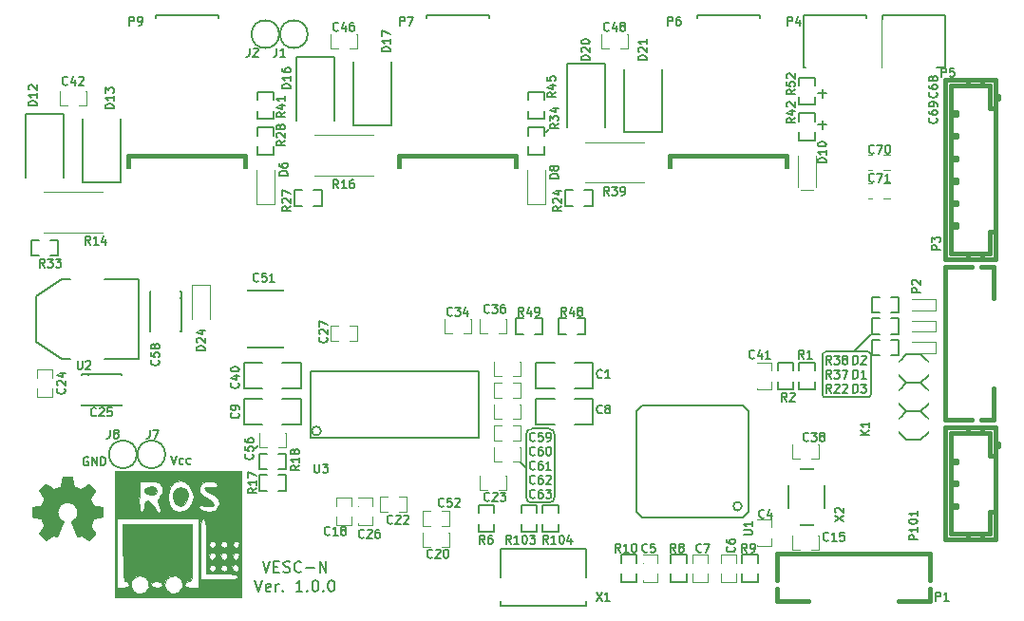
<source format=gto>
G04 #@! TF.FileFunction,Legend,Top*
%FSLAX46Y46*%
G04 Gerber Fmt 4.6, Leading zero omitted, Abs format (unit mm)*
G04 Created by KiCad (PCBNEW 4.0.7-e1-6374~58~ubuntu14.04.1) date Tue Aug 22 11:21:06 2017*
%MOMM*%
%LPD*%
G01*
G04 APERTURE LIST*
%ADD10C,0.100000*%
%ADD11C,0.200000*%
%ADD12C,0.150000*%
%ADD13C,0.127000*%
%ADD14C,0.119380*%
%ADD15C,0.120000*%
%ADD16C,0.066040*%
%ADD17C,0.152400*%
%ADD18C,0.381000*%
%ADD19C,0.203200*%
%ADD20C,0.200660*%
%ADD21C,0.010000*%
%ADD22R,1.524000X2.032000*%
%ADD23R,1.143000X0.635000*%
%ADD24R,0.635000X1.143000*%
%ADD25R,1.950720X2.499360*%
%ADD26R,1.849120X5.499100*%
%ADD27R,2.499360X1.950720*%
%ADD28R,1.100000X0.800000*%
%ADD29R,1.100000X2.000000*%
%ADD30R,2.159000X1.778000*%
%ADD31O,3.048000X1.524000*%
%ADD32C,1.300480*%
%ADD33R,1.300000X1.300000*%
%ADD34C,1.300000*%
%ADD35R,5.000000X4.000000*%
%ADD36R,1.699260X1.198880*%
%ADD37O,1.699260X1.198880*%
%ADD38R,10.800080X8.150860*%
%ADD39R,0.899160X3.200400*%
%ADD40R,1.000000X3.200000*%
%ADD41R,1.300480X0.300000*%
%ADD42R,0.300000X1.300480*%
%ADD43R,2.032000X3.657600*%
%ADD44R,2.032000X1.016000*%
%ADD45R,0.299720X1.501140*%
%ADD46R,7.000240X3.599180*%
%ADD47R,0.400000X1.350000*%
%ADD48O,1.050000X1.250000*%
%ADD49O,1.500000X2.200000*%
%ADD50R,4.100000X2.000000*%
%ADD51R,1.198880X1.800860*%
%ADD52R,0.800000X0.800000*%
%ADD53C,4.500000*%
%ADD54C,2.200000*%
%ADD55R,2.400000X2.400000*%
%ADD56C,2.400000*%
%ADD57C,0.254000*%
G04 APERTURE END LIST*
D10*
D11*
X60706000Y-71882000D02*
X60960000Y-71628000D01*
X86614000Y-43688000D02*
X86868000Y-43434000D01*
X114046000Y-63246000D02*
X115570000Y-61722000D01*
X115316000Y-67310000D02*
X111506000Y-67310000D01*
X115570000Y-63500000D02*
X115570000Y-67056000D01*
X111506000Y-63246000D02*
X115316000Y-63246000D01*
X115570000Y-63500000D02*
G75*
G03X115316000Y-63246000I-254000J0D01*
G01*
X111252000Y-67056000D02*
X111252000Y-63500000D01*
X115316000Y-67310000D02*
G75*
G03X115570000Y-67056000I0J254000D01*
G01*
X111252000Y-67056000D02*
G75*
G03X111506000Y-67310000I254000J0D01*
G01*
X111506000Y-63246000D02*
G75*
G03X111252000Y-63500000I0J-254000D01*
G01*
D12*
X45783572Y-72650000D02*
X45712143Y-72614286D01*
X45605000Y-72614286D01*
X45497857Y-72650000D01*
X45426429Y-72721429D01*
X45390714Y-72792857D01*
X45355000Y-72935714D01*
X45355000Y-73042857D01*
X45390714Y-73185714D01*
X45426429Y-73257143D01*
X45497857Y-73328571D01*
X45605000Y-73364286D01*
X45676429Y-73364286D01*
X45783572Y-73328571D01*
X45819286Y-73292857D01*
X45819286Y-73042857D01*
X45676429Y-73042857D01*
X46140714Y-73364286D02*
X46140714Y-72614286D01*
X46569286Y-73364286D01*
X46569286Y-72614286D01*
X46926428Y-73364286D02*
X46926428Y-72614286D01*
X47105000Y-72614286D01*
X47212143Y-72650000D01*
X47283571Y-72721429D01*
X47319286Y-72792857D01*
X47355000Y-72935714D01*
X47355000Y-73042857D01*
X47319286Y-73185714D01*
X47283571Y-73257143D01*
X47212143Y-73328571D01*
X47105000Y-73364286D01*
X46926428Y-73364286D01*
X53209144Y-72487286D02*
X53459144Y-73237286D01*
X53709144Y-72487286D01*
X54280572Y-73201571D02*
X54209143Y-73237286D01*
X54066286Y-73237286D01*
X53994858Y-73201571D01*
X53959143Y-73165857D01*
X53923429Y-73094429D01*
X53923429Y-72880143D01*
X53959143Y-72808714D01*
X53994858Y-72773000D01*
X54066286Y-72737286D01*
X54209143Y-72737286D01*
X54280572Y-72773000D01*
X54923429Y-73201571D02*
X54852000Y-73237286D01*
X54709143Y-73237286D01*
X54637715Y-73201571D01*
X54602000Y-73165857D01*
X54566286Y-73094429D01*
X54566286Y-72880143D01*
X54602000Y-72808714D01*
X54637715Y-72773000D01*
X54709143Y-72737286D01*
X54852000Y-72737286D01*
X54923429Y-72773000D01*
D11*
X61357238Y-81914381D02*
X61690571Y-82914381D01*
X62023905Y-81914381D01*
X62357238Y-82390571D02*
X62690572Y-82390571D01*
X62833429Y-82914381D02*
X62357238Y-82914381D01*
X62357238Y-81914381D01*
X62833429Y-81914381D01*
X63214381Y-82866762D02*
X63357238Y-82914381D01*
X63595334Y-82914381D01*
X63690572Y-82866762D01*
X63738191Y-82819143D01*
X63785810Y-82723905D01*
X63785810Y-82628667D01*
X63738191Y-82533429D01*
X63690572Y-82485810D01*
X63595334Y-82438190D01*
X63404857Y-82390571D01*
X63309619Y-82342952D01*
X63262000Y-82295333D01*
X63214381Y-82200095D01*
X63214381Y-82104857D01*
X63262000Y-82009619D01*
X63309619Y-81962000D01*
X63404857Y-81914381D01*
X63642953Y-81914381D01*
X63785810Y-81962000D01*
X64785810Y-82819143D02*
X64738191Y-82866762D01*
X64595334Y-82914381D01*
X64500096Y-82914381D01*
X64357238Y-82866762D01*
X64262000Y-82771524D01*
X64214381Y-82676286D01*
X64166762Y-82485810D01*
X64166762Y-82342952D01*
X64214381Y-82152476D01*
X64262000Y-82057238D01*
X64357238Y-81962000D01*
X64500096Y-81914381D01*
X64595334Y-81914381D01*
X64738191Y-81962000D01*
X64785810Y-82009619D01*
X65214381Y-82533429D02*
X65976286Y-82533429D01*
X66452476Y-82914381D02*
X66452476Y-81914381D01*
X67023905Y-82914381D01*
X67023905Y-81914381D01*
X60666762Y-83614381D02*
X61000095Y-84614381D01*
X61333429Y-83614381D01*
X62047715Y-84566762D02*
X61952477Y-84614381D01*
X61762000Y-84614381D01*
X61666762Y-84566762D01*
X61619143Y-84471524D01*
X61619143Y-84090571D01*
X61666762Y-83995333D01*
X61762000Y-83947714D01*
X61952477Y-83947714D01*
X62047715Y-83995333D01*
X62095334Y-84090571D01*
X62095334Y-84185810D01*
X61619143Y-84281048D01*
X62523905Y-84614381D02*
X62523905Y-83947714D01*
X62523905Y-84138190D02*
X62571524Y-84042952D01*
X62619143Y-83995333D01*
X62714381Y-83947714D01*
X62809620Y-83947714D01*
X63142953Y-84519143D02*
X63190572Y-84566762D01*
X63142953Y-84614381D01*
X63095334Y-84566762D01*
X63142953Y-84519143D01*
X63142953Y-84614381D01*
X64904858Y-84614381D02*
X64333429Y-84614381D01*
X64619143Y-84614381D02*
X64619143Y-83614381D01*
X64523905Y-83757238D01*
X64428667Y-83852476D01*
X64333429Y-83900095D01*
X65333429Y-84519143D02*
X65381048Y-84566762D01*
X65333429Y-84614381D01*
X65285810Y-84566762D01*
X65333429Y-84519143D01*
X65333429Y-84614381D01*
X66000095Y-83614381D02*
X66095334Y-83614381D01*
X66190572Y-83662000D01*
X66238191Y-83709619D01*
X66285810Y-83804857D01*
X66333429Y-83995333D01*
X66333429Y-84233429D01*
X66285810Y-84423905D01*
X66238191Y-84519143D01*
X66190572Y-84566762D01*
X66095334Y-84614381D01*
X66000095Y-84614381D01*
X65904857Y-84566762D01*
X65857238Y-84519143D01*
X65809619Y-84423905D01*
X65762000Y-84233429D01*
X65762000Y-83995333D01*
X65809619Y-83804857D01*
X65857238Y-83709619D01*
X65904857Y-83662000D01*
X66000095Y-83614381D01*
X66762000Y-84519143D02*
X66809619Y-84566762D01*
X66762000Y-84614381D01*
X66714381Y-84566762D01*
X66762000Y-84519143D01*
X66762000Y-84614381D01*
X67428666Y-83614381D02*
X67523905Y-83614381D01*
X67619143Y-83662000D01*
X67666762Y-83709619D01*
X67714381Y-83804857D01*
X67762000Y-83995333D01*
X67762000Y-84233429D01*
X67714381Y-84423905D01*
X67666762Y-84519143D01*
X67619143Y-84566762D01*
X67523905Y-84614381D01*
X67428666Y-84614381D01*
X67333428Y-84566762D01*
X67285809Y-84519143D01*
X67238190Y-84423905D01*
X67190571Y-84233429D01*
X67190571Y-83995333D01*
X67238190Y-83804857D01*
X67285809Y-83709619D01*
X67333428Y-83662000D01*
X67428666Y-83614381D01*
X84836000Y-73660000D02*
X84328000Y-73152000D01*
X84836000Y-76200000D02*
X84836000Y-70612000D01*
X86868000Y-70104000D02*
X85344000Y-70104000D01*
X87376000Y-76200000D02*
X87376000Y-70612000D01*
X85344000Y-76708000D02*
X86868000Y-76708000D01*
X85344000Y-70104000D02*
G75*
G03X84836000Y-70612000I0J-508000D01*
G01*
X87376000Y-70612000D02*
G75*
G03X86868000Y-70104000I-508000J0D01*
G01*
X86868000Y-76708000D02*
G75*
G03X87376000Y-76200000I0J508000D01*
G01*
X84836000Y-76200000D02*
G75*
G03X85344000Y-76708000I508000J0D01*
G01*
D13*
X90805000Y-66548000D02*
X90805000Y-64262000D01*
X90805000Y-64262000D02*
X89154000Y-64262000D01*
X87376000Y-66548000D02*
X85725000Y-66548000D01*
X85725000Y-66548000D02*
X85725000Y-64262000D01*
X85725000Y-64262000D02*
X87376000Y-64262000D01*
X89154000Y-66548000D02*
X90805000Y-66548000D01*
D14*
X105394760Y-79875380D02*
X105394760Y-80573880D01*
X105394760Y-78874620D02*
X105394760Y-78176120D01*
X106695240Y-79875380D02*
X106695240Y-80573880D01*
X106695240Y-78176120D02*
X106695240Y-78874620D01*
X106680000Y-80573880D02*
X105410000Y-80573880D01*
X105410000Y-78176120D02*
X106680000Y-78176120D01*
X95234760Y-83050380D02*
X95234760Y-83748880D01*
X95234760Y-82049620D02*
X95234760Y-81351120D01*
X96535240Y-83050380D02*
X96535240Y-83748880D01*
X96535240Y-81351120D02*
X96535240Y-82049620D01*
X96520000Y-83748880D02*
X95250000Y-83748880D01*
X95250000Y-81351120D02*
X96520000Y-81351120D01*
X102219760Y-83050380D02*
X102219760Y-83748880D01*
X102219760Y-82049620D02*
X102219760Y-81351120D01*
X103520240Y-83050380D02*
X103520240Y-83748880D01*
X103520240Y-81351120D02*
X103520240Y-82049620D01*
X103505000Y-83748880D02*
X102235000Y-83748880D01*
X102235000Y-81351120D02*
X103505000Y-81351120D01*
X99679760Y-83050380D02*
X99679760Y-83748880D01*
X99679760Y-82049620D02*
X99679760Y-81351120D01*
X100980240Y-83050380D02*
X100980240Y-83748880D01*
X100980240Y-81351120D02*
X100980240Y-82049620D01*
X100965000Y-83748880D02*
X99695000Y-83748880D01*
X99695000Y-81351120D02*
X100965000Y-81351120D01*
D13*
X90805000Y-69723000D02*
X90805000Y-67437000D01*
X90805000Y-67437000D02*
X89154000Y-67437000D01*
X87376000Y-69723000D02*
X85725000Y-69723000D01*
X85725000Y-69723000D02*
X85725000Y-67437000D01*
X85725000Y-67437000D02*
X87376000Y-67437000D01*
X89154000Y-69723000D02*
X90805000Y-69723000D01*
X59690000Y-67437000D02*
X59690000Y-69723000D01*
X59690000Y-69723000D02*
X61341000Y-69723000D01*
X63119000Y-67437000D02*
X64770000Y-67437000D01*
X64770000Y-67437000D02*
X64770000Y-69723000D01*
X64770000Y-69723000D02*
X63119000Y-69723000D01*
X61341000Y-67437000D02*
X59690000Y-67437000D01*
D14*
X109227620Y-79613760D02*
X108529120Y-79613760D01*
X110228380Y-79613760D02*
X110926880Y-79613760D01*
X109227620Y-80914240D02*
X108529120Y-80914240D01*
X110926880Y-80914240D02*
X110228380Y-80914240D01*
X108529120Y-80899000D02*
X108529120Y-79629000D01*
X110926880Y-79629000D02*
X110926880Y-80899000D01*
X67929760Y-77970380D02*
X67929760Y-78668880D01*
X67929760Y-76969620D02*
X67929760Y-76271120D01*
X69230240Y-77970380D02*
X69230240Y-78668880D01*
X69230240Y-76271120D02*
X69230240Y-76969620D01*
X69215000Y-78668880D02*
X67945000Y-78668880D01*
X67945000Y-76271120D02*
X69215000Y-76271120D01*
X76334620Y-79359760D02*
X75636120Y-79359760D01*
X77335380Y-79359760D02*
X78033880Y-79359760D01*
X76334620Y-80660240D02*
X75636120Y-80660240D01*
X78033880Y-80660240D02*
X77335380Y-80660240D01*
X75636120Y-80645000D02*
X75636120Y-79375000D01*
X78033880Y-79375000D02*
X78033880Y-80645000D01*
X73525380Y-77485240D02*
X74223880Y-77485240D01*
X72524620Y-77485240D02*
X71826120Y-77485240D01*
X73525380Y-76184760D02*
X74223880Y-76184760D01*
X71826120Y-76184760D02*
X72524620Y-76184760D01*
X74223880Y-76200000D02*
X74223880Y-77470000D01*
X71826120Y-77470000D02*
X71826120Y-76200000D01*
X81414620Y-74279760D02*
X80716120Y-74279760D01*
X82415380Y-74279760D02*
X83113880Y-74279760D01*
X81414620Y-75580240D02*
X80716120Y-75580240D01*
X83113880Y-75580240D02*
X82415380Y-75580240D01*
X80716120Y-75565000D02*
X80716120Y-74295000D01*
X83113880Y-74295000D02*
X83113880Y-75565000D01*
X41259760Y-66540380D02*
X41259760Y-67238880D01*
X41259760Y-65539620D02*
X41259760Y-64841120D01*
X42560240Y-66540380D02*
X42560240Y-67238880D01*
X42560240Y-64841120D02*
X42560240Y-65539620D01*
X42545000Y-67238880D02*
X41275000Y-67238880D01*
X41275000Y-64841120D02*
X42545000Y-64841120D01*
D13*
X45783500Y-68072000D02*
X45783500Y-65278000D01*
X45212000Y-68072000D02*
X48768000Y-68072000D01*
X48768000Y-68072000D02*
X48768000Y-65278000D01*
X48768000Y-65278000D02*
X45212000Y-65278000D01*
X45212000Y-65278000D02*
X45212000Y-68072000D01*
D14*
X69834760Y-77970380D02*
X69834760Y-78668880D01*
X69834760Y-76969620D02*
X69834760Y-76271120D01*
X71135240Y-77970380D02*
X71135240Y-78668880D01*
X71135240Y-76271120D02*
X71135240Y-76969620D01*
X71120000Y-78668880D02*
X69850000Y-78668880D01*
X69850000Y-76271120D02*
X71120000Y-76271120D01*
X68079620Y-60944760D02*
X67381120Y-60944760D01*
X69080380Y-60944760D02*
X69778880Y-60944760D01*
X68079620Y-62245240D02*
X67381120Y-62245240D01*
X69778880Y-62245240D02*
X69080380Y-62245240D01*
X67381120Y-62230000D02*
X67381120Y-60960000D01*
X69778880Y-60960000D02*
X69778880Y-62230000D01*
X79240380Y-61610240D02*
X79938880Y-61610240D01*
X78239620Y-61610240D02*
X77541120Y-61610240D01*
X79240380Y-60309760D02*
X79938880Y-60309760D01*
X77541120Y-60309760D02*
X78239620Y-60309760D01*
X79938880Y-60325000D02*
X79938880Y-61595000D01*
X77541120Y-61595000D02*
X77541120Y-60325000D01*
X82415380Y-61610240D02*
X83113880Y-61610240D01*
X81414620Y-61610240D02*
X80716120Y-61610240D01*
X82415380Y-60309760D02*
X83113880Y-60309760D01*
X80716120Y-60309760D02*
X81414620Y-60309760D01*
X83113880Y-60325000D02*
X83113880Y-61595000D01*
X80716120Y-61595000D02*
X80716120Y-60325000D01*
X110228380Y-72786240D02*
X110926880Y-72786240D01*
X109227620Y-72786240D02*
X108529120Y-72786240D01*
X110228380Y-71485760D02*
X110926880Y-71485760D01*
X108529120Y-71485760D02*
X109227620Y-71485760D01*
X110926880Y-71501000D02*
X110926880Y-72771000D01*
X108529120Y-72771000D02*
X108529120Y-71501000D01*
D13*
X59690000Y-64262000D02*
X59690000Y-66548000D01*
X59690000Y-66548000D02*
X61341000Y-66548000D01*
X63119000Y-64262000D02*
X64770000Y-64262000D01*
X64770000Y-64262000D02*
X64770000Y-66548000D01*
X64770000Y-66548000D02*
X63119000Y-66548000D01*
X61341000Y-64262000D02*
X59690000Y-64262000D01*
D14*
X105394760Y-65905380D02*
X105394760Y-66603880D01*
X105394760Y-64904620D02*
X105394760Y-64206120D01*
X106695240Y-65905380D02*
X106695240Y-66603880D01*
X106695240Y-64206120D02*
X106695240Y-64904620D01*
X106680000Y-66603880D02*
X105410000Y-66603880D01*
X105410000Y-64206120D02*
X106680000Y-64206120D01*
X44950380Y-41290240D02*
X45648880Y-41290240D01*
X43949620Y-41290240D02*
X43251120Y-41290240D01*
X44950380Y-39989760D02*
X45648880Y-39989760D01*
X43251120Y-39989760D02*
X43949620Y-39989760D01*
X45648880Y-40005000D02*
X45648880Y-41275000D01*
X43251120Y-41275000D02*
X43251120Y-40005000D01*
X69080380Y-36210240D02*
X69778880Y-36210240D01*
X68079620Y-36210240D02*
X67381120Y-36210240D01*
X69080380Y-34909760D02*
X69778880Y-34909760D01*
X67381120Y-34909760D02*
X68079620Y-34909760D01*
X69778880Y-34925000D02*
X69778880Y-36195000D01*
X67381120Y-36195000D02*
X67381120Y-34925000D01*
X93210380Y-36210240D02*
X93908880Y-36210240D01*
X92209620Y-36210240D02*
X91511120Y-36210240D01*
X93210380Y-34909760D02*
X93908880Y-34909760D01*
X91511120Y-34909760D02*
X92209620Y-34909760D01*
X93908880Y-34925000D02*
X93908880Y-36195000D01*
X91511120Y-36195000D02*
X91511120Y-34925000D01*
D13*
X59436000Y-62865000D02*
X59436000Y-57785000D01*
X63754000Y-62865000D02*
X63754000Y-57785000D01*
X64389000Y-62865000D02*
X58801000Y-62865000D01*
X58801000Y-62865000D02*
X58801000Y-57785000D01*
X58801000Y-57785000D02*
X64389000Y-57785000D01*
X64389000Y-57785000D02*
X64389000Y-62865000D01*
D14*
X76334620Y-77454760D02*
X75636120Y-77454760D01*
X77335380Y-77454760D02*
X78033880Y-77454760D01*
X76334620Y-78755240D02*
X75636120Y-78755240D01*
X78033880Y-78755240D02*
X77335380Y-78755240D01*
X75636120Y-78740000D02*
X75636120Y-77470000D01*
X78033880Y-77470000D02*
X78033880Y-78740000D01*
X61729620Y-70469760D02*
X61031120Y-70469760D01*
X62730380Y-70469760D02*
X63428880Y-70469760D01*
X61729620Y-71770240D02*
X61031120Y-71770240D01*
X63428880Y-71770240D02*
X62730380Y-71770240D01*
X61031120Y-71755000D02*
X61031120Y-70485000D01*
X63428880Y-70485000D02*
X63428880Y-71755000D01*
D13*
X51308000Y-58483500D02*
X54102000Y-58483500D01*
X51308000Y-57912000D02*
X51308000Y-61468000D01*
X51308000Y-61468000D02*
X54102000Y-61468000D01*
X54102000Y-61468000D02*
X54102000Y-57912000D01*
X54102000Y-57912000D02*
X51308000Y-57912000D01*
D14*
X82684620Y-64119760D02*
X81986120Y-64119760D01*
X83685380Y-64119760D02*
X84383880Y-64119760D01*
X82684620Y-65420240D02*
X81986120Y-65420240D01*
X84383880Y-65420240D02*
X83685380Y-65420240D01*
X81986120Y-65405000D02*
X81986120Y-64135000D01*
X84383880Y-64135000D02*
X84383880Y-65405000D01*
X82684620Y-66024760D02*
X81986120Y-66024760D01*
X83685380Y-66024760D02*
X84383880Y-66024760D01*
X82684620Y-67325240D02*
X81986120Y-67325240D01*
X84383880Y-67325240D02*
X83685380Y-67325240D01*
X81986120Y-67310000D02*
X81986120Y-66040000D01*
X84383880Y-66040000D02*
X84383880Y-67310000D01*
X82684620Y-67929760D02*
X81986120Y-67929760D01*
X83685380Y-67929760D02*
X84383880Y-67929760D01*
X82684620Y-69230240D02*
X81986120Y-69230240D01*
X84383880Y-69230240D02*
X83685380Y-69230240D01*
X81986120Y-69215000D02*
X81986120Y-67945000D01*
X84383880Y-67945000D02*
X84383880Y-69215000D01*
X82684620Y-69834760D02*
X81986120Y-69834760D01*
X83685380Y-69834760D02*
X84383880Y-69834760D01*
X82684620Y-71135240D02*
X81986120Y-71135240D01*
X84383880Y-71135240D02*
X83685380Y-71135240D01*
X81986120Y-71120000D02*
X81986120Y-69850000D01*
X84383880Y-69850000D02*
X84383880Y-71120000D01*
X82684620Y-71739760D02*
X81986120Y-71739760D01*
X83685380Y-71739760D02*
X84383880Y-71739760D01*
X82684620Y-73040240D02*
X81986120Y-73040240D01*
X84383880Y-73040240D02*
X83685380Y-73040240D01*
X81986120Y-73025000D02*
X81986120Y-71755000D01*
X84383880Y-71755000D02*
X84383880Y-73025000D01*
D15*
X62395000Y-47010000D02*
X62395000Y-50060000D01*
X62395000Y-50060000D02*
X60795000Y-50060000D01*
X60795000Y-50060000D02*
X60795000Y-47010000D01*
X86525000Y-47010000D02*
X86525000Y-50060000D01*
X86525000Y-50060000D02*
X84925000Y-50060000D01*
X84925000Y-50060000D02*
X84925000Y-47010000D01*
X110655000Y-45740000D02*
X110655000Y-48790000D01*
X110655000Y-48790000D02*
X109055000Y-48790000D01*
X109055000Y-48790000D02*
X109055000Y-45740000D01*
D12*
X45275500Y-42481500D02*
X45275500Y-48133000D01*
X45275500Y-48133000D02*
X48704500Y-48133000D01*
X48704500Y-48133000D02*
X48704500Y-42481500D01*
X43624500Y-47688500D02*
X43624500Y-42037000D01*
X43624500Y-42037000D02*
X40195500Y-42037000D01*
X40195500Y-42037000D02*
X40195500Y-47688500D01*
X69405500Y-37401500D02*
X69405500Y-43053000D01*
X69405500Y-43053000D02*
X72834500Y-43053000D01*
X72834500Y-43053000D02*
X72834500Y-37401500D01*
X67754500Y-42608500D02*
X67754500Y-36957000D01*
X67754500Y-36957000D02*
X64325500Y-36957000D01*
X64325500Y-36957000D02*
X64325500Y-42608500D01*
X93535500Y-38036500D02*
X93535500Y-43688000D01*
X93535500Y-43688000D02*
X96964500Y-43688000D01*
X96964500Y-43688000D02*
X96964500Y-38036500D01*
X91884500Y-43243500D02*
X91884500Y-37592000D01*
X91884500Y-37592000D02*
X88455500Y-37592000D01*
X88455500Y-37592000D02*
X88455500Y-43243500D01*
D15*
X55080000Y-60305000D02*
X55080000Y-57255000D01*
X55080000Y-57255000D02*
X56680000Y-57255000D01*
X56680000Y-57255000D02*
X56680000Y-60305000D01*
D16*
X119634000Y-67564000D02*
X119634000Y-67056000D01*
X119634000Y-67056000D02*
X119126000Y-67056000D01*
X119126000Y-67564000D02*
X119126000Y-67056000D01*
X119634000Y-67564000D02*
X119126000Y-67564000D01*
X119634000Y-70104000D02*
X119634000Y-69596000D01*
X119634000Y-69596000D02*
X119126000Y-69596000D01*
X119126000Y-70104000D02*
X119126000Y-69596000D01*
X119634000Y-70104000D02*
X119126000Y-70104000D01*
X119634000Y-65024000D02*
X119634000Y-64516000D01*
X119634000Y-64516000D02*
X119126000Y-64516000D01*
X119126000Y-65024000D02*
X119126000Y-64516000D01*
X119634000Y-65024000D02*
X119126000Y-65024000D01*
D17*
X118110000Y-70485000D02*
X118110000Y-69215000D01*
X118110000Y-69215000D02*
X118745000Y-68580000D01*
X118745000Y-68580000D02*
X120015000Y-68580000D01*
X120015000Y-68580000D02*
X120650000Y-69215000D01*
X118745000Y-68580000D02*
X118110000Y-67945000D01*
X118110000Y-67945000D02*
X118110000Y-66675000D01*
X118110000Y-66675000D02*
X118745000Y-66040000D01*
X118745000Y-66040000D02*
X120015000Y-66040000D01*
X120015000Y-66040000D02*
X120650000Y-66675000D01*
X120650000Y-66675000D02*
X120650000Y-67945000D01*
X120650000Y-67945000D02*
X120015000Y-68580000D01*
X118745000Y-71120000D02*
X120015000Y-71120000D01*
X118110000Y-70485000D02*
X118745000Y-71120000D01*
X120015000Y-71120000D02*
X120650000Y-70485000D01*
X120650000Y-69215000D02*
X120650000Y-70485000D01*
X118745000Y-66040000D02*
X118110000Y-65405000D01*
X118110000Y-65405000D02*
X118110000Y-64135000D01*
X118110000Y-64135000D02*
X118745000Y-63500000D01*
X118745000Y-63500000D02*
X120015000Y-63500000D01*
X120015000Y-63500000D02*
X120650000Y-64135000D01*
X120650000Y-64135000D02*
X120650000Y-65405000D01*
X120650000Y-65405000D02*
X120015000Y-66040000D01*
D18*
X120799580Y-85501140D02*
X120799580Y-84398780D01*
X120799580Y-81200920D02*
X120799580Y-83601220D01*
X107200420Y-85501140D02*
X107200420Y-84398780D01*
X107200420Y-81200920D02*
X107200420Y-83601220D01*
X109999500Y-85501140D02*
X107200420Y-85501140D01*
X107200420Y-81200920D02*
X120799580Y-81200920D01*
X120799580Y-85501140D02*
X118000500Y-85501140D01*
X126501140Y-55700420D02*
X125398780Y-55700420D01*
X122200920Y-55700420D02*
X124601220Y-55700420D01*
X126501140Y-69299580D02*
X125398780Y-69299580D01*
X122200920Y-69299580D02*
X124601220Y-69299580D01*
X126501140Y-66500500D02*
X126501140Y-69299580D01*
X122200920Y-69299580D02*
X122200920Y-55700420D01*
X126501140Y-55700420D02*
X126501140Y-58499500D01*
X126699260Y-38999000D02*
X126699260Y-55001000D01*
X122698760Y-54500620D02*
X122698760Y-39499380D01*
X122200920Y-38999000D02*
X122200920Y-55001000D01*
X122698760Y-51897120D02*
X123199140Y-51897120D01*
X123199140Y-51897120D02*
X123199140Y-52095240D01*
X123199140Y-52095240D02*
X122698760Y-52095240D01*
X122698760Y-47896620D02*
X123199140Y-47896620D01*
X123199140Y-47896620D02*
X123199140Y-48094740D01*
X123199140Y-48094740D02*
X122698760Y-48094740D01*
X123199140Y-50096260D02*
X122698760Y-50096260D01*
X123199140Y-49898140D02*
X123199140Y-50096260D01*
X122698760Y-49898140D02*
X123199140Y-49898140D01*
X123199140Y-44096780D02*
X122698760Y-44096780D01*
X123199140Y-43898660D02*
X123199140Y-44096780D01*
X122698760Y-43898660D02*
X123199140Y-43898660D01*
X123199140Y-42095260D02*
X122698760Y-42095260D01*
X123199140Y-41897140D02*
X123199140Y-42095260D01*
X122698760Y-41897140D02*
X123199140Y-41897140D01*
X122698760Y-45897640D02*
X123199140Y-45897640D01*
X123199140Y-45897640D02*
X123199140Y-46095760D01*
X123199140Y-46095760D02*
X122698760Y-46095760D01*
X125500380Y-54998460D02*
X125500380Y-54498080D01*
X124199900Y-54498080D02*
X124199900Y-54998460D01*
X124199900Y-39496840D02*
X124199900Y-38996460D01*
X125500380Y-39496840D02*
X125500380Y-38996460D01*
X126699260Y-41495820D02*
X126198880Y-41495820D01*
X126198880Y-41495820D02*
X126198880Y-39496840D01*
X126198880Y-39496840D02*
X122698760Y-39496840D01*
X122698760Y-54498080D02*
X126198880Y-54498080D01*
X126198880Y-54498080D02*
X126198880Y-52499100D01*
X126198880Y-52499100D02*
X126699260Y-52499100D01*
X126699260Y-38996460D02*
X122200920Y-38996460D01*
X126699260Y-54998460D02*
X122200920Y-54998460D01*
X126699260Y-40695720D02*
X126899920Y-40695720D01*
X126899920Y-40695720D02*
X126899920Y-40396000D01*
X126899920Y-40396000D02*
X126699260Y-40396000D01*
D12*
X109595000Y-37860000D02*
X109595000Y-33260000D01*
X109595000Y-33260000D02*
X115195000Y-33260000D01*
X115195000Y-33260000D02*
X115195000Y-37860000D01*
X115195000Y-37860000D02*
X109595000Y-37860000D01*
X116580000Y-37860000D02*
X116580000Y-33260000D01*
X116580000Y-33260000D02*
X122180000Y-33260000D01*
X122180000Y-33260000D02*
X122180000Y-37860000D01*
X122180000Y-37860000D02*
X116580000Y-37860000D01*
X100070000Y-37860000D02*
X100070000Y-33260000D01*
X100070000Y-33260000D02*
X105670000Y-33260000D01*
X105670000Y-33260000D02*
X105670000Y-37860000D01*
X105670000Y-37860000D02*
X100070000Y-37860000D01*
X75940000Y-37860000D02*
X75940000Y-33260000D01*
X75940000Y-33260000D02*
X81540000Y-33260000D01*
X81540000Y-33260000D02*
X81540000Y-37860000D01*
X81540000Y-37860000D02*
X75940000Y-37860000D01*
X51810000Y-37860000D02*
X51810000Y-33260000D01*
X51810000Y-33260000D02*
X57410000Y-33260000D01*
X57410000Y-33260000D02*
X57410000Y-37860000D01*
X57410000Y-37860000D02*
X51810000Y-37860000D01*
D18*
X123199140Y-75099060D02*
X122698760Y-75099060D01*
X123199140Y-74900940D02*
X123199140Y-75099060D01*
X122698760Y-74900940D02*
X123199140Y-74900940D01*
X122200920Y-69998740D02*
X122200920Y-80001260D01*
X122698760Y-79500880D02*
X122698760Y-70499120D01*
X126699260Y-69998740D02*
X126699260Y-80001260D01*
X123199140Y-73097540D02*
X122698760Y-73097540D01*
X123199140Y-72899420D02*
X123199140Y-73097540D01*
X122698760Y-72899420D02*
X123199140Y-72899420D01*
X122698760Y-76899920D02*
X123199140Y-76899920D01*
X123199140Y-76899920D02*
X123199140Y-77098040D01*
X123199140Y-77098040D02*
X122698760Y-77098040D01*
X125500380Y-80001260D02*
X125500380Y-79500880D01*
X124199900Y-79500880D02*
X124199900Y-80001260D01*
X124199900Y-70499120D02*
X124199900Y-69998740D01*
X125500380Y-70499120D02*
X125500380Y-69998740D01*
X126699260Y-72498100D02*
X126198880Y-72498100D01*
X126198880Y-72498100D02*
X126198880Y-70499120D01*
X126198880Y-70499120D02*
X122698760Y-70499120D01*
X122698760Y-79500880D02*
X126198880Y-79500880D01*
X126198880Y-79500880D02*
X126198880Y-77501900D01*
X126198880Y-77501900D02*
X126699260Y-77501900D01*
X126699260Y-69998740D02*
X122200920Y-69998740D01*
X126699260Y-80001260D02*
X122200920Y-80001260D01*
X126699260Y-71698000D02*
X126899920Y-71698000D01*
X126899920Y-71698000D02*
X126899920Y-71398280D01*
X126899920Y-71398280D02*
X126699260Y-71398280D01*
X49410620Y-45786040D02*
X59809380Y-45786040D01*
X59809380Y-45786040D02*
X59809380Y-53583840D01*
X59809380Y-53583840D02*
X57409080Y-54884320D01*
X57409080Y-54884320D02*
X51810920Y-54884320D01*
X51810920Y-54884320D02*
X49410620Y-53583840D01*
X49410620Y-53583840D02*
X49410620Y-45786040D01*
X73540620Y-45786040D02*
X83939380Y-45786040D01*
X83939380Y-45786040D02*
X83939380Y-53583840D01*
X83939380Y-53583840D02*
X81539080Y-54884320D01*
X81539080Y-54884320D02*
X75940920Y-54884320D01*
X75940920Y-54884320D02*
X73540620Y-53583840D01*
X73540620Y-53583840D02*
X73540620Y-45786040D01*
X97670620Y-45786040D02*
X108069380Y-45786040D01*
X108069380Y-45786040D02*
X108069380Y-53583840D01*
X108069380Y-53583840D02*
X105669080Y-54884320D01*
X105669080Y-54884320D02*
X100070920Y-54884320D01*
X100070920Y-54884320D02*
X97670620Y-53583840D01*
X97670620Y-53583840D02*
X97670620Y-45786040D01*
D13*
X110553500Y-64904620D02*
X110553500Y-64198500D01*
X110553500Y-64198500D02*
X109156500Y-64198500D01*
X109156500Y-64198500D02*
X109156500Y-64904620D01*
X110553500Y-66611500D02*
X110553500Y-65905380D01*
X110553500Y-66611500D02*
X109156500Y-66611500D01*
X109156500Y-66611500D02*
X109156500Y-65905380D01*
X108648500Y-64904620D02*
X108648500Y-64198500D01*
X108648500Y-64198500D02*
X107251500Y-64198500D01*
X107251500Y-64198500D02*
X107251500Y-64904620D01*
X108648500Y-66611500D02*
X108648500Y-65905380D01*
X108648500Y-66611500D02*
X107251500Y-66611500D01*
X107251500Y-66611500D02*
X107251500Y-65905380D01*
X80581500Y-78605380D02*
X80581500Y-79311500D01*
X80581500Y-79311500D02*
X81978500Y-79311500D01*
X81978500Y-79311500D02*
X81978500Y-78605380D01*
X80581500Y-76898500D02*
X80581500Y-77604620D01*
X80581500Y-76898500D02*
X81978500Y-76898500D01*
X81978500Y-76898500D02*
X81978500Y-77604620D01*
X97726500Y-83050380D02*
X97726500Y-83756500D01*
X97726500Y-83756500D02*
X99123500Y-83756500D01*
X99123500Y-83756500D02*
X99123500Y-83050380D01*
X97726500Y-81343500D02*
X97726500Y-82049620D01*
X97726500Y-81343500D02*
X99123500Y-81343500D01*
X99123500Y-81343500D02*
X99123500Y-82049620D01*
X104076500Y-83050380D02*
X104076500Y-83756500D01*
X104076500Y-83756500D02*
X105473500Y-83756500D01*
X105473500Y-83756500D02*
X105473500Y-83050380D01*
X104076500Y-81343500D02*
X104076500Y-82049620D01*
X104076500Y-81343500D02*
X105473500Y-81343500D01*
X105473500Y-81343500D02*
X105473500Y-82049620D01*
X93281500Y-83050380D02*
X93281500Y-83756500D01*
X93281500Y-83756500D02*
X94678500Y-83756500D01*
X94678500Y-83756500D02*
X94678500Y-83050380D01*
X93281500Y-81343500D02*
X93281500Y-82049620D01*
X93281500Y-81343500D02*
X94678500Y-81343500D01*
X94678500Y-81343500D02*
X94678500Y-82049620D01*
D15*
X41850000Y-48980000D02*
X47050000Y-48980000D01*
X47050000Y-52620000D02*
X41850000Y-52620000D01*
X65980000Y-43900000D02*
X71180000Y-43900000D01*
X71180000Y-47540000D02*
X65980000Y-47540000D01*
D13*
X61729620Y-74231500D02*
X61023500Y-74231500D01*
X61023500Y-74231500D02*
X61023500Y-75628500D01*
X61023500Y-75628500D02*
X61729620Y-75628500D01*
X63436500Y-74231500D02*
X62730380Y-74231500D01*
X63436500Y-74231500D02*
X63436500Y-75628500D01*
X63436500Y-75628500D02*
X62730380Y-75628500D01*
X62730380Y-73723500D02*
X63436500Y-73723500D01*
X63436500Y-73723500D02*
X63436500Y-72326500D01*
X63436500Y-72326500D02*
X62730380Y-72326500D01*
X61023500Y-73723500D02*
X61729620Y-73723500D01*
X61023500Y-73723500D02*
X61023500Y-72326500D01*
X61023500Y-72326500D02*
X61729620Y-72326500D01*
X117340380Y-63563500D02*
X118046500Y-63563500D01*
X118046500Y-63563500D02*
X118046500Y-62166500D01*
X118046500Y-62166500D02*
X117340380Y-62166500D01*
X115633500Y-63563500D02*
X116339620Y-63563500D01*
X115633500Y-63563500D02*
X115633500Y-62166500D01*
X115633500Y-62166500D02*
X116339620Y-62166500D01*
X90035380Y-50228500D02*
X90741500Y-50228500D01*
X90741500Y-50228500D02*
X90741500Y-48831500D01*
X90741500Y-48831500D02*
X90035380Y-48831500D01*
X88328500Y-50228500D02*
X89034620Y-50228500D01*
X88328500Y-50228500D02*
X88328500Y-48831500D01*
X88328500Y-48831500D02*
X89034620Y-48831500D01*
X65905380Y-50228500D02*
X66611500Y-50228500D01*
X66611500Y-50228500D02*
X66611500Y-48831500D01*
X66611500Y-48831500D02*
X65905380Y-48831500D01*
X64198500Y-50228500D02*
X64904620Y-50228500D01*
X64198500Y-50228500D02*
X64198500Y-48831500D01*
X64198500Y-48831500D02*
X64904620Y-48831500D01*
X62293500Y-43949620D02*
X62293500Y-43243500D01*
X62293500Y-43243500D02*
X60896500Y-43243500D01*
X60896500Y-43243500D02*
X60896500Y-43949620D01*
X62293500Y-45656500D02*
X62293500Y-44950380D01*
X62293500Y-45656500D02*
X60896500Y-45656500D01*
X60896500Y-45656500D02*
X60896500Y-44950380D01*
X41409620Y-53276500D02*
X40703500Y-53276500D01*
X40703500Y-53276500D02*
X40703500Y-54673500D01*
X40703500Y-54673500D02*
X41409620Y-54673500D01*
X43116500Y-53276500D02*
X42410380Y-53276500D01*
X43116500Y-53276500D02*
X43116500Y-54673500D01*
X43116500Y-54673500D02*
X42410380Y-54673500D01*
X86423500Y-43949620D02*
X86423500Y-43243500D01*
X86423500Y-43243500D02*
X85026500Y-43243500D01*
X85026500Y-43243500D02*
X85026500Y-43949620D01*
X86423500Y-45656500D02*
X86423500Y-44950380D01*
X86423500Y-45656500D02*
X85026500Y-45656500D01*
X85026500Y-45656500D02*
X85026500Y-44950380D01*
X117340380Y-61658500D02*
X118046500Y-61658500D01*
X118046500Y-61658500D02*
X118046500Y-60261500D01*
X118046500Y-60261500D02*
X117340380Y-60261500D01*
X115633500Y-61658500D02*
X116339620Y-61658500D01*
X115633500Y-61658500D02*
X115633500Y-60261500D01*
X115633500Y-60261500D02*
X116339620Y-60261500D01*
X117340380Y-59753500D02*
X118046500Y-59753500D01*
X118046500Y-59753500D02*
X118046500Y-58356500D01*
X118046500Y-58356500D02*
X117340380Y-58356500D01*
X115633500Y-59753500D02*
X116339620Y-59753500D01*
X115633500Y-59753500D02*
X115633500Y-58356500D01*
X115633500Y-58356500D02*
X116339620Y-58356500D01*
D15*
X90110000Y-44535000D02*
X95310000Y-44535000D01*
X95310000Y-48175000D02*
X90110000Y-48175000D01*
D13*
X110553500Y-42679620D02*
X110553500Y-41973500D01*
X110553500Y-41973500D02*
X109156500Y-41973500D01*
X109156500Y-41973500D02*
X109156500Y-42679620D01*
X110553500Y-44386500D02*
X110553500Y-43680380D01*
X110553500Y-44386500D02*
X109156500Y-44386500D01*
X109156500Y-44386500D02*
X109156500Y-43680380D01*
X89400380Y-61658500D02*
X90106500Y-61658500D01*
X90106500Y-61658500D02*
X90106500Y-60261500D01*
X90106500Y-60261500D02*
X89400380Y-60261500D01*
X87693500Y-61658500D02*
X88399620Y-61658500D01*
X87693500Y-61658500D02*
X87693500Y-60261500D01*
X87693500Y-60261500D02*
X88399620Y-60261500D01*
X85590380Y-61658500D02*
X86296500Y-61658500D01*
X86296500Y-61658500D02*
X86296500Y-60261500D01*
X86296500Y-60261500D02*
X85590380Y-60261500D01*
X83883500Y-61658500D02*
X84589620Y-61658500D01*
X83883500Y-61658500D02*
X83883500Y-60261500D01*
X83883500Y-60261500D02*
X84589620Y-60261500D01*
X85788500Y-77604620D02*
X85788500Y-76898500D01*
X85788500Y-76898500D02*
X84391500Y-76898500D01*
X84391500Y-76898500D02*
X84391500Y-77604620D01*
X85788500Y-79311500D02*
X85788500Y-78605380D01*
X85788500Y-79311500D02*
X84391500Y-79311500D01*
X84391500Y-79311500D02*
X84391500Y-78605380D01*
X87693500Y-77604620D02*
X87693500Y-76898500D01*
X87693500Y-76898500D02*
X86296500Y-76898500D01*
X86296500Y-76898500D02*
X86296500Y-77604620D01*
X87693500Y-79311500D02*
X87693500Y-78605380D01*
X87693500Y-79311500D02*
X86296500Y-79311500D01*
X86296500Y-79311500D02*
X86296500Y-78605380D01*
X104698800Y-68529200D02*
X104698800Y-77520800D01*
X104190800Y-68021200D02*
X95199200Y-68021200D01*
X94691200Y-77520800D02*
X94691200Y-68529200D01*
X104190800Y-78028800D02*
X95199200Y-78028800D01*
X104063800Y-77012800D02*
G75*
G03X104063800Y-77012800I-381000J0D01*
G01*
X104698800Y-77520800D02*
X104190800Y-78028800D01*
X104190800Y-68021200D02*
X104698800Y-68529200D01*
X94691200Y-68529200D02*
X95199200Y-68021200D01*
X95199200Y-78028800D02*
X94691200Y-77520800D01*
D19*
X47244000Y-63881000D02*
X50292000Y-63881000D01*
X50292000Y-63881000D02*
X50292000Y-56769000D01*
X50292000Y-56769000D02*
X47244000Y-56769000D01*
X44196000Y-63881000D02*
X43434000Y-63881000D01*
X43434000Y-63881000D02*
X41148000Y-62357000D01*
X41148000Y-62357000D02*
X41148000Y-58293000D01*
X41148000Y-58293000D02*
X43434000Y-56769000D01*
X43434000Y-56769000D02*
X44196000Y-56769000D01*
D13*
X65628520Y-70944740D02*
X80627220Y-70944740D01*
X80627220Y-64945260D02*
X65628520Y-64945260D01*
X80627220Y-64945260D02*
X80627220Y-70944740D01*
X65628520Y-70944740D02*
X65628520Y-64945260D01*
X66550738Y-70302120D02*
G75*
G03X66550738Y-70302120I-406598J0D01*
G01*
D12*
X82560000Y-80855000D02*
X82560000Y-85855000D01*
X82560000Y-85855000D02*
X90160000Y-85855000D01*
X90160000Y-85855000D02*
X90160000Y-80855000D01*
X90160000Y-80855000D02*
X82560000Y-80855000D01*
D20*
X108254800Y-78699360D02*
X108254800Y-73700640D01*
X108254800Y-73700640D02*
X111455200Y-73700640D01*
X111455200Y-73700640D02*
X111455200Y-78699360D01*
X111455200Y-78699360D02*
X108254800Y-78699360D01*
D15*
X121315000Y-61460000D02*
X121315000Y-60460000D01*
X121315000Y-60460000D02*
X119215000Y-60460000D01*
X121315000Y-61460000D02*
X119215000Y-61460000D01*
X121315000Y-59555000D02*
X121315000Y-58555000D01*
X121315000Y-58555000D02*
X119215000Y-58555000D01*
X121315000Y-59555000D02*
X119215000Y-59555000D01*
X121315000Y-63365000D02*
X121315000Y-62365000D01*
X121315000Y-62365000D02*
X119215000Y-62365000D01*
X121315000Y-63365000D02*
X119215000Y-63365000D01*
D13*
X62293500Y-40774620D02*
X62293500Y-40068500D01*
X62293500Y-40068500D02*
X60896500Y-40068500D01*
X60896500Y-40068500D02*
X60896500Y-40774620D01*
X62293500Y-42481500D02*
X62293500Y-41775380D01*
X62293500Y-42481500D02*
X60896500Y-42481500D01*
X60896500Y-42481500D02*
X60896500Y-41775380D01*
X86423500Y-40774620D02*
X86423500Y-40068500D01*
X86423500Y-40068500D02*
X85026500Y-40068500D01*
X85026500Y-40068500D02*
X85026500Y-40774620D01*
X86423500Y-42481500D02*
X86423500Y-41775380D01*
X86423500Y-42481500D02*
X85026500Y-42481500D01*
X85026500Y-42481500D02*
X85026500Y-41775380D01*
X110553500Y-39504620D02*
X110553500Y-38798500D01*
X110553500Y-38798500D02*
X109156500Y-38798500D01*
X109156500Y-38798500D02*
X109156500Y-39504620D01*
X110553500Y-41211500D02*
X110553500Y-40505380D01*
X110553500Y-41211500D02*
X109156500Y-41211500D01*
X109156500Y-41211500D02*
X109156500Y-40505380D01*
D14*
X116705380Y-47005240D02*
X117403880Y-47005240D01*
X115704620Y-47005240D02*
X115006120Y-47005240D01*
X116705380Y-45704760D02*
X117403880Y-45704760D01*
X115006120Y-45704760D02*
X115704620Y-45704760D01*
X117403880Y-45720000D02*
X117403880Y-46990000D01*
X115006120Y-46990000D02*
X115006120Y-45720000D01*
X116705380Y-49545240D02*
X117403880Y-49545240D01*
X115704620Y-49545240D02*
X115006120Y-49545240D01*
X116705380Y-48244760D02*
X117403880Y-48244760D01*
X115006120Y-48244760D02*
X115704620Y-48244760D01*
X117403880Y-48260000D02*
X117403880Y-49530000D01*
X115006120Y-49530000D02*
X115006120Y-48260000D01*
D12*
X65371932Y-34925000D02*
G75*
G03X65371932Y-34925000I-1236932J0D01*
G01*
X62831932Y-34925000D02*
G75*
G03X62831932Y-34925000I-1236932J0D01*
G01*
X52671932Y-72390000D02*
G75*
G03X52671932Y-72390000I-1236932J0D01*
G01*
X50131932Y-72390000D02*
G75*
G03X50131932Y-72390000I-1236932J0D01*
G01*
D21*
G36*
X59492444Y-85146444D02*
X48203556Y-85146444D01*
X48203556Y-78090889D01*
X48379944Y-78090889D01*
X48379944Y-84264500D01*
X48909111Y-84264500D01*
X49329220Y-84185616D01*
X49349046Y-84151856D01*
X49608567Y-84151856D01*
X49819415Y-84574999D01*
X49826333Y-84582000D01*
X50170217Y-84758719D01*
X50408417Y-84793667D01*
X50813198Y-84698144D01*
X50990500Y-84582000D01*
X51206958Y-84160440D01*
X51186799Y-83999917D01*
X51378556Y-83999917D01*
X51536323Y-84209971D01*
X51907722Y-84264500D01*
X52327831Y-84185616D01*
X52436889Y-83999917D01*
X52613278Y-83999917D01*
X52761325Y-84490282D01*
X53159891Y-84761400D01*
X53407028Y-84793667D01*
X53811809Y-84698144D01*
X53989111Y-84582000D01*
X54165831Y-84238117D01*
X54200778Y-83999917D01*
X54105255Y-83595135D01*
X53989111Y-83417833D01*
X53567551Y-83201375D01*
X53119637Y-83257627D01*
X52762516Y-83537027D01*
X52613336Y-83990012D01*
X52613278Y-83999917D01*
X52436889Y-83999917D01*
X52279122Y-83789862D01*
X51907722Y-83735333D01*
X51487614Y-83814217D01*
X51378556Y-83999917D01*
X51186799Y-83999917D01*
X51150706Y-83712526D01*
X50871306Y-83355405D01*
X50418321Y-83206225D01*
X50408417Y-83206167D01*
X49952630Y-83350292D01*
X49669493Y-83704571D01*
X49608567Y-84151856D01*
X49349046Y-84151856D01*
X49438278Y-83999917D01*
X49297084Y-83766066D01*
X49173694Y-83735333D01*
X49068601Y-83686647D01*
X48994843Y-83507407D01*
X48947272Y-83147840D01*
X48920737Y-82558172D01*
X48910091Y-81688632D01*
X48909111Y-81177694D01*
X48909111Y-78620056D01*
X55082722Y-78620056D01*
X55082722Y-81177694D01*
X55080265Y-82174895D01*
X55067995Y-82872613D01*
X55038561Y-83324136D01*
X54984613Y-83582750D01*
X54898803Y-83701744D01*
X54773778Y-83734402D01*
X54729944Y-83735333D01*
X54442644Y-83845624D01*
X54377167Y-83999917D01*
X54511041Y-84195607D01*
X54938301Y-84264022D01*
X54994528Y-84264500D01*
X55611889Y-84264500D01*
X55611889Y-80824917D01*
X55788278Y-80824917D01*
X55788278Y-83558944D01*
X57463972Y-83558944D01*
X58262760Y-83549475D01*
X58768265Y-83514842D01*
X59039626Y-83445708D01*
X59135981Y-83332735D01*
X59139667Y-83294361D01*
X59073203Y-83158606D01*
X58832051Y-83077134D01*
X58353573Y-83038201D01*
X57728556Y-83029778D01*
X56317444Y-83029778D01*
X56317444Y-82551722D01*
X56551557Y-82551722D01*
X56680210Y-82797591D01*
X56846611Y-82853389D01*
X57072837Y-82724901D01*
X57120693Y-82661631D01*
X57129112Y-82551722D01*
X57609890Y-82551722D01*
X57738543Y-82797591D01*
X57904944Y-82853389D01*
X58131170Y-82724901D01*
X58179026Y-82661631D01*
X58190783Y-82508140D01*
X58609005Y-82508140D01*
X58731767Y-82739471D01*
X58987147Y-82810927D01*
X59194886Y-82637326D01*
X59227861Y-82488328D01*
X59081238Y-82249719D01*
X58919181Y-82181413D01*
X58671565Y-82257106D01*
X58609005Y-82508140D01*
X58190783Y-82508140D01*
X58199632Y-82392625D01*
X58013009Y-82212145D01*
X57757032Y-82233938D01*
X57708647Y-82273575D01*
X57609890Y-82551722D01*
X57129112Y-82551722D01*
X57141299Y-82392625D01*
X56954675Y-82212145D01*
X56698699Y-82233938D01*
X56650314Y-82273575D01*
X56551557Y-82551722D01*
X56317444Y-82551722D01*
X56317444Y-81493389D01*
X56551557Y-81493389D01*
X56680210Y-81739257D01*
X56846611Y-81795055D01*
X57072837Y-81666568D01*
X57120693Y-81603297D01*
X57129112Y-81493389D01*
X57609890Y-81493389D01*
X57738543Y-81739257D01*
X57904944Y-81795055D01*
X58131170Y-81666568D01*
X58179026Y-81603297D01*
X58187445Y-81493389D01*
X58668223Y-81493389D01*
X58796876Y-81739257D01*
X58963278Y-81795055D01*
X59189503Y-81666568D01*
X59237360Y-81603297D01*
X59257965Y-81334291D01*
X59071342Y-81153812D01*
X58815366Y-81175605D01*
X58766980Y-81215242D01*
X58668223Y-81493389D01*
X58187445Y-81493389D01*
X58199632Y-81334291D01*
X58013009Y-81153812D01*
X57757032Y-81175605D01*
X57708647Y-81215242D01*
X57609890Y-81493389D01*
X57129112Y-81493389D01*
X57141299Y-81334291D01*
X56954675Y-81153812D01*
X56698699Y-81175605D01*
X56650314Y-81215242D01*
X56551557Y-81493389D01*
X56317444Y-81493389D01*
X56317444Y-80560333D01*
X56316778Y-80435055D01*
X56551557Y-80435055D01*
X56680210Y-80680924D01*
X56846611Y-80736722D01*
X57072837Y-80608234D01*
X57120693Y-80544964D01*
X57129112Y-80435055D01*
X57609890Y-80435055D01*
X57738543Y-80680924D01*
X57904944Y-80736722D01*
X58131170Y-80608234D01*
X58179026Y-80544964D01*
X58187445Y-80435055D01*
X58668223Y-80435055D01*
X58796876Y-80680924D01*
X58963278Y-80736722D01*
X59189503Y-80608234D01*
X59237360Y-80544964D01*
X59257965Y-80275958D01*
X59071342Y-80095479D01*
X58815366Y-80117271D01*
X58766980Y-80156909D01*
X58668223Y-80435055D01*
X58187445Y-80435055D01*
X58199632Y-80275958D01*
X58013009Y-80095479D01*
X57757032Y-80117271D01*
X57708647Y-80156909D01*
X57609890Y-80435055D01*
X57129112Y-80435055D01*
X57141299Y-80275958D01*
X56954675Y-80095479D01*
X56698699Y-80117271D01*
X56650314Y-80156909D01*
X56551557Y-80435055D01*
X56316778Y-80435055D01*
X56312148Y-79564386D01*
X56292649Y-78870565D01*
X56253532Y-78428327D01*
X56189382Y-78187130D01*
X56094784Y-78096432D01*
X56052861Y-78090889D01*
X55950779Y-78138233D01*
X55878151Y-78312483D01*
X55830302Y-78661965D01*
X55802555Y-79235005D01*
X55790233Y-80079929D01*
X55788278Y-80824917D01*
X55611889Y-80824917D01*
X55611889Y-78090889D01*
X48379944Y-78090889D01*
X48203556Y-78090889D01*
X48203556Y-76583998D01*
X50341711Y-76583998D01*
X50359762Y-77089567D01*
X50398092Y-77333837D01*
X50556587Y-77504459D01*
X50728587Y-77400033D01*
X50839097Y-77087007D01*
X50849389Y-76933951D01*
X50938530Y-76587591D01*
X51159749Y-76522270D01*
X51443740Y-76729379D01*
X51643139Y-77032556D01*
X51893079Y-77403330D01*
X52117761Y-77562792D01*
X52249144Y-77473338D01*
X52260500Y-77373737D01*
X52183191Y-77076617D01*
X52075676Y-76840406D01*
X51994256Y-76484449D01*
X52163871Y-76222042D01*
X52187842Y-76178796D01*
X52917949Y-76178796D01*
X53042086Y-76861469D01*
X53371984Y-77324693D01*
X53843876Y-77531965D01*
X54393994Y-77446784D01*
X54750492Y-77227775D01*
X54892545Y-77033597D01*
X55618016Y-77033597D01*
X55712920Y-77225822D01*
X55920569Y-77371205D01*
X56494891Y-77545598D01*
X57043550Y-77444393D01*
X57284371Y-77275153D01*
X57519557Y-76850198D01*
X57421658Y-76419581D01*
X57006686Y-76028477D01*
X56802514Y-75915598D01*
X56330388Y-75634780D01*
X56163927Y-75420641D01*
X56307932Y-75301875D01*
X56699484Y-75299470D01*
X57126608Y-75272629D01*
X57326525Y-75132201D01*
X57259810Y-74950988D01*
X56960066Y-74818273D01*
X56354453Y-74784130D01*
X55894788Y-74985310D01*
X55694533Y-75286154D01*
X55702779Y-75720058D01*
X56037211Y-76088860D01*
X56499682Y-76329422D01*
X56862923Y-76554767D01*
X57022656Y-76802106D01*
X57023000Y-76811916D01*
X56950539Y-76975053D01*
X56678903Y-77009415D01*
X56317444Y-76964821D01*
X55828670Y-76937231D01*
X55618016Y-77033597D01*
X54892545Y-77033597D01*
X55088453Y-76765803D01*
X55191140Y-76196635D01*
X55086488Y-75616004D01*
X54802433Y-75119645D01*
X54366911Y-74803291D01*
X54024389Y-74739500D01*
X53469380Y-74893154D01*
X53092239Y-75327295D01*
X52923893Y-76001687D01*
X52917949Y-76178796D01*
X52187842Y-76178796D01*
X52402371Y-75791765D01*
X52395033Y-75323874D01*
X52151228Y-74959148D01*
X52076643Y-74911892D01*
X51658865Y-74795769D01*
X51119757Y-74769449D01*
X51062407Y-74773395D01*
X50408417Y-74827694D01*
X50355240Y-75955644D01*
X50341711Y-76583998D01*
X48203556Y-76583998D01*
X48203556Y-73857556D01*
X59492444Y-73857556D01*
X59492444Y-85146444D01*
X59492444Y-85146444D01*
G37*
X59492444Y-85146444D02*
X48203556Y-85146444D01*
X48203556Y-78090889D01*
X48379944Y-78090889D01*
X48379944Y-84264500D01*
X48909111Y-84264500D01*
X49329220Y-84185616D01*
X49349046Y-84151856D01*
X49608567Y-84151856D01*
X49819415Y-84574999D01*
X49826333Y-84582000D01*
X50170217Y-84758719D01*
X50408417Y-84793667D01*
X50813198Y-84698144D01*
X50990500Y-84582000D01*
X51206958Y-84160440D01*
X51186799Y-83999917D01*
X51378556Y-83999917D01*
X51536323Y-84209971D01*
X51907722Y-84264500D01*
X52327831Y-84185616D01*
X52436889Y-83999917D01*
X52613278Y-83999917D01*
X52761325Y-84490282D01*
X53159891Y-84761400D01*
X53407028Y-84793667D01*
X53811809Y-84698144D01*
X53989111Y-84582000D01*
X54165831Y-84238117D01*
X54200778Y-83999917D01*
X54105255Y-83595135D01*
X53989111Y-83417833D01*
X53567551Y-83201375D01*
X53119637Y-83257627D01*
X52762516Y-83537027D01*
X52613336Y-83990012D01*
X52613278Y-83999917D01*
X52436889Y-83999917D01*
X52279122Y-83789862D01*
X51907722Y-83735333D01*
X51487614Y-83814217D01*
X51378556Y-83999917D01*
X51186799Y-83999917D01*
X51150706Y-83712526D01*
X50871306Y-83355405D01*
X50418321Y-83206225D01*
X50408417Y-83206167D01*
X49952630Y-83350292D01*
X49669493Y-83704571D01*
X49608567Y-84151856D01*
X49349046Y-84151856D01*
X49438278Y-83999917D01*
X49297084Y-83766066D01*
X49173694Y-83735333D01*
X49068601Y-83686647D01*
X48994843Y-83507407D01*
X48947272Y-83147840D01*
X48920737Y-82558172D01*
X48910091Y-81688632D01*
X48909111Y-81177694D01*
X48909111Y-78620056D01*
X55082722Y-78620056D01*
X55082722Y-81177694D01*
X55080265Y-82174895D01*
X55067995Y-82872613D01*
X55038561Y-83324136D01*
X54984613Y-83582750D01*
X54898803Y-83701744D01*
X54773778Y-83734402D01*
X54729944Y-83735333D01*
X54442644Y-83845624D01*
X54377167Y-83999917D01*
X54511041Y-84195607D01*
X54938301Y-84264022D01*
X54994528Y-84264500D01*
X55611889Y-84264500D01*
X55611889Y-80824917D01*
X55788278Y-80824917D01*
X55788278Y-83558944D01*
X57463972Y-83558944D01*
X58262760Y-83549475D01*
X58768265Y-83514842D01*
X59039626Y-83445708D01*
X59135981Y-83332735D01*
X59139667Y-83294361D01*
X59073203Y-83158606D01*
X58832051Y-83077134D01*
X58353573Y-83038201D01*
X57728556Y-83029778D01*
X56317444Y-83029778D01*
X56317444Y-82551722D01*
X56551557Y-82551722D01*
X56680210Y-82797591D01*
X56846611Y-82853389D01*
X57072837Y-82724901D01*
X57120693Y-82661631D01*
X57129112Y-82551722D01*
X57609890Y-82551722D01*
X57738543Y-82797591D01*
X57904944Y-82853389D01*
X58131170Y-82724901D01*
X58179026Y-82661631D01*
X58190783Y-82508140D01*
X58609005Y-82508140D01*
X58731767Y-82739471D01*
X58987147Y-82810927D01*
X59194886Y-82637326D01*
X59227861Y-82488328D01*
X59081238Y-82249719D01*
X58919181Y-82181413D01*
X58671565Y-82257106D01*
X58609005Y-82508140D01*
X58190783Y-82508140D01*
X58199632Y-82392625D01*
X58013009Y-82212145D01*
X57757032Y-82233938D01*
X57708647Y-82273575D01*
X57609890Y-82551722D01*
X57129112Y-82551722D01*
X57141299Y-82392625D01*
X56954675Y-82212145D01*
X56698699Y-82233938D01*
X56650314Y-82273575D01*
X56551557Y-82551722D01*
X56317444Y-82551722D01*
X56317444Y-81493389D01*
X56551557Y-81493389D01*
X56680210Y-81739257D01*
X56846611Y-81795055D01*
X57072837Y-81666568D01*
X57120693Y-81603297D01*
X57129112Y-81493389D01*
X57609890Y-81493389D01*
X57738543Y-81739257D01*
X57904944Y-81795055D01*
X58131170Y-81666568D01*
X58179026Y-81603297D01*
X58187445Y-81493389D01*
X58668223Y-81493389D01*
X58796876Y-81739257D01*
X58963278Y-81795055D01*
X59189503Y-81666568D01*
X59237360Y-81603297D01*
X59257965Y-81334291D01*
X59071342Y-81153812D01*
X58815366Y-81175605D01*
X58766980Y-81215242D01*
X58668223Y-81493389D01*
X58187445Y-81493389D01*
X58199632Y-81334291D01*
X58013009Y-81153812D01*
X57757032Y-81175605D01*
X57708647Y-81215242D01*
X57609890Y-81493389D01*
X57129112Y-81493389D01*
X57141299Y-81334291D01*
X56954675Y-81153812D01*
X56698699Y-81175605D01*
X56650314Y-81215242D01*
X56551557Y-81493389D01*
X56317444Y-81493389D01*
X56317444Y-80560333D01*
X56316778Y-80435055D01*
X56551557Y-80435055D01*
X56680210Y-80680924D01*
X56846611Y-80736722D01*
X57072837Y-80608234D01*
X57120693Y-80544964D01*
X57129112Y-80435055D01*
X57609890Y-80435055D01*
X57738543Y-80680924D01*
X57904944Y-80736722D01*
X58131170Y-80608234D01*
X58179026Y-80544964D01*
X58187445Y-80435055D01*
X58668223Y-80435055D01*
X58796876Y-80680924D01*
X58963278Y-80736722D01*
X59189503Y-80608234D01*
X59237360Y-80544964D01*
X59257965Y-80275958D01*
X59071342Y-80095479D01*
X58815366Y-80117271D01*
X58766980Y-80156909D01*
X58668223Y-80435055D01*
X58187445Y-80435055D01*
X58199632Y-80275958D01*
X58013009Y-80095479D01*
X57757032Y-80117271D01*
X57708647Y-80156909D01*
X57609890Y-80435055D01*
X57129112Y-80435055D01*
X57141299Y-80275958D01*
X56954675Y-80095479D01*
X56698699Y-80117271D01*
X56650314Y-80156909D01*
X56551557Y-80435055D01*
X56316778Y-80435055D01*
X56312148Y-79564386D01*
X56292649Y-78870565D01*
X56253532Y-78428327D01*
X56189382Y-78187130D01*
X56094784Y-78096432D01*
X56052861Y-78090889D01*
X55950779Y-78138233D01*
X55878151Y-78312483D01*
X55830302Y-78661965D01*
X55802555Y-79235005D01*
X55790233Y-80079929D01*
X55788278Y-80824917D01*
X55611889Y-80824917D01*
X55611889Y-78090889D01*
X48379944Y-78090889D01*
X48203556Y-78090889D01*
X48203556Y-76583998D01*
X50341711Y-76583998D01*
X50359762Y-77089567D01*
X50398092Y-77333837D01*
X50556587Y-77504459D01*
X50728587Y-77400033D01*
X50839097Y-77087007D01*
X50849389Y-76933951D01*
X50938530Y-76587591D01*
X51159749Y-76522270D01*
X51443740Y-76729379D01*
X51643139Y-77032556D01*
X51893079Y-77403330D01*
X52117761Y-77562792D01*
X52249144Y-77473338D01*
X52260500Y-77373737D01*
X52183191Y-77076617D01*
X52075676Y-76840406D01*
X51994256Y-76484449D01*
X52163871Y-76222042D01*
X52187842Y-76178796D01*
X52917949Y-76178796D01*
X53042086Y-76861469D01*
X53371984Y-77324693D01*
X53843876Y-77531965D01*
X54393994Y-77446784D01*
X54750492Y-77227775D01*
X54892545Y-77033597D01*
X55618016Y-77033597D01*
X55712920Y-77225822D01*
X55920569Y-77371205D01*
X56494891Y-77545598D01*
X57043550Y-77444393D01*
X57284371Y-77275153D01*
X57519557Y-76850198D01*
X57421658Y-76419581D01*
X57006686Y-76028477D01*
X56802514Y-75915598D01*
X56330388Y-75634780D01*
X56163927Y-75420641D01*
X56307932Y-75301875D01*
X56699484Y-75299470D01*
X57126608Y-75272629D01*
X57326525Y-75132201D01*
X57259810Y-74950988D01*
X56960066Y-74818273D01*
X56354453Y-74784130D01*
X55894788Y-74985310D01*
X55694533Y-75286154D01*
X55702779Y-75720058D01*
X56037211Y-76088860D01*
X56499682Y-76329422D01*
X56862923Y-76554767D01*
X57022656Y-76802106D01*
X57023000Y-76811916D01*
X56950539Y-76975053D01*
X56678903Y-77009415D01*
X56317444Y-76964821D01*
X55828670Y-76937231D01*
X55618016Y-77033597D01*
X54892545Y-77033597D01*
X55088453Y-76765803D01*
X55191140Y-76196635D01*
X55086488Y-75616004D01*
X54802433Y-75119645D01*
X54366911Y-74803291D01*
X54024389Y-74739500D01*
X53469380Y-74893154D01*
X53092239Y-75327295D01*
X52923893Y-76001687D01*
X52917949Y-76178796D01*
X52187842Y-76178796D01*
X52402371Y-75791765D01*
X52395033Y-75323874D01*
X52151228Y-74959148D01*
X52076643Y-74911892D01*
X51658865Y-74795769D01*
X51119757Y-74769449D01*
X51062407Y-74773395D01*
X50408417Y-74827694D01*
X50355240Y-75955644D01*
X50341711Y-76583998D01*
X48203556Y-76583998D01*
X48203556Y-73857556D01*
X59492444Y-73857556D01*
X59492444Y-85146444D01*
G36*
X51765889Y-75324105D02*
X51902263Y-75530379D01*
X51907722Y-75621444D01*
X51824564Y-75879667D01*
X51515154Y-75970583D01*
X51378556Y-75974222D01*
X50991222Y-75918784D01*
X50854848Y-75712510D01*
X50849389Y-75621444D01*
X50932547Y-75363222D01*
X51241957Y-75272306D01*
X51378556Y-75268667D01*
X51765889Y-75324105D01*
X51765889Y-75324105D01*
G37*
X51765889Y-75324105D02*
X51902263Y-75530379D01*
X51907722Y-75621444D01*
X51824564Y-75879667D01*
X51515154Y-75970583D01*
X51378556Y-75974222D01*
X50991222Y-75918784D01*
X50854848Y-75712510D01*
X50849389Y-75621444D01*
X50932547Y-75363222D01*
X51241957Y-75272306D01*
X51378556Y-75268667D01*
X51765889Y-75324105D01*
G36*
X54503027Y-75511809D02*
X54700343Y-75933736D01*
X54631427Y-76449984D01*
X54360853Y-76870828D01*
X54001998Y-77013766D01*
X53650337Y-76866183D01*
X53468615Y-76603628D01*
X53364383Y-76100886D01*
X53471012Y-75649991D01*
X53742081Y-75354584D01*
X54052178Y-75300719D01*
X54503027Y-75511809D01*
X54503027Y-75511809D01*
G37*
X54503027Y-75511809D02*
X54700343Y-75933736D01*
X54631427Y-76449984D01*
X54360853Y-76870828D01*
X54001998Y-77013766D01*
X53650337Y-76866183D01*
X53468615Y-76603628D01*
X53364383Y-76100886D01*
X53471012Y-75649991D01*
X53742081Y-75354584D01*
X54052178Y-75300719D01*
X54503027Y-75511809D01*
G36*
X43808816Y-74396466D02*
X43885266Y-74396568D01*
X43942000Y-74396600D01*
X44024377Y-74396611D01*
X44094989Y-74396665D01*
X44154772Y-74396786D01*
X44204661Y-74397003D01*
X44245591Y-74397342D01*
X44278498Y-74397830D01*
X44304315Y-74398493D01*
X44323980Y-74399359D01*
X44338427Y-74400454D01*
X44348591Y-74401804D01*
X44355408Y-74403438D01*
X44359813Y-74405381D01*
X44362740Y-74407661D01*
X44363720Y-74408686D01*
X44371324Y-74422434D01*
X44379464Y-74446249D01*
X44387462Y-74477558D01*
X44394637Y-74513787D01*
X44399072Y-74542650D01*
X44403290Y-74570077D01*
X44408490Y-74598750D01*
X44410667Y-74609325D01*
X44415212Y-74631089D01*
X44420953Y-74659769D01*
X44426777Y-74689794D01*
X44427775Y-74695050D01*
X44433492Y-74724712D01*
X44439332Y-74754062D01*
X44444182Y-74777525D01*
X44444882Y-74780775D01*
X44449973Y-74806938D01*
X44454806Y-74836104D01*
X44456426Y-74847450D01*
X44458782Y-74864222D01*
X44461591Y-74881890D01*
X44465283Y-74902817D01*
X44470290Y-74929366D01*
X44477044Y-74963900D01*
X44484826Y-75003025D01*
X44497250Y-75066645D01*
X44506690Y-75118179D01*
X44513191Y-75157873D01*
X44513765Y-75161775D01*
X44520792Y-75196300D01*
X44530804Y-75226864D01*
X44542738Y-75251276D01*
X44555533Y-75267349D01*
X44567691Y-75272900D01*
X44579292Y-75275250D01*
X44595705Y-75280980D01*
X44597422Y-75281691D01*
X44614622Y-75288288D01*
X44638359Y-75296593D01*
X44659550Y-75303540D01*
X44683823Y-75311298D01*
X44705260Y-75318386D01*
X44727358Y-75326017D01*
X44753613Y-75335406D01*
X44787523Y-75347764D01*
X44796075Y-75350898D01*
X44820793Y-75360016D01*
X44841175Y-75367770D01*
X44859653Y-75375230D01*
X44878657Y-75383467D01*
X44900620Y-75393552D01*
X44927972Y-75406554D01*
X44963145Y-75423546D01*
X44983400Y-75433374D01*
X45028546Y-75455025D01*
X45063972Y-75471267D01*
X45091196Y-75482605D01*
X45111735Y-75489548D01*
X45127106Y-75492600D01*
X45138829Y-75492270D01*
X45148420Y-75489063D01*
X45149151Y-75488692D01*
X45159761Y-75482459D01*
X45177694Y-75471196D01*
X45200634Y-75456432D01*
X45226263Y-75439695D01*
X45252266Y-75422514D01*
X45276326Y-75406417D01*
X45296125Y-75392933D01*
X45309348Y-75383592D01*
X45313600Y-75380173D01*
X45319654Y-75375515D01*
X45334475Y-75364987D01*
X45356299Y-75349817D01*
X45383361Y-75331233D01*
X45408850Y-75313884D01*
X45474079Y-75269642D01*
X45529812Y-75231817D01*
X45577073Y-75199708D01*
X45616883Y-75172616D01*
X45650267Y-75149841D01*
X45678246Y-75130682D01*
X45701844Y-75114441D01*
X45722084Y-75100417D01*
X45739989Y-75087910D01*
X45756581Y-75076221D01*
X45766243Y-75069371D01*
X45796529Y-75048602D01*
X45819066Y-75035050D01*
X45835774Y-75027694D01*
X45848573Y-75025516D01*
X45848793Y-75025518D01*
X45855797Y-75026507D01*
X45863973Y-75029932D01*
X45874444Y-75036750D01*
X45888336Y-75047916D01*
X45906772Y-75064386D01*
X45930877Y-75087117D01*
X45961775Y-75117065D01*
X45996273Y-75150931D01*
X46066443Y-75220273D01*
X46132257Y-75285760D01*
X46193240Y-75346900D01*
X46248918Y-75403201D01*
X46298815Y-75454171D01*
X46342457Y-75499320D01*
X46379369Y-75538154D01*
X46409075Y-75570184D01*
X46431102Y-75594917D01*
X46444975Y-75611862D01*
X46450217Y-75620527D01*
X46450249Y-75620863D01*
X46446809Y-75631263D01*
X46437485Y-75649298D01*
X46423777Y-75672268D01*
X46410112Y-75693192D01*
X46393007Y-75718393D01*
X46370886Y-75750989D01*
X46345861Y-75787862D01*
X46320049Y-75825899D01*
X46301031Y-75853925D01*
X46277377Y-75888678D01*
X46254112Y-75922675D01*
X46232965Y-75953401D01*
X46215663Y-75978346D01*
X46204916Y-75993625D01*
X46193902Y-76009348D01*
X46177089Y-76033709D01*
X46155775Y-76064811D01*
X46131256Y-76100758D01*
X46104827Y-76139654D01*
X46082222Y-76173040D01*
X46050735Y-76220060D01*
X46026201Y-76257741D01*
X46008074Y-76286998D01*
X45995812Y-76308744D01*
X45988868Y-76323891D01*
X45986699Y-76333293D01*
X45989655Y-76345763D01*
X45998053Y-76367731D01*
X46011193Y-76397583D01*
X46028375Y-76433701D01*
X46042435Y-76461852D01*
X46077572Y-76532129D01*
X46107239Y-76594245D01*
X46132590Y-76650874D01*
X46154780Y-76704690D01*
X46174964Y-76758367D01*
X46192646Y-76809600D01*
X46205992Y-76849484D01*
X46216190Y-76879066D01*
X46224010Y-76900126D01*
X46230225Y-76914440D01*
X46235605Y-76923789D01*
X46240921Y-76929949D01*
X46246870Y-76934648D01*
X46263967Y-76942810D01*
X46291203Y-76951201D01*
X46326047Y-76959179D01*
X46365966Y-76966102D01*
X46377225Y-76967699D01*
X46404022Y-76971871D01*
X46430903Y-76976911D01*
X46443900Y-76979785D01*
X46463217Y-76983991D01*
X46490363Y-76989287D01*
X46520624Y-76994770D01*
X46532800Y-76996855D01*
X46565831Y-77002565D01*
X46600434Y-77008809D01*
X46630463Y-77014470D01*
X46637575Y-77015871D01*
X46700584Y-77028184D01*
X46751629Y-77037542D01*
X46791082Y-77044013D01*
X46796325Y-77044782D01*
X46824061Y-77049261D01*
X46860315Y-77055807D01*
X46901227Y-77063655D01*
X46942933Y-77072038D01*
X46981574Y-77080192D01*
X47013286Y-77087351D01*
X47022720Y-77089652D01*
X47042789Y-77096997D01*
X47059973Y-77106889D01*
X47060820Y-77107556D01*
X47075725Y-77119622D01*
X47077491Y-77525502D01*
X47077919Y-77610512D01*
X47078315Y-77683721D01*
X47078537Y-77746027D01*
X47078446Y-77798328D01*
X47077899Y-77841523D01*
X47076755Y-77876511D01*
X47074875Y-77904189D01*
X47072115Y-77925456D01*
X47068337Y-77941210D01*
X47063397Y-77952350D01*
X47057157Y-77959773D01*
X47049473Y-77964379D01*
X47040205Y-77967065D01*
X47029213Y-77968730D01*
X47016355Y-77970273D01*
X47007454Y-77971550D01*
X46977013Y-77976861D01*
X46944653Y-77983143D01*
X46922019Y-77988001D01*
X46898408Y-77992840D01*
X46877534Y-77996124D01*
X46866361Y-77997050D01*
X46851221Y-77998585D01*
X46829525Y-78002537D01*
X46813691Y-78006162D01*
X46788733Y-78011970D01*
X46757809Y-78018560D01*
X46727466Y-78024539D01*
X46726475Y-78024724D01*
X46695933Y-78030469D01*
X46664226Y-78036535D01*
X46638097Y-78041631D01*
X46637575Y-78041735D01*
X46610095Y-78046960D01*
X46581671Y-78052017D01*
X46567725Y-78054329D01*
X46544905Y-78058195D01*
X46516023Y-78063425D01*
X46488350Y-78068690D01*
X46457456Y-78074644D01*
X46424378Y-78080871D01*
X46399450Y-78085445D01*
X46352217Y-78094486D01*
X46316222Y-78102697D01*
X46290062Y-78110491D01*
X46272337Y-78118281D01*
X46262228Y-78125845D01*
X46249118Y-78144763D01*
X46237482Y-78170092D01*
X46229763Y-78195788D01*
X46228000Y-78210511D01*
X46225001Y-78228641D01*
X46219294Y-78243720D01*
X46212775Y-78259049D01*
X46204998Y-78281098D01*
X46199549Y-78298675D01*
X46172841Y-78379227D01*
X46138644Y-78463386D01*
X46131922Y-78478347D01*
X46122780Y-78499217D01*
X46116240Y-78515703D01*
X46113700Y-78524278D01*
X46113700Y-78524324D01*
X46110951Y-78531673D01*
X46103320Y-78548394D01*
X46091727Y-78572564D01*
X46077094Y-78602257D01*
X46062087Y-78632110D01*
X46043443Y-78669204D01*
X46029986Y-78697064D01*
X46020970Y-78717682D01*
X46015648Y-78733051D01*
X46013272Y-78745166D01*
X46013095Y-78756020D01*
X46013584Y-78761476D01*
X46015201Y-78770098D01*
X46018622Y-78780238D01*
X46024472Y-78792897D01*
X46033379Y-78809078D01*
X46045969Y-78829782D01*
X46062867Y-78856010D01*
X46084702Y-78888766D01*
X46112098Y-78929050D01*
X46145683Y-78977864D01*
X46178827Y-79025750D01*
X46230962Y-79100998D01*
X46276252Y-79166509D01*
X46315140Y-79222943D01*
X46348068Y-79270966D01*
X46375479Y-79311238D01*
X46397814Y-79344424D01*
X46415516Y-79371186D01*
X46429029Y-79392187D01*
X46438793Y-79408090D01*
X46445252Y-79419558D01*
X46448848Y-79427254D01*
X46450023Y-79431840D01*
X46450024Y-79432135D01*
X46446891Y-79444832D01*
X46441722Y-79456227D01*
X46435876Y-79463231D01*
X46421970Y-79478209D01*
X46400962Y-79500197D01*
X46373814Y-79528229D01*
X46341483Y-79561342D01*
X46304931Y-79598570D01*
X46265117Y-79638948D01*
X46223000Y-79681511D01*
X46179540Y-79725294D01*
X46135698Y-79769333D01*
X46092432Y-79812661D01*
X46050702Y-79854314D01*
X46011468Y-79893328D01*
X45975690Y-79928737D01*
X45944328Y-79959576D01*
X45918340Y-79984880D01*
X45898688Y-80003684D01*
X45886330Y-80015024D01*
X45884186Y-80016828D01*
X45874306Y-80024740D01*
X45865689Y-80030552D01*
X45857058Y-80033715D01*
X45847137Y-80033679D01*
X45834647Y-80029893D01*
X45818313Y-80021810D01*
X45796856Y-80008878D01*
X45769001Y-79990548D01*
X45733469Y-79966271D01*
X45688984Y-79935497D01*
X45678725Y-79928392D01*
X45649065Y-79907924D01*
X45616135Y-79885299D01*
X45586085Y-79864742D01*
X45580300Y-79860799D01*
X45559268Y-79846482D01*
X45530504Y-79826905D01*
X45496776Y-79803950D01*
X45460850Y-79779501D01*
X45431075Y-79759238D01*
X45395554Y-79735034D01*
X45360033Y-79710771D01*
X45327244Y-79688320D01*
X45299922Y-79669553D01*
X45283136Y-79657963D01*
X45249277Y-79635100D01*
X45223455Y-79619251D01*
X45203828Y-79609446D01*
X45188559Y-79604713D01*
X45180771Y-79603905D01*
X45168477Y-79606710D01*
X45148666Y-79614470D01*
X45124799Y-79625758D01*
X45114096Y-79631371D01*
X45085244Y-79646992D01*
X45055066Y-79663344D01*
X45029196Y-79677375D01*
X45024675Y-79679829D01*
X44980122Y-79703756D01*
X44944976Y-79721930D01*
X44917685Y-79735021D01*
X44896697Y-79743696D01*
X44880462Y-79748623D01*
X44867428Y-79750472D01*
X44860811Y-79750402D01*
X44857966Y-79750112D01*
X44855196Y-79749097D01*
X44852144Y-79746549D01*
X44848449Y-79741661D01*
X44843753Y-79733623D01*
X44837696Y-79721629D01*
X44829918Y-79704870D01*
X44820062Y-79682537D01*
X44807766Y-79653824D01*
X44792673Y-79617921D01*
X44774423Y-79574020D01*
X44752656Y-79521315D01*
X44727014Y-79458996D01*
X44697137Y-79386256D01*
X44675572Y-79333725D01*
X44657717Y-79290255D01*
X44641230Y-79250162D01*
X44626785Y-79215086D01*
X44615058Y-79186667D01*
X44606727Y-79166543D01*
X44602467Y-79156356D01*
X44602281Y-79155925D01*
X44597561Y-79144649D01*
X44589474Y-79124929D01*
X44579385Y-79100105D01*
X44573715Y-79086075D01*
X44562478Y-79058399D01*
X44551872Y-79032605D01*
X44543560Y-79012725D01*
X44540975Y-79006700D01*
X44526321Y-78972746D01*
X44514505Y-78944444D01*
X44503814Y-78917800D01*
X44495201Y-78896439D01*
X44484214Y-78869794D01*
X44475054Y-78847950D01*
X44465734Y-78825773D01*
X44453213Y-78795758D01*
X44439120Y-78761815D01*
X44425080Y-78727851D01*
X44424853Y-78727300D01*
X44412315Y-78696899D01*
X44401162Y-78669874D01*
X44392475Y-78648842D01*
X44387334Y-78636423D01*
X44386836Y-78635225D01*
X44382086Y-78623620D01*
X44374090Y-78603888D01*
X44364331Y-78579689D01*
X44361128Y-78571725D01*
X44349471Y-78543127D01*
X44335065Y-78508376D01*
X44320200Y-78472976D01*
X44312805Y-78455566D01*
X44301447Y-78427624D01*
X44292316Y-78402610D01*
X44286479Y-78383614D01*
X44284900Y-78374822D01*
X44287173Y-78365852D01*
X44295147Y-78355740D01*
X44310554Y-78342804D01*
X44335126Y-78325361D01*
X44337287Y-78323891D01*
X44383764Y-78292256D01*
X44421372Y-78266317D01*
X44451811Y-78244736D01*
X44476784Y-78226173D01*
X44497993Y-78209286D01*
X44517141Y-78192738D01*
X44535928Y-78175187D01*
X44556057Y-78155293D01*
X44571991Y-78139121D01*
X44632147Y-78070395D01*
X44685307Y-77994889D01*
X44730119Y-77915007D01*
X44765234Y-77833152D01*
X44789109Y-77752575D01*
X44799483Y-77705783D01*
X44807110Y-77668332D01*
X44812395Y-77637260D01*
X44815743Y-77609605D01*
X44817559Y-77582406D01*
X44818248Y-77552700D01*
X44818300Y-77539144D01*
X44812207Y-77435191D01*
X44794230Y-77333227D01*
X44764823Y-77234532D01*
X44724437Y-77140381D01*
X44673526Y-77052054D01*
X44620142Y-76979874D01*
X44584617Y-76938425D01*
X44551803Y-76903861D01*
X44518388Y-76873194D01*
X44481061Y-76843438D01*
X44436511Y-76811604D01*
X44424600Y-76803475D01*
X44402031Y-76789123D01*
X44375031Y-76773389D01*
X44346185Y-76757606D01*
X44318078Y-76743111D01*
X44293294Y-76731241D01*
X44274418Y-76723331D01*
X44264449Y-76720700D01*
X44252073Y-76716537D01*
X44249317Y-76714327D01*
X44240096Y-76709391D01*
X44222658Y-76703073D01*
X44205184Y-76697952D01*
X44179027Y-76691005D01*
X44147669Y-76682651D01*
X44119800Y-76675206D01*
X44088895Y-76669292D01*
X44048413Y-76664989D01*
X44001373Y-76662297D01*
X43950797Y-76661216D01*
X43899703Y-76661745D01*
X43851112Y-76663886D01*
X43808044Y-76667637D01*
X43773519Y-76672999D01*
X43764200Y-76675206D01*
X43734388Y-76683169D01*
X43703146Y-76691491D01*
X43678815Y-76697952D01*
X43657737Y-76704259D01*
X43641488Y-76710440D01*
X43634682Y-76714327D01*
X43622985Y-76720302D01*
X43619550Y-76720699D01*
X43604381Y-76724286D01*
X43580957Y-76734278D01*
X43551231Y-76749528D01*
X43517156Y-76768887D01*
X43480687Y-76791205D01*
X43443775Y-76815334D01*
X43408375Y-76840126D01*
X43380025Y-76861577D01*
X43319108Y-76916512D01*
X43261636Y-76981559D01*
X43209383Y-77054238D01*
X43164124Y-77132072D01*
X43127633Y-77212582D01*
X43126427Y-77215702D01*
X43093464Y-77318246D01*
X43073188Y-77420972D01*
X43065591Y-77523687D01*
X43070666Y-77626197D01*
X43088405Y-77728308D01*
X43118799Y-77829827D01*
X43154104Y-77914500D01*
X43195308Y-77989909D01*
X43246399Y-78063529D01*
X43304722Y-78131583D01*
X43312008Y-78139121D01*
X43336916Y-78164171D01*
X43359477Y-78185765D01*
X43381659Y-78205463D01*
X43405427Y-78224828D01*
X43432749Y-78245421D01*
X43465591Y-78268802D01*
X43505919Y-78296534D01*
X43535600Y-78316634D01*
X43563865Y-78336309D01*
X43582603Y-78351404D01*
X43593202Y-78363828D01*
X43597052Y-78375489D01*
X43595543Y-78388294D01*
X43593207Y-78395742D01*
X43586642Y-78413375D01*
X43576642Y-78439014D01*
X43564695Y-78468962D01*
X43552289Y-78499517D01*
X43540911Y-78526981D01*
X43532637Y-78546325D01*
X43524419Y-78566195D01*
X43516342Y-78587416D01*
X43516276Y-78587600D01*
X43508308Y-78608768D01*
X43500268Y-78628700D01*
X43500194Y-78628875D01*
X43493000Y-78645960D01*
X43481975Y-78672356D01*
X43468125Y-78705632D01*
X43452461Y-78743357D01*
X43435991Y-78783101D01*
X43419724Y-78822432D01*
X43404667Y-78858921D01*
X43397421Y-78876525D01*
X43381939Y-78914144D01*
X43370208Y-78942544D01*
X43361171Y-78964256D01*
X43353770Y-78981816D01*
X43346948Y-78997756D01*
X43343081Y-79006700D01*
X43336115Y-79023150D01*
X43326266Y-79046880D01*
X43315400Y-79073391D01*
X43312824Y-79079725D01*
X43300884Y-79108700D01*
X43288386Y-79138332D01*
X43277790Y-79162796D01*
X43276611Y-79165450D01*
X43265208Y-79191994D01*
X43252983Y-79221945D01*
X43246534Y-79238475D01*
X43237279Y-79262157D01*
X43224717Y-79293421D01*
X43210390Y-79328521D01*
X43195837Y-79363713D01*
X43182600Y-79395251D01*
X43172218Y-79419390D01*
X43170787Y-79422625D01*
X43164646Y-79436898D01*
X43155308Y-79459157D01*
X43144354Y-79485618D01*
X43138936Y-79498825D01*
X43127684Y-79526118D01*
X43117189Y-79551190D01*
X43109071Y-79570185D01*
X43106507Y-79575984D01*
X43100392Y-79590602D01*
X43097487Y-79599728D01*
X43097450Y-79600196D01*
X43094963Y-79607819D01*
X43088540Y-79623131D01*
X43082102Y-79637337D01*
X43070556Y-79663153D01*
X43058288Y-79692120D01*
X43052607Y-79706187D01*
X43041599Y-79729092D01*
X43030168Y-79744420D01*
X43024746Y-79748347D01*
X43016390Y-79750415D01*
X43005238Y-79749453D01*
X42989854Y-79744882D01*
X42968797Y-79736122D01*
X42940630Y-79722594D01*
X42903914Y-79703719D01*
X42871971Y-79686808D01*
X42839444Y-79669468D01*
X42806792Y-79652077D01*
X42777758Y-79636628D01*
X42756090Y-79625116D01*
X42755676Y-79624896D01*
X42732865Y-79614124D01*
X42711870Y-79606466D01*
X42697425Y-79603600D01*
X42681444Y-79607863D01*
X42657100Y-79620342D01*
X42625299Y-79640569D01*
X42623274Y-79641950D01*
X42595231Y-79661055D01*
X42561076Y-79684203D01*
X42525256Y-79708384D01*
X42494200Y-79729262D01*
X42467451Y-79747312D01*
X42444627Y-79762933D01*
X42427745Y-79774727D01*
X42418820Y-79781298D01*
X42418000Y-79782038D01*
X42411184Y-79787507D01*
X42397518Y-79797032D01*
X42389425Y-79802390D01*
X42372347Y-79813738D01*
X42349046Y-79829517D01*
X42323709Y-79846885D01*
X42315513Y-79852552D01*
X42253558Y-79895400D01*
X42201170Y-79931411D01*
X42157558Y-79961099D01*
X42121931Y-79984977D01*
X42093499Y-80003557D01*
X42071470Y-80017354D01*
X42055054Y-80026879D01*
X42043461Y-80032647D01*
X42035900Y-80035171D01*
X42033799Y-80035387D01*
X42022157Y-80031490D01*
X42005458Y-80021421D01*
X41992524Y-80011587D01*
X41982883Y-80002776D01*
X41965205Y-79985816D01*
X41940381Y-79961589D01*
X41909301Y-79930976D01*
X41872856Y-79894862D01*
X41831938Y-79854127D01*
X41787436Y-79809654D01*
X41740242Y-79762326D01*
X41698862Y-79720700D01*
X41641076Y-79662381D01*
X41591764Y-79612365D01*
X41550355Y-79570042D01*
X41516277Y-79534801D01*
X41488959Y-79506033D01*
X41467830Y-79483126D01*
X41452318Y-79465470D01*
X41441851Y-79452454D01*
X41435857Y-79443468D01*
X41433766Y-79437902D01*
X41433750Y-79437510D01*
X41437267Y-79425094D01*
X41446750Y-79405608D01*
X41460593Y-79382180D01*
X41467799Y-79371209D01*
X41501052Y-79322196D01*
X41528504Y-79281740D01*
X41551387Y-79248038D01*
X41570934Y-79219289D01*
X41588378Y-79193689D01*
X41604951Y-79169437D01*
X41621886Y-79144729D01*
X41640416Y-79117763D01*
X41661773Y-79086737D01*
X41687191Y-79049849D01*
X41717902Y-79005295D01*
X41737499Y-78976866D01*
X41759313Y-78944910D01*
X41778407Y-78916345D01*
X41793678Y-78892872D01*
X41804023Y-78876189D01*
X41808339Y-78867996D01*
X41808400Y-78867644D01*
X41813069Y-78858861D01*
X41816337Y-78856203D01*
X41830140Y-78842882D01*
X41844982Y-78821781D01*
X41858341Y-78797309D01*
X41867696Y-78773875D01*
X41870388Y-78761710D01*
X41871038Y-78750699D01*
X41869882Y-78739480D01*
X41866171Y-78726055D01*
X41859160Y-78708425D01*
X41848100Y-78684593D01*
X41832245Y-78652562D01*
X41821912Y-78632110D01*
X41805330Y-78599091D01*
X41790960Y-78569864D01*
X41779722Y-78546354D01*
X41772538Y-78530484D01*
X41770300Y-78524324D01*
X41767824Y-78515881D01*
X41761329Y-78499479D01*
X41752213Y-78478646D01*
X41752077Y-78478347D01*
X41740588Y-78452612D01*
X41729909Y-78427305D01*
X41718388Y-78398384D01*
X41704374Y-78361808D01*
X41703311Y-78359000D01*
X41692014Y-78327594D01*
X41680488Y-78292949D01*
X41669896Y-78258820D01*
X41661401Y-78228957D01*
X41656166Y-78207115D01*
X41656067Y-78206600D01*
X41645656Y-78167053D01*
X41630578Y-78138058D01*
X41609202Y-78117834D01*
X41579897Y-78104601D01*
X41557689Y-78099251D01*
X41533378Y-78094699D01*
X41504221Y-78089275D01*
X41484550Y-78085635D01*
X41456024Y-78080292D01*
X41422801Y-78073953D01*
X41395650Y-78068690D01*
X41366977Y-78063239D01*
X41338195Y-78058037D01*
X41316275Y-78054329D01*
X41291276Y-78050092D01*
X41262224Y-78044786D01*
X41246425Y-78041735D01*
X41220521Y-78036679D01*
X41188870Y-78030621D01*
X41158218Y-78024853D01*
X41157525Y-78024724D01*
X41127324Y-78018793D01*
X41096308Y-78012200D01*
X41071023Y-78006340D01*
X41070308Y-78006162D01*
X41047399Y-78001115D01*
X41027125Y-77997806D01*
X41017638Y-77997049D01*
X41002795Y-77995637D01*
X40980955Y-77991976D01*
X40961980Y-77988001D01*
X40934037Y-77982069D01*
X40901444Y-77975845D01*
X40876545Y-77971550D01*
X40862469Y-77969637D01*
X40850345Y-77968154D01*
X40840033Y-77966202D01*
X40831391Y-77962884D01*
X40824279Y-77957301D01*
X40818556Y-77948554D01*
X40814079Y-77935746D01*
X40810709Y-77917979D01*
X40808305Y-77894352D01*
X40806724Y-77863970D01*
X40805827Y-77825932D01*
X40805472Y-77779341D01*
X40805518Y-77723298D01*
X40805824Y-77656905D01*
X40806249Y-77579264D01*
X40806508Y-77525502D01*
X40808275Y-77119622D01*
X40823179Y-77107556D01*
X40839832Y-77097645D01*
X40859991Y-77089989D01*
X40861279Y-77089652D01*
X40889345Y-77083072D01*
X40925807Y-77075206D01*
X40966803Y-77066820D01*
X41008472Y-77058678D01*
X41046952Y-77051548D01*
X41078381Y-77046193D01*
X41087675Y-77044782D01*
X41118014Y-77040007D01*
X41156847Y-77033151D01*
X41205616Y-77023951D01*
X41246425Y-77015979D01*
X41273321Y-77010894D01*
X41306979Y-77004852D01*
X41341619Y-76998881D01*
X41354375Y-76996756D01*
X41386150Y-76991222D01*
X41417634Y-76985221D01*
X41443846Y-76979723D01*
X41452800Y-76977619D01*
X41477885Y-76971991D01*
X41502623Y-76967399D01*
X41513125Y-76965878D01*
X41544188Y-76961137D01*
X41575757Y-76954622D01*
X41604388Y-76947204D01*
X41626638Y-76939759D01*
X41637596Y-76934321D01*
X41643451Y-76929659D01*
X41648663Y-76923501D01*
X41653995Y-76914074D01*
X41660212Y-76899605D01*
X41668078Y-76878321D01*
X41678357Y-76848448D01*
X41691353Y-76809600D01*
X41710713Y-76753710D01*
X41731024Y-76700126D01*
X41753439Y-76646174D01*
X41779114Y-76589179D01*
X41809204Y-76526470D01*
X41841564Y-76461852D01*
X41858928Y-76427086D01*
X41874084Y-76395562D01*
X41886131Y-76369255D01*
X41894166Y-76350138D01*
X41897288Y-76340186D01*
X41897300Y-76339914D01*
X41896382Y-76331594D01*
X41893228Y-76321240D01*
X41887238Y-76307876D01*
X41877810Y-76290522D01*
X41864342Y-76268202D01*
X41846235Y-76239937D01*
X41822887Y-76204750D01*
X41793697Y-76161663D01*
X41758065Y-76109698D01*
X41737139Y-76079350D01*
X41723428Y-76059426D01*
X41711687Y-76042251D01*
X41705150Y-76032577D01*
X41694957Y-76017861D01*
X41687219Y-76007177D01*
X41680949Y-75998264D01*
X41668690Y-75980439D01*
X41651547Y-75955325D01*
X41630624Y-75924543D01*
X41607027Y-75889716D01*
X41589275Y-75863450D01*
X41554282Y-75811669D01*
X41525584Y-75769325D01*
X41502412Y-75735299D01*
X41483994Y-75708474D01*
X41469563Y-75687731D01*
X41458347Y-75671954D01*
X41449578Y-75660023D01*
X41445467Y-75654631D01*
X41438077Y-75643804D01*
X41434327Y-75633532D01*
X41435006Y-75622434D01*
X41440902Y-75609128D01*
X41452803Y-75592234D01*
X41471497Y-75570370D01*
X41497772Y-75542155D01*
X41526912Y-75511882D01*
X41550583Y-75487648D01*
X41580533Y-75457277D01*
X41615570Y-75421954D01*
X41654505Y-75382863D01*
X41696144Y-75341189D01*
X41739298Y-75298118D01*
X41782775Y-75254834D01*
X41825383Y-75212522D01*
X41865931Y-75172366D01*
X41903229Y-75135552D01*
X41936085Y-75103264D01*
X41963307Y-75076687D01*
X41983705Y-75057006D01*
X41994155Y-75047163D01*
X42009868Y-75034349D01*
X42024367Y-75027541D01*
X42039879Y-75027123D01*
X42058629Y-75033484D01*
X42082840Y-75047009D01*
X42114738Y-75068084D01*
X42114778Y-75068112D01*
X42191761Y-75120786D01*
X42266802Y-75172057D01*
X42337914Y-75220571D01*
X42403112Y-75264972D01*
X42460411Y-75303908D01*
X42475150Y-75313904D01*
X42505250Y-75334401D01*
X42531594Y-75352517D01*
X42552416Y-75367022D01*
X42565952Y-75376689D01*
X42570400Y-75380173D01*
X42576926Y-75385249D01*
X42591826Y-75395652D01*
X42612783Y-75409855D01*
X42637480Y-75426328D01*
X42663601Y-75443543D01*
X42688828Y-75459971D01*
X42710846Y-75474082D01*
X42727338Y-75484350D01*
X42734848Y-75488692D01*
X42744333Y-75492110D01*
X42755826Y-75492693D01*
X42770845Y-75489933D01*
X42790908Y-75483325D01*
X42817533Y-75472362D01*
X42852237Y-75456538D01*
X42896539Y-75435345D01*
X42900600Y-75433374D01*
X42940363Y-75414102D01*
X42971145Y-75399328D01*
X42995377Y-75387984D01*
X43015490Y-75378999D01*
X43033916Y-75371301D01*
X43053085Y-75363821D01*
X43075431Y-75355488D01*
X43087925Y-75350898D01*
X43123919Y-75337750D01*
X43151512Y-75327830D01*
X43174202Y-75319926D01*
X43195487Y-75312824D01*
X43218863Y-75305311D01*
X43224450Y-75303540D01*
X43249321Y-75295341D01*
X43272450Y-75287164D01*
X43286577Y-75281691D01*
X43303096Y-75275724D01*
X43315492Y-75272928D01*
X43316279Y-75272900D01*
X43329097Y-75266809D01*
X43341491Y-75249562D01*
X43352618Y-75222695D01*
X43360823Y-75191697D01*
X43371472Y-75140184D01*
X43382269Y-75086013D01*
X43392498Y-75032894D01*
X43401448Y-74984539D01*
X43408403Y-74944657D01*
X43408727Y-74942700D01*
X43412963Y-74917989D01*
X43418383Y-74887644D01*
X43423455Y-74860150D01*
X43429245Y-74829224D01*
X43435394Y-74796117D01*
X43439975Y-74771250D01*
X43445218Y-74743554D01*
X43450812Y-74715441D01*
X43454247Y-74699050D01*
X43459266Y-74673768D01*
X43464321Y-74644980D01*
X43466309Y-74632375D01*
X43472200Y-74597255D01*
X43480803Y-74552817D01*
X43492349Y-74497894D01*
X43499716Y-74464249D01*
X43502267Y-74450901D01*
X43504184Y-74439419D01*
X43506375Y-74429663D01*
X43509752Y-74421493D01*
X43515223Y-74414772D01*
X43523698Y-74409359D01*
X43536087Y-74405115D01*
X43553299Y-74401902D01*
X43576245Y-74399580D01*
X43605834Y-74398009D01*
X43642976Y-74397052D01*
X43688581Y-74396568D01*
X43743557Y-74396419D01*
X43808816Y-74396466D01*
X43808816Y-74396466D01*
G37*
X43808816Y-74396466D02*
X43885266Y-74396568D01*
X43942000Y-74396600D01*
X44024377Y-74396611D01*
X44094989Y-74396665D01*
X44154772Y-74396786D01*
X44204661Y-74397003D01*
X44245591Y-74397342D01*
X44278498Y-74397830D01*
X44304315Y-74398493D01*
X44323980Y-74399359D01*
X44338427Y-74400454D01*
X44348591Y-74401804D01*
X44355408Y-74403438D01*
X44359813Y-74405381D01*
X44362740Y-74407661D01*
X44363720Y-74408686D01*
X44371324Y-74422434D01*
X44379464Y-74446249D01*
X44387462Y-74477558D01*
X44394637Y-74513787D01*
X44399072Y-74542650D01*
X44403290Y-74570077D01*
X44408490Y-74598750D01*
X44410667Y-74609325D01*
X44415212Y-74631089D01*
X44420953Y-74659769D01*
X44426777Y-74689794D01*
X44427775Y-74695050D01*
X44433492Y-74724712D01*
X44439332Y-74754062D01*
X44444182Y-74777525D01*
X44444882Y-74780775D01*
X44449973Y-74806938D01*
X44454806Y-74836104D01*
X44456426Y-74847450D01*
X44458782Y-74864222D01*
X44461591Y-74881890D01*
X44465283Y-74902817D01*
X44470290Y-74929366D01*
X44477044Y-74963900D01*
X44484826Y-75003025D01*
X44497250Y-75066645D01*
X44506690Y-75118179D01*
X44513191Y-75157873D01*
X44513765Y-75161775D01*
X44520792Y-75196300D01*
X44530804Y-75226864D01*
X44542738Y-75251276D01*
X44555533Y-75267349D01*
X44567691Y-75272900D01*
X44579292Y-75275250D01*
X44595705Y-75280980D01*
X44597422Y-75281691D01*
X44614622Y-75288288D01*
X44638359Y-75296593D01*
X44659550Y-75303540D01*
X44683823Y-75311298D01*
X44705260Y-75318386D01*
X44727358Y-75326017D01*
X44753613Y-75335406D01*
X44787523Y-75347764D01*
X44796075Y-75350898D01*
X44820793Y-75360016D01*
X44841175Y-75367770D01*
X44859653Y-75375230D01*
X44878657Y-75383467D01*
X44900620Y-75393552D01*
X44927972Y-75406554D01*
X44963145Y-75423546D01*
X44983400Y-75433374D01*
X45028546Y-75455025D01*
X45063972Y-75471267D01*
X45091196Y-75482605D01*
X45111735Y-75489548D01*
X45127106Y-75492600D01*
X45138829Y-75492270D01*
X45148420Y-75489063D01*
X45149151Y-75488692D01*
X45159761Y-75482459D01*
X45177694Y-75471196D01*
X45200634Y-75456432D01*
X45226263Y-75439695D01*
X45252266Y-75422514D01*
X45276326Y-75406417D01*
X45296125Y-75392933D01*
X45309348Y-75383592D01*
X45313600Y-75380173D01*
X45319654Y-75375515D01*
X45334475Y-75364987D01*
X45356299Y-75349817D01*
X45383361Y-75331233D01*
X45408850Y-75313884D01*
X45474079Y-75269642D01*
X45529812Y-75231817D01*
X45577073Y-75199708D01*
X45616883Y-75172616D01*
X45650267Y-75149841D01*
X45678246Y-75130682D01*
X45701844Y-75114441D01*
X45722084Y-75100417D01*
X45739989Y-75087910D01*
X45756581Y-75076221D01*
X45766243Y-75069371D01*
X45796529Y-75048602D01*
X45819066Y-75035050D01*
X45835774Y-75027694D01*
X45848573Y-75025516D01*
X45848793Y-75025518D01*
X45855797Y-75026507D01*
X45863973Y-75029932D01*
X45874444Y-75036750D01*
X45888336Y-75047916D01*
X45906772Y-75064386D01*
X45930877Y-75087117D01*
X45961775Y-75117065D01*
X45996273Y-75150931D01*
X46066443Y-75220273D01*
X46132257Y-75285760D01*
X46193240Y-75346900D01*
X46248918Y-75403201D01*
X46298815Y-75454171D01*
X46342457Y-75499320D01*
X46379369Y-75538154D01*
X46409075Y-75570184D01*
X46431102Y-75594917D01*
X46444975Y-75611862D01*
X46450217Y-75620527D01*
X46450249Y-75620863D01*
X46446809Y-75631263D01*
X46437485Y-75649298D01*
X46423777Y-75672268D01*
X46410112Y-75693192D01*
X46393007Y-75718393D01*
X46370886Y-75750989D01*
X46345861Y-75787862D01*
X46320049Y-75825899D01*
X46301031Y-75853925D01*
X46277377Y-75888678D01*
X46254112Y-75922675D01*
X46232965Y-75953401D01*
X46215663Y-75978346D01*
X46204916Y-75993625D01*
X46193902Y-76009348D01*
X46177089Y-76033709D01*
X46155775Y-76064811D01*
X46131256Y-76100758D01*
X46104827Y-76139654D01*
X46082222Y-76173040D01*
X46050735Y-76220060D01*
X46026201Y-76257741D01*
X46008074Y-76286998D01*
X45995812Y-76308744D01*
X45988868Y-76323891D01*
X45986699Y-76333293D01*
X45989655Y-76345763D01*
X45998053Y-76367731D01*
X46011193Y-76397583D01*
X46028375Y-76433701D01*
X46042435Y-76461852D01*
X46077572Y-76532129D01*
X46107239Y-76594245D01*
X46132590Y-76650874D01*
X46154780Y-76704690D01*
X46174964Y-76758367D01*
X46192646Y-76809600D01*
X46205992Y-76849484D01*
X46216190Y-76879066D01*
X46224010Y-76900126D01*
X46230225Y-76914440D01*
X46235605Y-76923789D01*
X46240921Y-76929949D01*
X46246870Y-76934648D01*
X46263967Y-76942810D01*
X46291203Y-76951201D01*
X46326047Y-76959179D01*
X46365966Y-76966102D01*
X46377225Y-76967699D01*
X46404022Y-76971871D01*
X46430903Y-76976911D01*
X46443900Y-76979785D01*
X46463217Y-76983991D01*
X46490363Y-76989287D01*
X46520624Y-76994770D01*
X46532800Y-76996855D01*
X46565831Y-77002565D01*
X46600434Y-77008809D01*
X46630463Y-77014470D01*
X46637575Y-77015871D01*
X46700584Y-77028184D01*
X46751629Y-77037542D01*
X46791082Y-77044013D01*
X46796325Y-77044782D01*
X46824061Y-77049261D01*
X46860315Y-77055807D01*
X46901227Y-77063655D01*
X46942933Y-77072038D01*
X46981574Y-77080192D01*
X47013286Y-77087351D01*
X47022720Y-77089652D01*
X47042789Y-77096997D01*
X47059973Y-77106889D01*
X47060820Y-77107556D01*
X47075725Y-77119622D01*
X47077491Y-77525502D01*
X47077919Y-77610512D01*
X47078315Y-77683721D01*
X47078537Y-77746027D01*
X47078446Y-77798328D01*
X47077899Y-77841523D01*
X47076755Y-77876511D01*
X47074875Y-77904189D01*
X47072115Y-77925456D01*
X47068337Y-77941210D01*
X47063397Y-77952350D01*
X47057157Y-77959773D01*
X47049473Y-77964379D01*
X47040205Y-77967065D01*
X47029213Y-77968730D01*
X47016355Y-77970273D01*
X47007454Y-77971550D01*
X46977013Y-77976861D01*
X46944653Y-77983143D01*
X46922019Y-77988001D01*
X46898408Y-77992840D01*
X46877534Y-77996124D01*
X46866361Y-77997050D01*
X46851221Y-77998585D01*
X46829525Y-78002537D01*
X46813691Y-78006162D01*
X46788733Y-78011970D01*
X46757809Y-78018560D01*
X46727466Y-78024539D01*
X46726475Y-78024724D01*
X46695933Y-78030469D01*
X46664226Y-78036535D01*
X46638097Y-78041631D01*
X46637575Y-78041735D01*
X46610095Y-78046960D01*
X46581671Y-78052017D01*
X46567725Y-78054329D01*
X46544905Y-78058195D01*
X46516023Y-78063425D01*
X46488350Y-78068690D01*
X46457456Y-78074644D01*
X46424378Y-78080871D01*
X46399450Y-78085445D01*
X46352217Y-78094486D01*
X46316222Y-78102697D01*
X46290062Y-78110491D01*
X46272337Y-78118281D01*
X46262228Y-78125845D01*
X46249118Y-78144763D01*
X46237482Y-78170092D01*
X46229763Y-78195788D01*
X46228000Y-78210511D01*
X46225001Y-78228641D01*
X46219294Y-78243720D01*
X46212775Y-78259049D01*
X46204998Y-78281098D01*
X46199549Y-78298675D01*
X46172841Y-78379227D01*
X46138644Y-78463386D01*
X46131922Y-78478347D01*
X46122780Y-78499217D01*
X46116240Y-78515703D01*
X46113700Y-78524278D01*
X46113700Y-78524324D01*
X46110951Y-78531673D01*
X46103320Y-78548394D01*
X46091727Y-78572564D01*
X46077094Y-78602257D01*
X46062087Y-78632110D01*
X46043443Y-78669204D01*
X46029986Y-78697064D01*
X46020970Y-78717682D01*
X46015648Y-78733051D01*
X46013272Y-78745166D01*
X46013095Y-78756020D01*
X46013584Y-78761476D01*
X46015201Y-78770098D01*
X46018622Y-78780238D01*
X46024472Y-78792897D01*
X46033379Y-78809078D01*
X46045969Y-78829782D01*
X46062867Y-78856010D01*
X46084702Y-78888766D01*
X46112098Y-78929050D01*
X46145683Y-78977864D01*
X46178827Y-79025750D01*
X46230962Y-79100998D01*
X46276252Y-79166509D01*
X46315140Y-79222943D01*
X46348068Y-79270966D01*
X46375479Y-79311238D01*
X46397814Y-79344424D01*
X46415516Y-79371186D01*
X46429029Y-79392187D01*
X46438793Y-79408090D01*
X46445252Y-79419558D01*
X46448848Y-79427254D01*
X46450023Y-79431840D01*
X46450024Y-79432135D01*
X46446891Y-79444832D01*
X46441722Y-79456227D01*
X46435876Y-79463231D01*
X46421970Y-79478209D01*
X46400962Y-79500197D01*
X46373814Y-79528229D01*
X46341483Y-79561342D01*
X46304931Y-79598570D01*
X46265117Y-79638948D01*
X46223000Y-79681511D01*
X46179540Y-79725294D01*
X46135698Y-79769333D01*
X46092432Y-79812661D01*
X46050702Y-79854314D01*
X46011468Y-79893328D01*
X45975690Y-79928737D01*
X45944328Y-79959576D01*
X45918340Y-79984880D01*
X45898688Y-80003684D01*
X45886330Y-80015024D01*
X45884186Y-80016828D01*
X45874306Y-80024740D01*
X45865689Y-80030552D01*
X45857058Y-80033715D01*
X45847137Y-80033679D01*
X45834647Y-80029893D01*
X45818313Y-80021810D01*
X45796856Y-80008878D01*
X45769001Y-79990548D01*
X45733469Y-79966271D01*
X45688984Y-79935497D01*
X45678725Y-79928392D01*
X45649065Y-79907924D01*
X45616135Y-79885299D01*
X45586085Y-79864742D01*
X45580300Y-79860799D01*
X45559268Y-79846482D01*
X45530504Y-79826905D01*
X45496776Y-79803950D01*
X45460850Y-79779501D01*
X45431075Y-79759238D01*
X45395554Y-79735034D01*
X45360033Y-79710771D01*
X45327244Y-79688320D01*
X45299922Y-79669553D01*
X45283136Y-79657963D01*
X45249277Y-79635100D01*
X45223455Y-79619251D01*
X45203828Y-79609446D01*
X45188559Y-79604713D01*
X45180771Y-79603905D01*
X45168477Y-79606710D01*
X45148666Y-79614470D01*
X45124799Y-79625758D01*
X45114096Y-79631371D01*
X45085244Y-79646992D01*
X45055066Y-79663344D01*
X45029196Y-79677375D01*
X45024675Y-79679829D01*
X44980122Y-79703756D01*
X44944976Y-79721930D01*
X44917685Y-79735021D01*
X44896697Y-79743696D01*
X44880462Y-79748623D01*
X44867428Y-79750472D01*
X44860811Y-79750402D01*
X44857966Y-79750112D01*
X44855196Y-79749097D01*
X44852144Y-79746549D01*
X44848449Y-79741661D01*
X44843753Y-79733623D01*
X44837696Y-79721629D01*
X44829918Y-79704870D01*
X44820062Y-79682537D01*
X44807766Y-79653824D01*
X44792673Y-79617921D01*
X44774423Y-79574020D01*
X44752656Y-79521315D01*
X44727014Y-79458996D01*
X44697137Y-79386256D01*
X44675572Y-79333725D01*
X44657717Y-79290255D01*
X44641230Y-79250162D01*
X44626785Y-79215086D01*
X44615058Y-79186667D01*
X44606727Y-79166543D01*
X44602467Y-79156356D01*
X44602281Y-79155925D01*
X44597561Y-79144649D01*
X44589474Y-79124929D01*
X44579385Y-79100105D01*
X44573715Y-79086075D01*
X44562478Y-79058399D01*
X44551872Y-79032605D01*
X44543560Y-79012725D01*
X44540975Y-79006700D01*
X44526321Y-78972746D01*
X44514505Y-78944444D01*
X44503814Y-78917800D01*
X44495201Y-78896439D01*
X44484214Y-78869794D01*
X44475054Y-78847950D01*
X44465734Y-78825773D01*
X44453213Y-78795758D01*
X44439120Y-78761815D01*
X44425080Y-78727851D01*
X44424853Y-78727300D01*
X44412315Y-78696899D01*
X44401162Y-78669874D01*
X44392475Y-78648842D01*
X44387334Y-78636423D01*
X44386836Y-78635225D01*
X44382086Y-78623620D01*
X44374090Y-78603888D01*
X44364331Y-78579689D01*
X44361128Y-78571725D01*
X44349471Y-78543127D01*
X44335065Y-78508376D01*
X44320200Y-78472976D01*
X44312805Y-78455566D01*
X44301447Y-78427624D01*
X44292316Y-78402610D01*
X44286479Y-78383614D01*
X44284900Y-78374822D01*
X44287173Y-78365852D01*
X44295147Y-78355740D01*
X44310554Y-78342804D01*
X44335126Y-78325361D01*
X44337287Y-78323891D01*
X44383764Y-78292256D01*
X44421372Y-78266317D01*
X44451811Y-78244736D01*
X44476784Y-78226173D01*
X44497993Y-78209286D01*
X44517141Y-78192738D01*
X44535928Y-78175187D01*
X44556057Y-78155293D01*
X44571991Y-78139121D01*
X44632147Y-78070395D01*
X44685307Y-77994889D01*
X44730119Y-77915007D01*
X44765234Y-77833152D01*
X44789109Y-77752575D01*
X44799483Y-77705783D01*
X44807110Y-77668332D01*
X44812395Y-77637260D01*
X44815743Y-77609605D01*
X44817559Y-77582406D01*
X44818248Y-77552700D01*
X44818300Y-77539144D01*
X44812207Y-77435191D01*
X44794230Y-77333227D01*
X44764823Y-77234532D01*
X44724437Y-77140381D01*
X44673526Y-77052054D01*
X44620142Y-76979874D01*
X44584617Y-76938425D01*
X44551803Y-76903861D01*
X44518388Y-76873194D01*
X44481061Y-76843438D01*
X44436511Y-76811604D01*
X44424600Y-76803475D01*
X44402031Y-76789123D01*
X44375031Y-76773389D01*
X44346185Y-76757606D01*
X44318078Y-76743111D01*
X44293294Y-76731241D01*
X44274418Y-76723331D01*
X44264449Y-76720700D01*
X44252073Y-76716537D01*
X44249317Y-76714327D01*
X44240096Y-76709391D01*
X44222658Y-76703073D01*
X44205184Y-76697952D01*
X44179027Y-76691005D01*
X44147669Y-76682651D01*
X44119800Y-76675206D01*
X44088895Y-76669292D01*
X44048413Y-76664989D01*
X44001373Y-76662297D01*
X43950797Y-76661216D01*
X43899703Y-76661745D01*
X43851112Y-76663886D01*
X43808044Y-76667637D01*
X43773519Y-76672999D01*
X43764200Y-76675206D01*
X43734388Y-76683169D01*
X43703146Y-76691491D01*
X43678815Y-76697952D01*
X43657737Y-76704259D01*
X43641488Y-76710440D01*
X43634682Y-76714327D01*
X43622985Y-76720302D01*
X43619550Y-76720699D01*
X43604381Y-76724286D01*
X43580957Y-76734278D01*
X43551231Y-76749528D01*
X43517156Y-76768887D01*
X43480687Y-76791205D01*
X43443775Y-76815334D01*
X43408375Y-76840126D01*
X43380025Y-76861577D01*
X43319108Y-76916512D01*
X43261636Y-76981559D01*
X43209383Y-77054238D01*
X43164124Y-77132072D01*
X43127633Y-77212582D01*
X43126427Y-77215702D01*
X43093464Y-77318246D01*
X43073188Y-77420972D01*
X43065591Y-77523687D01*
X43070666Y-77626197D01*
X43088405Y-77728308D01*
X43118799Y-77829827D01*
X43154104Y-77914500D01*
X43195308Y-77989909D01*
X43246399Y-78063529D01*
X43304722Y-78131583D01*
X43312008Y-78139121D01*
X43336916Y-78164171D01*
X43359477Y-78185765D01*
X43381659Y-78205463D01*
X43405427Y-78224828D01*
X43432749Y-78245421D01*
X43465591Y-78268802D01*
X43505919Y-78296534D01*
X43535600Y-78316634D01*
X43563865Y-78336309D01*
X43582603Y-78351404D01*
X43593202Y-78363828D01*
X43597052Y-78375489D01*
X43595543Y-78388294D01*
X43593207Y-78395742D01*
X43586642Y-78413375D01*
X43576642Y-78439014D01*
X43564695Y-78468962D01*
X43552289Y-78499517D01*
X43540911Y-78526981D01*
X43532637Y-78546325D01*
X43524419Y-78566195D01*
X43516342Y-78587416D01*
X43516276Y-78587600D01*
X43508308Y-78608768D01*
X43500268Y-78628700D01*
X43500194Y-78628875D01*
X43493000Y-78645960D01*
X43481975Y-78672356D01*
X43468125Y-78705632D01*
X43452461Y-78743357D01*
X43435991Y-78783101D01*
X43419724Y-78822432D01*
X43404667Y-78858921D01*
X43397421Y-78876525D01*
X43381939Y-78914144D01*
X43370208Y-78942544D01*
X43361171Y-78964256D01*
X43353770Y-78981816D01*
X43346948Y-78997756D01*
X43343081Y-79006700D01*
X43336115Y-79023150D01*
X43326266Y-79046880D01*
X43315400Y-79073391D01*
X43312824Y-79079725D01*
X43300884Y-79108700D01*
X43288386Y-79138332D01*
X43277790Y-79162796D01*
X43276611Y-79165450D01*
X43265208Y-79191994D01*
X43252983Y-79221945D01*
X43246534Y-79238475D01*
X43237279Y-79262157D01*
X43224717Y-79293421D01*
X43210390Y-79328521D01*
X43195837Y-79363713D01*
X43182600Y-79395251D01*
X43172218Y-79419390D01*
X43170787Y-79422625D01*
X43164646Y-79436898D01*
X43155308Y-79459157D01*
X43144354Y-79485618D01*
X43138936Y-79498825D01*
X43127684Y-79526118D01*
X43117189Y-79551190D01*
X43109071Y-79570185D01*
X43106507Y-79575984D01*
X43100392Y-79590602D01*
X43097487Y-79599728D01*
X43097450Y-79600196D01*
X43094963Y-79607819D01*
X43088540Y-79623131D01*
X43082102Y-79637337D01*
X43070556Y-79663153D01*
X43058288Y-79692120D01*
X43052607Y-79706187D01*
X43041599Y-79729092D01*
X43030168Y-79744420D01*
X43024746Y-79748347D01*
X43016390Y-79750415D01*
X43005238Y-79749453D01*
X42989854Y-79744882D01*
X42968797Y-79736122D01*
X42940630Y-79722594D01*
X42903914Y-79703719D01*
X42871971Y-79686808D01*
X42839444Y-79669468D01*
X42806792Y-79652077D01*
X42777758Y-79636628D01*
X42756090Y-79625116D01*
X42755676Y-79624896D01*
X42732865Y-79614124D01*
X42711870Y-79606466D01*
X42697425Y-79603600D01*
X42681444Y-79607863D01*
X42657100Y-79620342D01*
X42625299Y-79640569D01*
X42623274Y-79641950D01*
X42595231Y-79661055D01*
X42561076Y-79684203D01*
X42525256Y-79708384D01*
X42494200Y-79729262D01*
X42467451Y-79747312D01*
X42444627Y-79762933D01*
X42427745Y-79774727D01*
X42418820Y-79781298D01*
X42418000Y-79782038D01*
X42411184Y-79787507D01*
X42397518Y-79797032D01*
X42389425Y-79802390D01*
X42372347Y-79813738D01*
X42349046Y-79829517D01*
X42323709Y-79846885D01*
X42315513Y-79852552D01*
X42253558Y-79895400D01*
X42201170Y-79931411D01*
X42157558Y-79961099D01*
X42121931Y-79984977D01*
X42093499Y-80003557D01*
X42071470Y-80017354D01*
X42055054Y-80026879D01*
X42043461Y-80032647D01*
X42035900Y-80035171D01*
X42033799Y-80035387D01*
X42022157Y-80031490D01*
X42005458Y-80021421D01*
X41992524Y-80011587D01*
X41982883Y-80002776D01*
X41965205Y-79985816D01*
X41940381Y-79961589D01*
X41909301Y-79930976D01*
X41872856Y-79894862D01*
X41831938Y-79854127D01*
X41787436Y-79809654D01*
X41740242Y-79762326D01*
X41698862Y-79720700D01*
X41641076Y-79662381D01*
X41591764Y-79612365D01*
X41550355Y-79570042D01*
X41516277Y-79534801D01*
X41488959Y-79506033D01*
X41467830Y-79483126D01*
X41452318Y-79465470D01*
X41441851Y-79452454D01*
X41435857Y-79443468D01*
X41433766Y-79437902D01*
X41433750Y-79437510D01*
X41437267Y-79425094D01*
X41446750Y-79405608D01*
X41460593Y-79382180D01*
X41467799Y-79371209D01*
X41501052Y-79322196D01*
X41528504Y-79281740D01*
X41551387Y-79248038D01*
X41570934Y-79219289D01*
X41588378Y-79193689D01*
X41604951Y-79169437D01*
X41621886Y-79144729D01*
X41640416Y-79117763D01*
X41661773Y-79086737D01*
X41687191Y-79049849D01*
X41717902Y-79005295D01*
X41737499Y-78976866D01*
X41759313Y-78944910D01*
X41778407Y-78916345D01*
X41793678Y-78892872D01*
X41804023Y-78876189D01*
X41808339Y-78867996D01*
X41808400Y-78867644D01*
X41813069Y-78858861D01*
X41816337Y-78856203D01*
X41830140Y-78842882D01*
X41844982Y-78821781D01*
X41858341Y-78797309D01*
X41867696Y-78773875D01*
X41870388Y-78761710D01*
X41871038Y-78750699D01*
X41869882Y-78739480D01*
X41866171Y-78726055D01*
X41859160Y-78708425D01*
X41848100Y-78684593D01*
X41832245Y-78652562D01*
X41821912Y-78632110D01*
X41805330Y-78599091D01*
X41790960Y-78569864D01*
X41779722Y-78546354D01*
X41772538Y-78530484D01*
X41770300Y-78524324D01*
X41767824Y-78515881D01*
X41761329Y-78499479D01*
X41752213Y-78478646D01*
X41752077Y-78478347D01*
X41740588Y-78452612D01*
X41729909Y-78427305D01*
X41718388Y-78398384D01*
X41704374Y-78361808D01*
X41703311Y-78359000D01*
X41692014Y-78327594D01*
X41680488Y-78292949D01*
X41669896Y-78258820D01*
X41661401Y-78228957D01*
X41656166Y-78207115D01*
X41656067Y-78206600D01*
X41645656Y-78167053D01*
X41630578Y-78138058D01*
X41609202Y-78117834D01*
X41579897Y-78104601D01*
X41557689Y-78099251D01*
X41533378Y-78094699D01*
X41504221Y-78089275D01*
X41484550Y-78085635D01*
X41456024Y-78080292D01*
X41422801Y-78073953D01*
X41395650Y-78068690D01*
X41366977Y-78063239D01*
X41338195Y-78058037D01*
X41316275Y-78054329D01*
X41291276Y-78050092D01*
X41262224Y-78044786D01*
X41246425Y-78041735D01*
X41220521Y-78036679D01*
X41188870Y-78030621D01*
X41158218Y-78024853D01*
X41157525Y-78024724D01*
X41127324Y-78018793D01*
X41096308Y-78012200D01*
X41071023Y-78006340D01*
X41070308Y-78006162D01*
X41047399Y-78001115D01*
X41027125Y-77997806D01*
X41017638Y-77997049D01*
X41002795Y-77995637D01*
X40980955Y-77991976D01*
X40961980Y-77988001D01*
X40934037Y-77982069D01*
X40901444Y-77975845D01*
X40876545Y-77971550D01*
X40862469Y-77969637D01*
X40850345Y-77968154D01*
X40840033Y-77966202D01*
X40831391Y-77962884D01*
X40824279Y-77957301D01*
X40818556Y-77948554D01*
X40814079Y-77935746D01*
X40810709Y-77917979D01*
X40808305Y-77894352D01*
X40806724Y-77863970D01*
X40805827Y-77825932D01*
X40805472Y-77779341D01*
X40805518Y-77723298D01*
X40805824Y-77656905D01*
X40806249Y-77579264D01*
X40806508Y-77525502D01*
X40808275Y-77119622D01*
X40823179Y-77107556D01*
X40839832Y-77097645D01*
X40859991Y-77089989D01*
X40861279Y-77089652D01*
X40889345Y-77083072D01*
X40925807Y-77075206D01*
X40966803Y-77066820D01*
X41008472Y-77058678D01*
X41046952Y-77051548D01*
X41078381Y-77046193D01*
X41087675Y-77044782D01*
X41118014Y-77040007D01*
X41156847Y-77033151D01*
X41205616Y-77023951D01*
X41246425Y-77015979D01*
X41273321Y-77010894D01*
X41306979Y-77004852D01*
X41341619Y-76998881D01*
X41354375Y-76996756D01*
X41386150Y-76991222D01*
X41417634Y-76985221D01*
X41443846Y-76979723D01*
X41452800Y-76977619D01*
X41477885Y-76971991D01*
X41502623Y-76967399D01*
X41513125Y-76965878D01*
X41544188Y-76961137D01*
X41575757Y-76954622D01*
X41604388Y-76947204D01*
X41626638Y-76939759D01*
X41637596Y-76934321D01*
X41643451Y-76929659D01*
X41648663Y-76923501D01*
X41653995Y-76914074D01*
X41660212Y-76899605D01*
X41668078Y-76878321D01*
X41678357Y-76848448D01*
X41691353Y-76809600D01*
X41710713Y-76753710D01*
X41731024Y-76700126D01*
X41753439Y-76646174D01*
X41779114Y-76589179D01*
X41809204Y-76526470D01*
X41841564Y-76461852D01*
X41858928Y-76427086D01*
X41874084Y-76395562D01*
X41886131Y-76369255D01*
X41894166Y-76350138D01*
X41897288Y-76340186D01*
X41897300Y-76339914D01*
X41896382Y-76331594D01*
X41893228Y-76321240D01*
X41887238Y-76307876D01*
X41877810Y-76290522D01*
X41864342Y-76268202D01*
X41846235Y-76239937D01*
X41822887Y-76204750D01*
X41793697Y-76161663D01*
X41758065Y-76109698D01*
X41737139Y-76079350D01*
X41723428Y-76059426D01*
X41711687Y-76042251D01*
X41705150Y-76032577D01*
X41694957Y-76017861D01*
X41687219Y-76007177D01*
X41680949Y-75998264D01*
X41668690Y-75980439D01*
X41651547Y-75955325D01*
X41630624Y-75924543D01*
X41607027Y-75889716D01*
X41589275Y-75863450D01*
X41554282Y-75811669D01*
X41525584Y-75769325D01*
X41502412Y-75735299D01*
X41483994Y-75708474D01*
X41469563Y-75687731D01*
X41458347Y-75671954D01*
X41449578Y-75660023D01*
X41445467Y-75654631D01*
X41438077Y-75643804D01*
X41434327Y-75633532D01*
X41435006Y-75622434D01*
X41440902Y-75609128D01*
X41452803Y-75592234D01*
X41471497Y-75570370D01*
X41497772Y-75542155D01*
X41526912Y-75511882D01*
X41550583Y-75487648D01*
X41580533Y-75457277D01*
X41615570Y-75421954D01*
X41654505Y-75382863D01*
X41696144Y-75341189D01*
X41739298Y-75298118D01*
X41782775Y-75254834D01*
X41825383Y-75212522D01*
X41865931Y-75172366D01*
X41903229Y-75135552D01*
X41936085Y-75103264D01*
X41963307Y-75076687D01*
X41983705Y-75057006D01*
X41994155Y-75047163D01*
X42009868Y-75034349D01*
X42024367Y-75027541D01*
X42039879Y-75027123D01*
X42058629Y-75033484D01*
X42082840Y-75047009D01*
X42114738Y-75068084D01*
X42114778Y-75068112D01*
X42191761Y-75120786D01*
X42266802Y-75172057D01*
X42337914Y-75220571D01*
X42403112Y-75264972D01*
X42460411Y-75303908D01*
X42475150Y-75313904D01*
X42505250Y-75334401D01*
X42531594Y-75352517D01*
X42552416Y-75367022D01*
X42565952Y-75376689D01*
X42570400Y-75380173D01*
X42576926Y-75385249D01*
X42591826Y-75395652D01*
X42612783Y-75409855D01*
X42637480Y-75426328D01*
X42663601Y-75443543D01*
X42688828Y-75459971D01*
X42710846Y-75474082D01*
X42727338Y-75484350D01*
X42734848Y-75488692D01*
X42744333Y-75492110D01*
X42755826Y-75492693D01*
X42770845Y-75489933D01*
X42790908Y-75483325D01*
X42817533Y-75472362D01*
X42852237Y-75456538D01*
X42896539Y-75435345D01*
X42900600Y-75433374D01*
X42940363Y-75414102D01*
X42971145Y-75399328D01*
X42995377Y-75387984D01*
X43015490Y-75378999D01*
X43033916Y-75371301D01*
X43053085Y-75363821D01*
X43075431Y-75355488D01*
X43087925Y-75350898D01*
X43123919Y-75337750D01*
X43151512Y-75327830D01*
X43174202Y-75319926D01*
X43195487Y-75312824D01*
X43218863Y-75305311D01*
X43224450Y-75303540D01*
X43249321Y-75295341D01*
X43272450Y-75287164D01*
X43286577Y-75281691D01*
X43303096Y-75275724D01*
X43315492Y-75272928D01*
X43316279Y-75272900D01*
X43329097Y-75266809D01*
X43341491Y-75249562D01*
X43352618Y-75222695D01*
X43360823Y-75191697D01*
X43371472Y-75140184D01*
X43382269Y-75086013D01*
X43392498Y-75032894D01*
X43401448Y-74984539D01*
X43408403Y-74944657D01*
X43408727Y-74942700D01*
X43412963Y-74917989D01*
X43418383Y-74887644D01*
X43423455Y-74860150D01*
X43429245Y-74829224D01*
X43435394Y-74796117D01*
X43439975Y-74771250D01*
X43445218Y-74743554D01*
X43450812Y-74715441D01*
X43454247Y-74699050D01*
X43459266Y-74673768D01*
X43464321Y-74644980D01*
X43466309Y-74632375D01*
X43472200Y-74597255D01*
X43480803Y-74552817D01*
X43492349Y-74497894D01*
X43499716Y-74464249D01*
X43502267Y-74450901D01*
X43504184Y-74439419D01*
X43506375Y-74429663D01*
X43509752Y-74421493D01*
X43515223Y-74414772D01*
X43523698Y-74409359D01*
X43536087Y-74405115D01*
X43553299Y-74401902D01*
X43576245Y-74399580D01*
X43605834Y-74398009D01*
X43642976Y-74397052D01*
X43688581Y-74396568D01*
X43743557Y-74396419D01*
X43808816Y-74396466D01*
D12*
X91606000Y-65499857D02*
X91570286Y-65535571D01*
X91463143Y-65571286D01*
X91391714Y-65571286D01*
X91284571Y-65535571D01*
X91213143Y-65464143D01*
X91177428Y-65392714D01*
X91141714Y-65249857D01*
X91141714Y-65142714D01*
X91177428Y-64999857D01*
X91213143Y-64928429D01*
X91284571Y-64857000D01*
X91391714Y-64821286D01*
X91463143Y-64821286D01*
X91570286Y-64857000D01*
X91606000Y-64892714D01*
X92320286Y-65571286D02*
X91891714Y-65571286D01*
X92106000Y-65571286D02*
X92106000Y-64821286D01*
X92034571Y-64928429D01*
X91963143Y-64999857D01*
X91891714Y-65035571D01*
X106047000Y-77991857D02*
X106011286Y-78027571D01*
X105904143Y-78063286D01*
X105832714Y-78063286D01*
X105725571Y-78027571D01*
X105654143Y-77956143D01*
X105618428Y-77884714D01*
X105582714Y-77741857D01*
X105582714Y-77634714D01*
X105618428Y-77491857D01*
X105654143Y-77420429D01*
X105725571Y-77349000D01*
X105832714Y-77313286D01*
X105904143Y-77313286D01*
X106011286Y-77349000D01*
X106047000Y-77384714D01*
X106689857Y-77563286D02*
X106689857Y-78063286D01*
X106511286Y-77277571D02*
X106332714Y-77813286D01*
X106797000Y-77813286D01*
X95633000Y-81039857D02*
X95597286Y-81075571D01*
X95490143Y-81111286D01*
X95418714Y-81111286D01*
X95311571Y-81075571D01*
X95240143Y-81004143D01*
X95204428Y-80932714D01*
X95168714Y-80789857D01*
X95168714Y-80682714D01*
X95204428Y-80539857D01*
X95240143Y-80468429D01*
X95311571Y-80397000D01*
X95418714Y-80361286D01*
X95490143Y-80361286D01*
X95597286Y-80397000D01*
X95633000Y-80432714D01*
X96311571Y-80361286D02*
X95954428Y-80361286D01*
X95918714Y-80718429D01*
X95954428Y-80682714D01*
X96025857Y-80647000D01*
X96204428Y-80647000D01*
X96275857Y-80682714D01*
X96311571Y-80718429D01*
X96347286Y-80789857D01*
X96347286Y-80968429D01*
X96311571Y-81039857D01*
X96275857Y-81075571D01*
X96204428Y-81111286D01*
X96025857Y-81111286D01*
X95954428Y-81075571D01*
X95918714Y-81039857D01*
X103391857Y-80643000D02*
X103427571Y-80678714D01*
X103463286Y-80785857D01*
X103463286Y-80857286D01*
X103427571Y-80964429D01*
X103356143Y-81035857D01*
X103284714Y-81071572D01*
X103141857Y-81107286D01*
X103034714Y-81107286D01*
X102891857Y-81071572D01*
X102820429Y-81035857D01*
X102749000Y-80964429D01*
X102713286Y-80857286D01*
X102713286Y-80785857D01*
X102749000Y-80678714D01*
X102784714Y-80643000D01*
X102713286Y-80000143D02*
X102713286Y-80143000D01*
X102749000Y-80214429D01*
X102784714Y-80250143D01*
X102891857Y-80321572D01*
X103034714Y-80357286D01*
X103320429Y-80357286D01*
X103391857Y-80321572D01*
X103427571Y-80285857D01*
X103463286Y-80214429D01*
X103463286Y-80071572D01*
X103427571Y-80000143D01*
X103391857Y-79964429D01*
X103320429Y-79928714D01*
X103141857Y-79928714D01*
X103070429Y-79964429D01*
X103034714Y-80000143D01*
X102999000Y-80071572D01*
X102999000Y-80214429D01*
X103034714Y-80285857D01*
X103070429Y-80321572D01*
X103141857Y-80357286D01*
X100459000Y-81039857D02*
X100423286Y-81075571D01*
X100316143Y-81111286D01*
X100244714Y-81111286D01*
X100137571Y-81075571D01*
X100066143Y-81004143D01*
X100030428Y-80932714D01*
X99994714Y-80789857D01*
X99994714Y-80682714D01*
X100030428Y-80539857D01*
X100066143Y-80468429D01*
X100137571Y-80397000D01*
X100244714Y-80361286D01*
X100316143Y-80361286D01*
X100423286Y-80397000D01*
X100459000Y-80432714D01*
X100709000Y-80361286D02*
X101209000Y-80361286D01*
X100887571Y-81111286D01*
X91606000Y-68674857D02*
X91570286Y-68710571D01*
X91463143Y-68746286D01*
X91391714Y-68746286D01*
X91284571Y-68710571D01*
X91213143Y-68639143D01*
X91177428Y-68567714D01*
X91141714Y-68424857D01*
X91141714Y-68317714D01*
X91177428Y-68174857D01*
X91213143Y-68103429D01*
X91284571Y-68032000D01*
X91391714Y-67996286D01*
X91463143Y-67996286D01*
X91570286Y-68032000D01*
X91606000Y-68067714D01*
X92034571Y-68317714D02*
X91963143Y-68282000D01*
X91927428Y-68246286D01*
X91891714Y-68174857D01*
X91891714Y-68139143D01*
X91927428Y-68067714D01*
X91963143Y-68032000D01*
X92034571Y-67996286D01*
X92177428Y-67996286D01*
X92248857Y-68032000D01*
X92284571Y-68067714D01*
X92320286Y-68139143D01*
X92320286Y-68174857D01*
X92284571Y-68246286D01*
X92248857Y-68282000D01*
X92177428Y-68317714D01*
X92034571Y-68317714D01*
X91963143Y-68353429D01*
X91927428Y-68389143D01*
X91891714Y-68460571D01*
X91891714Y-68603429D01*
X91927428Y-68674857D01*
X91963143Y-68710571D01*
X92034571Y-68746286D01*
X92177428Y-68746286D01*
X92248857Y-68710571D01*
X92284571Y-68674857D01*
X92320286Y-68603429D01*
X92320286Y-68460571D01*
X92284571Y-68389143D01*
X92248857Y-68353429D01*
X92177428Y-68317714D01*
X59195857Y-68705000D02*
X59231571Y-68740714D01*
X59267286Y-68847857D01*
X59267286Y-68919286D01*
X59231571Y-69026429D01*
X59160143Y-69097857D01*
X59088714Y-69133572D01*
X58945857Y-69169286D01*
X58838714Y-69169286D01*
X58695857Y-69133572D01*
X58624429Y-69097857D01*
X58553000Y-69026429D01*
X58517286Y-68919286D01*
X58517286Y-68847857D01*
X58553000Y-68740714D01*
X58588714Y-68705000D01*
X59267286Y-68347857D02*
X59267286Y-68205000D01*
X59231571Y-68133572D01*
X59195857Y-68097857D01*
X59088714Y-68026429D01*
X58945857Y-67990714D01*
X58660143Y-67990714D01*
X58588714Y-68026429D01*
X58553000Y-68062143D01*
X58517286Y-68133572D01*
X58517286Y-68276429D01*
X58553000Y-68347857D01*
X58588714Y-68383572D01*
X58660143Y-68419286D01*
X58838714Y-68419286D01*
X58910143Y-68383572D01*
X58945857Y-68347857D01*
X58981571Y-68276429D01*
X58981571Y-68133572D01*
X58945857Y-68062143D01*
X58910143Y-68026429D01*
X58838714Y-67990714D01*
X111785857Y-80023857D02*
X111750143Y-80059571D01*
X111643000Y-80095286D01*
X111571571Y-80095286D01*
X111464428Y-80059571D01*
X111393000Y-79988143D01*
X111357285Y-79916714D01*
X111321571Y-79773857D01*
X111321571Y-79666714D01*
X111357285Y-79523857D01*
X111393000Y-79452429D01*
X111464428Y-79381000D01*
X111571571Y-79345286D01*
X111643000Y-79345286D01*
X111750143Y-79381000D01*
X111785857Y-79416714D01*
X112500143Y-80095286D02*
X112071571Y-80095286D01*
X112285857Y-80095286D02*
X112285857Y-79345286D01*
X112214428Y-79452429D01*
X112143000Y-79523857D01*
X112071571Y-79559571D01*
X113178714Y-79345286D02*
X112821571Y-79345286D01*
X112785857Y-79702429D01*
X112821571Y-79666714D01*
X112893000Y-79631000D01*
X113071571Y-79631000D01*
X113143000Y-79666714D01*
X113178714Y-79702429D01*
X113214429Y-79773857D01*
X113214429Y-79952429D01*
X113178714Y-80023857D01*
X113143000Y-80059571D01*
X113071571Y-80095286D01*
X112893000Y-80095286D01*
X112821571Y-80059571D01*
X112785857Y-80023857D01*
X67335857Y-79515857D02*
X67300143Y-79551571D01*
X67193000Y-79587286D01*
X67121571Y-79587286D01*
X67014428Y-79551571D01*
X66943000Y-79480143D01*
X66907285Y-79408714D01*
X66871571Y-79265857D01*
X66871571Y-79158714D01*
X66907285Y-79015857D01*
X66943000Y-78944429D01*
X67014428Y-78873000D01*
X67121571Y-78837286D01*
X67193000Y-78837286D01*
X67300143Y-78873000D01*
X67335857Y-78908714D01*
X68050143Y-79587286D02*
X67621571Y-79587286D01*
X67835857Y-79587286D02*
X67835857Y-78837286D01*
X67764428Y-78944429D01*
X67693000Y-79015857D01*
X67621571Y-79051571D01*
X68478714Y-79158714D02*
X68407286Y-79123000D01*
X68371571Y-79087286D01*
X68335857Y-79015857D01*
X68335857Y-78980143D01*
X68371571Y-78908714D01*
X68407286Y-78873000D01*
X68478714Y-78837286D01*
X68621571Y-78837286D01*
X68693000Y-78873000D01*
X68728714Y-78908714D01*
X68764429Y-78980143D01*
X68764429Y-79015857D01*
X68728714Y-79087286D01*
X68693000Y-79123000D01*
X68621571Y-79158714D01*
X68478714Y-79158714D01*
X68407286Y-79194429D01*
X68371571Y-79230143D01*
X68335857Y-79301571D01*
X68335857Y-79444429D01*
X68371571Y-79515857D01*
X68407286Y-79551571D01*
X68478714Y-79587286D01*
X68621571Y-79587286D01*
X68693000Y-79551571D01*
X68728714Y-79515857D01*
X68764429Y-79444429D01*
X68764429Y-79301571D01*
X68728714Y-79230143D01*
X68693000Y-79194429D01*
X68621571Y-79158714D01*
X76479857Y-81547857D02*
X76444143Y-81583571D01*
X76337000Y-81619286D01*
X76265571Y-81619286D01*
X76158428Y-81583571D01*
X76087000Y-81512143D01*
X76051285Y-81440714D01*
X76015571Y-81297857D01*
X76015571Y-81190714D01*
X76051285Y-81047857D01*
X76087000Y-80976429D01*
X76158428Y-80905000D01*
X76265571Y-80869286D01*
X76337000Y-80869286D01*
X76444143Y-80905000D01*
X76479857Y-80940714D01*
X76765571Y-80940714D02*
X76801285Y-80905000D01*
X76872714Y-80869286D01*
X77051285Y-80869286D01*
X77122714Y-80905000D01*
X77158428Y-80940714D01*
X77194143Y-81012143D01*
X77194143Y-81083571D01*
X77158428Y-81190714D01*
X76729857Y-81619286D01*
X77194143Y-81619286D01*
X77658429Y-80869286D02*
X77729857Y-80869286D01*
X77801286Y-80905000D01*
X77837000Y-80940714D01*
X77872714Y-81012143D01*
X77908429Y-81155000D01*
X77908429Y-81333571D01*
X77872714Y-81476429D01*
X77837000Y-81547857D01*
X77801286Y-81583571D01*
X77729857Y-81619286D01*
X77658429Y-81619286D01*
X77587000Y-81583571D01*
X77551286Y-81547857D01*
X77515571Y-81476429D01*
X77479857Y-81333571D01*
X77479857Y-81155000D01*
X77515571Y-81012143D01*
X77551286Y-80940714D01*
X77587000Y-80905000D01*
X77658429Y-80869286D01*
X72923857Y-78499857D02*
X72888143Y-78535571D01*
X72781000Y-78571286D01*
X72709571Y-78571286D01*
X72602428Y-78535571D01*
X72531000Y-78464143D01*
X72495285Y-78392714D01*
X72459571Y-78249857D01*
X72459571Y-78142714D01*
X72495285Y-77999857D01*
X72531000Y-77928429D01*
X72602428Y-77857000D01*
X72709571Y-77821286D01*
X72781000Y-77821286D01*
X72888143Y-77857000D01*
X72923857Y-77892714D01*
X73209571Y-77892714D02*
X73245285Y-77857000D01*
X73316714Y-77821286D01*
X73495285Y-77821286D01*
X73566714Y-77857000D01*
X73602428Y-77892714D01*
X73638143Y-77964143D01*
X73638143Y-78035571D01*
X73602428Y-78142714D01*
X73173857Y-78571286D01*
X73638143Y-78571286D01*
X73923857Y-77892714D02*
X73959571Y-77857000D01*
X74031000Y-77821286D01*
X74209571Y-77821286D01*
X74281000Y-77857000D01*
X74316714Y-77892714D01*
X74352429Y-77964143D01*
X74352429Y-78035571D01*
X74316714Y-78142714D01*
X73888143Y-78571286D01*
X74352429Y-78571286D01*
X81559857Y-76467857D02*
X81524143Y-76503571D01*
X81417000Y-76539286D01*
X81345571Y-76539286D01*
X81238428Y-76503571D01*
X81167000Y-76432143D01*
X81131285Y-76360714D01*
X81095571Y-76217857D01*
X81095571Y-76110714D01*
X81131285Y-75967857D01*
X81167000Y-75896429D01*
X81238428Y-75825000D01*
X81345571Y-75789286D01*
X81417000Y-75789286D01*
X81524143Y-75825000D01*
X81559857Y-75860714D01*
X81845571Y-75860714D02*
X81881285Y-75825000D01*
X81952714Y-75789286D01*
X82131285Y-75789286D01*
X82202714Y-75825000D01*
X82238428Y-75860714D01*
X82274143Y-75932143D01*
X82274143Y-76003571D01*
X82238428Y-76110714D01*
X81809857Y-76539286D01*
X82274143Y-76539286D01*
X82524143Y-75789286D02*
X82988429Y-75789286D01*
X82738429Y-76075000D01*
X82845571Y-76075000D01*
X82917000Y-76110714D01*
X82952714Y-76146429D01*
X82988429Y-76217857D01*
X82988429Y-76396429D01*
X82952714Y-76467857D01*
X82917000Y-76503571D01*
X82845571Y-76539286D01*
X82631286Y-76539286D01*
X82559857Y-76503571D01*
X82524143Y-76467857D01*
X43701857Y-66522143D02*
X43737571Y-66557857D01*
X43773286Y-66665000D01*
X43773286Y-66736429D01*
X43737571Y-66843572D01*
X43666143Y-66915000D01*
X43594714Y-66950715D01*
X43451857Y-66986429D01*
X43344714Y-66986429D01*
X43201857Y-66950715D01*
X43130429Y-66915000D01*
X43059000Y-66843572D01*
X43023286Y-66736429D01*
X43023286Y-66665000D01*
X43059000Y-66557857D01*
X43094714Y-66522143D01*
X43094714Y-66236429D02*
X43059000Y-66200715D01*
X43023286Y-66129286D01*
X43023286Y-65950715D01*
X43059000Y-65879286D01*
X43094714Y-65843572D01*
X43166143Y-65807857D01*
X43237571Y-65807857D01*
X43344714Y-65843572D01*
X43773286Y-66272143D01*
X43773286Y-65807857D01*
X43273286Y-65165000D02*
X43773286Y-65165000D01*
X42987571Y-65343571D02*
X43523286Y-65522143D01*
X43523286Y-65057857D01*
X46507857Y-68911357D02*
X46472143Y-68947071D01*
X46365000Y-68982786D01*
X46293571Y-68982786D01*
X46186428Y-68947071D01*
X46115000Y-68875643D01*
X46079285Y-68804214D01*
X46043571Y-68661357D01*
X46043571Y-68554214D01*
X46079285Y-68411357D01*
X46115000Y-68339929D01*
X46186428Y-68268500D01*
X46293571Y-68232786D01*
X46365000Y-68232786D01*
X46472143Y-68268500D01*
X46507857Y-68304214D01*
X46793571Y-68304214D02*
X46829285Y-68268500D01*
X46900714Y-68232786D01*
X47079285Y-68232786D01*
X47150714Y-68268500D01*
X47186428Y-68304214D01*
X47222143Y-68375643D01*
X47222143Y-68447071D01*
X47186428Y-68554214D01*
X46757857Y-68982786D01*
X47222143Y-68982786D01*
X47900714Y-68232786D02*
X47543571Y-68232786D01*
X47507857Y-68589929D01*
X47543571Y-68554214D01*
X47615000Y-68518500D01*
X47793571Y-68518500D01*
X47865000Y-68554214D01*
X47900714Y-68589929D01*
X47936429Y-68661357D01*
X47936429Y-68839929D01*
X47900714Y-68911357D01*
X47865000Y-68947071D01*
X47793571Y-68982786D01*
X47615000Y-68982786D01*
X47543571Y-68947071D01*
X47507857Y-68911357D01*
X70383857Y-79769857D02*
X70348143Y-79805571D01*
X70241000Y-79841286D01*
X70169571Y-79841286D01*
X70062428Y-79805571D01*
X69991000Y-79734143D01*
X69955285Y-79662714D01*
X69919571Y-79519857D01*
X69919571Y-79412714D01*
X69955285Y-79269857D01*
X69991000Y-79198429D01*
X70062428Y-79127000D01*
X70169571Y-79091286D01*
X70241000Y-79091286D01*
X70348143Y-79127000D01*
X70383857Y-79162714D01*
X70669571Y-79162714D02*
X70705285Y-79127000D01*
X70776714Y-79091286D01*
X70955285Y-79091286D01*
X71026714Y-79127000D01*
X71062428Y-79162714D01*
X71098143Y-79234143D01*
X71098143Y-79305571D01*
X71062428Y-79412714D01*
X70633857Y-79841286D01*
X71098143Y-79841286D01*
X71741000Y-79091286D02*
X71598143Y-79091286D01*
X71526714Y-79127000D01*
X71491000Y-79162714D01*
X71419571Y-79269857D01*
X71383857Y-79412714D01*
X71383857Y-79698429D01*
X71419571Y-79769857D01*
X71455286Y-79805571D01*
X71526714Y-79841286D01*
X71669571Y-79841286D01*
X71741000Y-79805571D01*
X71776714Y-79769857D01*
X71812429Y-79698429D01*
X71812429Y-79519857D01*
X71776714Y-79448429D01*
X71741000Y-79412714D01*
X71669571Y-79377000D01*
X71526714Y-79377000D01*
X71455286Y-79412714D01*
X71419571Y-79448429D01*
X71383857Y-79519857D01*
X67069857Y-61950143D02*
X67105571Y-61985857D01*
X67141286Y-62093000D01*
X67141286Y-62164429D01*
X67105571Y-62271572D01*
X67034143Y-62343000D01*
X66962714Y-62378715D01*
X66819857Y-62414429D01*
X66712714Y-62414429D01*
X66569857Y-62378715D01*
X66498429Y-62343000D01*
X66427000Y-62271572D01*
X66391286Y-62164429D01*
X66391286Y-62093000D01*
X66427000Y-61985857D01*
X66462714Y-61950143D01*
X66462714Y-61664429D02*
X66427000Y-61628715D01*
X66391286Y-61557286D01*
X66391286Y-61378715D01*
X66427000Y-61307286D01*
X66462714Y-61271572D01*
X66534143Y-61235857D01*
X66605571Y-61235857D01*
X66712714Y-61271572D01*
X67141286Y-61700143D01*
X67141286Y-61235857D01*
X66391286Y-60985857D02*
X66391286Y-60485857D01*
X67141286Y-60807286D01*
X78257857Y-59957857D02*
X78222143Y-59993571D01*
X78115000Y-60029286D01*
X78043571Y-60029286D01*
X77936428Y-59993571D01*
X77865000Y-59922143D01*
X77829285Y-59850714D01*
X77793571Y-59707857D01*
X77793571Y-59600714D01*
X77829285Y-59457857D01*
X77865000Y-59386429D01*
X77936428Y-59315000D01*
X78043571Y-59279286D01*
X78115000Y-59279286D01*
X78222143Y-59315000D01*
X78257857Y-59350714D01*
X78507857Y-59279286D02*
X78972143Y-59279286D01*
X78722143Y-59565000D01*
X78829285Y-59565000D01*
X78900714Y-59600714D01*
X78936428Y-59636429D01*
X78972143Y-59707857D01*
X78972143Y-59886429D01*
X78936428Y-59957857D01*
X78900714Y-59993571D01*
X78829285Y-60029286D01*
X78615000Y-60029286D01*
X78543571Y-59993571D01*
X78507857Y-59957857D01*
X79615000Y-59529286D02*
X79615000Y-60029286D01*
X79436429Y-59243571D02*
X79257857Y-59779286D01*
X79722143Y-59779286D01*
X81559857Y-59703857D02*
X81524143Y-59739571D01*
X81417000Y-59775286D01*
X81345571Y-59775286D01*
X81238428Y-59739571D01*
X81167000Y-59668143D01*
X81131285Y-59596714D01*
X81095571Y-59453857D01*
X81095571Y-59346714D01*
X81131285Y-59203857D01*
X81167000Y-59132429D01*
X81238428Y-59061000D01*
X81345571Y-59025286D01*
X81417000Y-59025286D01*
X81524143Y-59061000D01*
X81559857Y-59096714D01*
X81809857Y-59025286D02*
X82274143Y-59025286D01*
X82024143Y-59311000D01*
X82131285Y-59311000D01*
X82202714Y-59346714D01*
X82238428Y-59382429D01*
X82274143Y-59453857D01*
X82274143Y-59632429D01*
X82238428Y-59703857D01*
X82202714Y-59739571D01*
X82131285Y-59775286D01*
X81917000Y-59775286D01*
X81845571Y-59739571D01*
X81809857Y-59703857D01*
X82917000Y-59025286D02*
X82774143Y-59025286D01*
X82702714Y-59061000D01*
X82667000Y-59096714D01*
X82595571Y-59203857D01*
X82559857Y-59346714D01*
X82559857Y-59632429D01*
X82595571Y-59703857D01*
X82631286Y-59739571D01*
X82702714Y-59775286D01*
X82845571Y-59775286D01*
X82917000Y-59739571D01*
X82952714Y-59703857D01*
X82988429Y-59632429D01*
X82988429Y-59453857D01*
X82952714Y-59382429D01*
X82917000Y-59346714D01*
X82845571Y-59311000D01*
X82702714Y-59311000D01*
X82631286Y-59346714D01*
X82595571Y-59382429D01*
X82559857Y-59453857D01*
X110007857Y-71133857D02*
X109972143Y-71169571D01*
X109865000Y-71205286D01*
X109793571Y-71205286D01*
X109686428Y-71169571D01*
X109615000Y-71098143D01*
X109579285Y-71026714D01*
X109543571Y-70883857D01*
X109543571Y-70776714D01*
X109579285Y-70633857D01*
X109615000Y-70562429D01*
X109686428Y-70491000D01*
X109793571Y-70455286D01*
X109865000Y-70455286D01*
X109972143Y-70491000D01*
X110007857Y-70526714D01*
X110257857Y-70455286D02*
X110722143Y-70455286D01*
X110472143Y-70741000D01*
X110579285Y-70741000D01*
X110650714Y-70776714D01*
X110686428Y-70812429D01*
X110722143Y-70883857D01*
X110722143Y-71062429D01*
X110686428Y-71133857D01*
X110650714Y-71169571D01*
X110579285Y-71205286D01*
X110365000Y-71205286D01*
X110293571Y-71169571D01*
X110257857Y-71133857D01*
X111150714Y-70776714D02*
X111079286Y-70741000D01*
X111043571Y-70705286D01*
X111007857Y-70633857D01*
X111007857Y-70598143D01*
X111043571Y-70526714D01*
X111079286Y-70491000D01*
X111150714Y-70455286D01*
X111293571Y-70455286D01*
X111365000Y-70491000D01*
X111400714Y-70526714D01*
X111436429Y-70598143D01*
X111436429Y-70633857D01*
X111400714Y-70705286D01*
X111365000Y-70741000D01*
X111293571Y-70776714D01*
X111150714Y-70776714D01*
X111079286Y-70812429D01*
X111043571Y-70848143D01*
X111007857Y-70919571D01*
X111007857Y-71062429D01*
X111043571Y-71133857D01*
X111079286Y-71169571D01*
X111150714Y-71205286D01*
X111293571Y-71205286D01*
X111365000Y-71169571D01*
X111400714Y-71133857D01*
X111436429Y-71062429D01*
X111436429Y-70919571D01*
X111400714Y-70848143D01*
X111365000Y-70812429D01*
X111293571Y-70776714D01*
X59195857Y-66014143D02*
X59231571Y-66049857D01*
X59267286Y-66157000D01*
X59267286Y-66228429D01*
X59231571Y-66335572D01*
X59160143Y-66407000D01*
X59088714Y-66442715D01*
X58945857Y-66478429D01*
X58838714Y-66478429D01*
X58695857Y-66442715D01*
X58624429Y-66407000D01*
X58553000Y-66335572D01*
X58517286Y-66228429D01*
X58517286Y-66157000D01*
X58553000Y-66049857D01*
X58588714Y-66014143D01*
X58767286Y-65371286D02*
X59267286Y-65371286D01*
X58481571Y-65549857D02*
X59017286Y-65728429D01*
X59017286Y-65264143D01*
X58517286Y-64835571D02*
X58517286Y-64764143D01*
X58553000Y-64692714D01*
X58588714Y-64657000D01*
X58660143Y-64621286D01*
X58803000Y-64585571D01*
X58981571Y-64585571D01*
X59124429Y-64621286D01*
X59195857Y-64657000D01*
X59231571Y-64692714D01*
X59267286Y-64764143D01*
X59267286Y-64835571D01*
X59231571Y-64907000D01*
X59195857Y-64942714D01*
X59124429Y-64978429D01*
X58981571Y-65014143D01*
X58803000Y-65014143D01*
X58660143Y-64978429D01*
X58588714Y-64942714D01*
X58553000Y-64907000D01*
X58517286Y-64835571D01*
X105181857Y-63767857D02*
X105146143Y-63803571D01*
X105039000Y-63839286D01*
X104967571Y-63839286D01*
X104860428Y-63803571D01*
X104789000Y-63732143D01*
X104753285Y-63660714D01*
X104717571Y-63517857D01*
X104717571Y-63410714D01*
X104753285Y-63267857D01*
X104789000Y-63196429D01*
X104860428Y-63125000D01*
X104967571Y-63089286D01*
X105039000Y-63089286D01*
X105146143Y-63125000D01*
X105181857Y-63160714D01*
X105824714Y-63339286D02*
X105824714Y-63839286D01*
X105646143Y-63053571D02*
X105467571Y-63589286D01*
X105931857Y-63589286D01*
X106610429Y-63839286D02*
X106181857Y-63839286D01*
X106396143Y-63839286D02*
X106396143Y-63089286D01*
X106324714Y-63196429D01*
X106253286Y-63267857D01*
X106181857Y-63303571D01*
X43967857Y-39383857D02*
X43932143Y-39419571D01*
X43825000Y-39455286D01*
X43753571Y-39455286D01*
X43646428Y-39419571D01*
X43575000Y-39348143D01*
X43539285Y-39276714D01*
X43503571Y-39133857D01*
X43503571Y-39026714D01*
X43539285Y-38883857D01*
X43575000Y-38812429D01*
X43646428Y-38741000D01*
X43753571Y-38705286D01*
X43825000Y-38705286D01*
X43932143Y-38741000D01*
X43967857Y-38776714D01*
X44610714Y-38955286D02*
X44610714Y-39455286D01*
X44432143Y-38669571D02*
X44253571Y-39205286D01*
X44717857Y-39205286D01*
X44967857Y-38776714D02*
X45003571Y-38741000D01*
X45075000Y-38705286D01*
X45253571Y-38705286D01*
X45325000Y-38741000D01*
X45360714Y-38776714D01*
X45396429Y-38848143D01*
X45396429Y-38919571D01*
X45360714Y-39026714D01*
X44932143Y-39455286D01*
X45396429Y-39455286D01*
X68097857Y-34557857D02*
X68062143Y-34593571D01*
X67955000Y-34629286D01*
X67883571Y-34629286D01*
X67776428Y-34593571D01*
X67705000Y-34522143D01*
X67669285Y-34450714D01*
X67633571Y-34307857D01*
X67633571Y-34200714D01*
X67669285Y-34057857D01*
X67705000Y-33986429D01*
X67776428Y-33915000D01*
X67883571Y-33879286D01*
X67955000Y-33879286D01*
X68062143Y-33915000D01*
X68097857Y-33950714D01*
X68740714Y-34129286D02*
X68740714Y-34629286D01*
X68562143Y-33843571D02*
X68383571Y-34379286D01*
X68847857Y-34379286D01*
X69455000Y-33879286D02*
X69312143Y-33879286D01*
X69240714Y-33915000D01*
X69205000Y-33950714D01*
X69133571Y-34057857D01*
X69097857Y-34200714D01*
X69097857Y-34486429D01*
X69133571Y-34557857D01*
X69169286Y-34593571D01*
X69240714Y-34629286D01*
X69383571Y-34629286D01*
X69455000Y-34593571D01*
X69490714Y-34557857D01*
X69526429Y-34486429D01*
X69526429Y-34307857D01*
X69490714Y-34236429D01*
X69455000Y-34200714D01*
X69383571Y-34165000D01*
X69240714Y-34165000D01*
X69169286Y-34200714D01*
X69133571Y-34236429D01*
X69097857Y-34307857D01*
X92227857Y-34557857D02*
X92192143Y-34593571D01*
X92085000Y-34629286D01*
X92013571Y-34629286D01*
X91906428Y-34593571D01*
X91835000Y-34522143D01*
X91799285Y-34450714D01*
X91763571Y-34307857D01*
X91763571Y-34200714D01*
X91799285Y-34057857D01*
X91835000Y-33986429D01*
X91906428Y-33915000D01*
X92013571Y-33879286D01*
X92085000Y-33879286D01*
X92192143Y-33915000D01*
X92227857Y-33950714D01*
X92870714Y-34129286D02*
X92870714Y-34629286D01*
X92692143Y-33843571D02*
X92513571Y-34379286D01*
X92977857Y-34379286D01*
X93370714Y-34200714D02*
X93299286Y-34165000D01*
X93263571Y-34129286D01*
X93227857Y-34057857D01*
X93227857Y-34022143D01*
X93263571Y-33950714D01*
X93299286Y-33915000D01*
X93370714Y-33879286D01*
X93513571Y-33879286D01*
X93585000Y-33915000D01*
X93620714Y-33950714D01*
X93656429Y-34022143D01*
X93656429Y-34057857D01*
X93620714Y-34129286D01*
X93585000Y-34165000D01*
X93513571Y-34200714D01*
X93370714Y-34200714D01*
X93299286Y-34236429D01*
X93263571Y-34272143D01*
X93227857Y-34343571D01*
X93227857Y-34486429D01*
X93263571Y-34557857D01*
X93299286Y-34593571D01*
X93370714Y-34629286D01*
X93513571Y-34629286D01*
X93585000Y-34593571D01*
X93620714Y-34557857D01*
X93656429Y-34486429D01*
X93656429Y-34343571D01*
X93620714Y-34272143D01*
X93585000Y-34236429D01*
X93513571Y-34200714D01*
X60985857Y-56909857D02*
X60950143Y-56945571D01*
X60843000Y-56981286D01*
X60771571Y-56981286D01*
X60664428Y-56945571D01*
X60593000Y-56874143D01*
X60557285Y-56802714D01*
X60521571Y-56659857D01*
X60521571Y-56552714D01*
X60557285Y-56409857D01*
X60593000Y-56338429D01*
X60664428Y-56267000D01*
X60771571Y-56231286D01*
X60843000Y-56231286D01*
X60950143Y-56267000D01*
X60985857Y-56302714D01*
X61664428Y-56231286D02*
X61307285Y-56231286D01*
X61271571Y-56588429D01*
X61307285Y-56552714D01*
X61378714Y-56517000D01*
X61557285Y-56517000D01*
X61628714Y-56552714D01*
X61664428Y-56588429D01*
X61700143Y-56659857D01*
X61700143Y-56838429D01*
X61664428Y-56909857D01*
X61628714Y-56945571D01*
X61557285Y-56981286D01*
X61378714Y-56981286D01*
X61307285Y-56945571D01*
X61271571Y-56909857D01*
X62414429Y-56981286D02*
X61985857Y-56981286D01*
X62200143Y-56981286D02*
X62200143Y-56231286D01*
X62128714Y-56338429D01*
X62057286Y-56409857D01*
X61985857Y-56445571D01*
X77495857Y-76975857D02*
X77460143Y-77011571D01*
X77353000Y-77047286D01*
X77281571Y-77047286D01*
X77174428Y-77011571D01*
X77103000Y-76940143D01*
X77067285Y-76868714D01*
X77031571Y-76725857D01*
X77031571Y-76618714D01*
X77067285Y-76475857D01*
X77103000Y-76404429D01*
X77174428Y-76333000D01*
X77281571Y-76297286D01*
X77353000Y-76297286D01*
X77460143Y-76333000D01*
X77495857Y-76368714D01*
X78174428Y-76297286D02*
X77817285Y-76297286D01*
X77781571Y-76654429D01*
X77817285Y-76618714D01*
X77888714Y-76583000D01*
X78067285Y-76583000D01*
X78138714Y-76618714D01*
X78174428Y-76654429D01*
X78210143Y-76725857D01*
X78210143Y-76904429D01*
X78174428Y-76975857D01*
X78138714Y-77011571D01*
X78067285Y-77047286D01*
X77888714Y-77047286D01*
X77817285Y-77011571D01*
X77781571Y-76975857D01*
X78495857Y-76368714D02*
X78531571Y-76333000D01*
X78603000Y-76297286D01*
X78781571Y-76297286D01*
X78853000Y-76333000D01*
X78888714Y-76368714D01*
X78924429Y-76440143D01*
X78924429Y-76511571D01*
X78888714Y-76618714D01*
X78460143Y-77047286D01*
X78924429Y-77047286D01*
X60465857Y-72364143D02*
X60501571Y-72399857D01*
X60537286Y-72507000D01*
X60537286Y-72578429D01*
X60501571Y-72685572D01*
X60430143Y-72757000D01*
X60358714Y-72792715D01*
X60215857Y-72828429D01*
X60108714Y-72828429D01*
X59965857Y-72792715D01*
X59894429Y-72757000D01*
X59823000Y-72685572D01*
X59787286Y-72578429D01*
X59787286Y-72507000D01*
X59823000Y-72399857D01*
X59858714Y-72364143D01*
X59787286Y-71685572D02*
X59787286Y-72042715D01*
X60144429Y-72078429D01*
X60108714Y-72042715D01*
X60073000Y-71971286D01*
X60073000Y-71792715D01*
X60108714Y-71721286D01*
X60144429Y-71685572D01*
X60215857Y-71649857D01*
X60394429Y-71649857D01*
X60465857Y-71685572D01*
X60501571Y-71721286D01*
X60537286Y-71792715D01*
X60537286Y-71971286D01*
X60501571Y-72042715D01*
X60465857Y-72078429D01*
X59787286Y-71007000D02*
X59787286Y-71149857D01*
X59823000Y-71221286D01*
X59858714Y-71257000D01*
X59965857Y-71328429D01*
X60108714Y-71364143D01*
X60394429Y-71364143D01*
X60465857Y-71328429D01*
X60501571Y-71292714D01*
X60537286Y-71221286D01*
X60537286Y-71078429D01*
X60501571Y-71007000D01*
X60465857Y-70971286D01*
X60394429Y-70935571D01*
X60215857Y-70935571D01*
X60144429Y-70971286D01*
X60108714Y-71007000D01*
X60073000Y-71078429D01*
X60073000Y-71221286D01*
X60108714Y-71292714D01*
X60144429Y-71328429D01*
X60215857Y-71364143D01*
X52083857Y-63982143D02*
X52119571Y-64017857D01*
X52155286Y-64125000D01*
X52155286Y-64196429D01*
X52119571Y-64303572D01*
X52048143Y-64375000D01*
X51976714Y-64410715D01*
X51833857Y-64446429D01*
X51726714Y-64446429D01*
X51583857Y-64410715D01*
X51512429Y-64375000D01*
X51441000Y-64303572D01*
X51405286Y-64196429D01*
X51405286Y-64125000D01*
X51441000Y-64017857D01*
X51476714Y-63982143D01*
X51405286Y-63303572D02*
X51405286Y-63660715D01*
X51762429Y-63696429D01*
X51726714Y-63660715D01*
X51691000Y-63589286D01*
X51691000Y-63410715D01*
X51726714Y-63339286D01*
X51762429Y-63303572D01*
X51833857Y-63267857D01*
X52012429Y-63267857D01*
X52083857Y-63303572D01*
X52119571Y-63339286D01*
X52155286Y-63410715D01*
X52155286Y-63589286D01*
X52119571Y-63660715D01*
X52083857Y-63696429D01*
X51726714Y-62839286D02*
X51691000Y-62910714D01*
X51655286Y-62946429D01*
X51583857Y-62982143D01*
X51548143Y-62982143D01*
X51476714Y-62946429D01*
X51441000Y-62910714D01*
X51405286Y-62839286D01*
X51405286Y-62696429D01*
X51441000Y-62625000D01*
X51476714Y-62589286D01*
X51548143Y-62553571D01*
X51583857Y-62553571D01*
X51655286Y-62589286D01*
X51691000Y-62625000D01*
X51726714Y-62696429D01*
X51726714Y-62839286D01*
X51762429Y-62910714D01*
X51798143Y-62946429D01*
X51869571Y-62982143D01*
X52012429Y-62982143D01*
X52083857Y-62946429D01*
X52119571Y-62910714D01*
X52155286Y-62839286D01*
X52155286Y-62696429D01*
X52119571Y-62625000D01*
X52083857Y-62589286D01*
X52012429Y-62553571D01*
X51869571Y-62553571D01*
X51798143Y-62589286D01*
X51762429Y-62625000D01*
X51726714Y-62696429D01*
X85623857Y-71133857D02*
X85588143Y-71169571D01*
X85481000Y-71205286D01*
X85409571Y-71205286D01*
X85302428Y-71169571D01*
X85231000Y-71098143D01*
X85195285Y-71026714D01*
X85159571Y-70883857D01*
X85159571Y-70776714D01*
X85195285Y-70633857D01*
X85231000Y-70562429D01*
X85302428Y-70491000D01*
X85409571Y-70455286D01*
X85481000Y-70455286D01*
X85588143Y-70491000D01*
X85623857Y-70526714D01*
X86302428Y-70455286D02*
X85945285Y-70455286D01*
X85909571Y-70812429D01*
X85945285Y-70776714D01*
X86016714Y-70741000D01*
X86195285Y-70741000D01*
X86266714Y-70776714D01*
X86302428Y-70812429D01*
X86338143Y-70883857D01*
X86338143Y-71062429D01*
X86302428Y-71133857D01*
X86266714Y-71169571D01*
X86195285Y-71205286D01*
X86016714Y-71205286D01*
X85945285Y-71169571D01*
X85909571Y-71133857D01*
X86695286Y-71205286D02*
X86838143Y-71205286D01*
X86909571Y-71169571D01*
X86945286Y-71133857D01*
X87016714Y-71026714D01*
X87052429Y-70883857D01*
X87052429Y-70598143D01*
X87016714Y-70526714D01*
X86981000Y-70491000D01*
X86909571Y-70455286D01*
X86766714Y-70455286D01*
X86695286Y-70491000D01*
X86659571Y-70526714D01*
X86623857Y-70598143D01*
X86623857Y-70776714D01*
X86659571Y-70848143D01*
X86695286Y-70883857D01*
X86766714Y-70919571D01*
X86909571Y-70919571D01*
X86981000Y-70883857D01*
X87016714Y-70848143D01*
X87052429Y-70776714D01*
X85623857Y-72403857D02*
X85588143Y-72439571D01*
X85481000Y-72475286D01*
X85409571Y-72475286D01*
X85302428Y-72439571D01*
X85231000Y-72368143D01*
X85195285Y-72296714D01*
X85159571Y-72153857D01*
X85159571Y-72046714D01*
X85195285Y-71903857D01*
X85231000Y-71832429D01*
X85302428Y-71761000D01*
X85409571Y-71725286D01*
X85481000Y-71725286D01*
X85588143Y-71761000D01*
X85623857Y-71796714D01*
X86266714Y-71725286D02*
X86123857Y-71725286D01*
X86052428Y-71761000D01*
X86016714Y-71796714D01*
X85945285Y-71903857D01*
X85909571Y-72046714D01*
X85909571Y-72332429D01*
X85945285Y-72403857D01*
X85981000Y-72439571D01*
X86052428Y-72475286D01*
X86195285Y-72475286D01*
X86266714Y-72439571D01*
X86302428Y-72403857D01*
X86338143Y-72332429D01*
X86338143Y-72153857D01*
X86302428Y-72082429D01*
X86266714Y-72046714D01*
X86195285Y-72011000D01*
X86052428Y-72011000D01*
X85981000Y-72046714D01*
X85945285Y-72082429D01*
X85909571Y-72153857D01*
X86802429Y-71725286D02*
X86873857Y-71725286D01*
X86945286Y-71761000D01*
X86981000Y-71796714D01*
X87016714Y-71868143D01*
X87052429Y-72011000D01*
X87052429Y-72189571D01*
X87016714Y-72332429D01*
X86981000Y-72403857D01*
X86945286Y-72439571D01*
X86873857Y-72475286D01*
X86802429Y-72475286D01*
X86731000Y-72439571D01*
X86695286Y-72403857D01*
X86659571Y-72332429D01*
X86623857Y-72189571D01*
X86623857Y-72011000D01*
X86659571Y-71868143D01*
X86695286Y-71796714D01*
X86731000Y-71761000D01*
X86802429Y-71725286D01*
X85623857Y-73673857D02*
X85588143Y-73709571D01*
X85481000Y-73745286D01*
X85409571Y-73745286D01*
X85302428Y-73709571D01*
X85231000Y-73638143D01*
X85195285Y-73566714D01*
X85159571Y-73423857D01*
X85159571Y-73316714D01*
X85195285Y-73173857D01*
X85231000Y-73102429D01*
X85302428Y-73031000D01*
X85409571Y-72995286D01*
X85481000Y-72995286D01*
X85588143Y-73031000D01*
X85623857Y-73066714D01*
X86266714Y-72995286D02*
X86123857Y-72995286D01*
X86052428Y-73031000D01*
X86016714Y-73066714D01*
X85945285Y-73173857D01*
X85909571Y-73316714D01*
X85909571Y-73602429D01*
X85945285Y-73673857D01*
X85981000Y-73709571D01*
X86052428Y-73745286D01*
X86195285Y-73745286D01*
X86266714Y-73709571D01*
X86302428Y-73673857D01*
X86338143Y-73602429D01*
X86338143Y-73423857D01*
X86302428Y-73352429D01*
X86266714Y-73316714D01*
X86195285Y-73281000D01*
X86052428Y-73281000D01*
X85981000Y-73316714D01*
X85945285Y-73352429D01*
X85909571Y-73423857D01*
X87052429Y-73745286D02*
X86623857Y-73745286D01*
X86838143Y-73745286D02*
X86838143Y-72995286D01*
X86766714Y-73102429D01*
X86695286Y-73173857D01*
X86623857Y-73209571D01*
X85623857Y-74943857D02*
X85588143Y-74979571D01*
X85481000Y-75015286D01*
X85409571Y-75015286D01*
X85302428Y-74979571D01*
X85231000Y-74908143D01*
X85195285Y-74836714D01*
X85159571Y-74693857D01*
X85159571Y-74586714D01*
X85195285Y-74443857D01*
X85231000Y-74372429D01*
X85302428Y-74301000D01*
X85409571Y-74265286D01*
X85481000Y-74265286D01*
X85588143Y-74301000D01*
X85623857Y-74336714D01*
X86266714Y-74265286D02*
X86123857Y-74265286D01*
X86052428Y-74301000D01*
X86016714Y-74336714D01*
X85945285Y-74443857D01*
X85909571Y-74586714D01*
X85909571Y-74872429D01*
X85945285Y-74943857D01*
X85981000Y-74979571D01*
X86052428Y-75015286D01*
X86195285Y-75015286D01*
X86266714Y-74979571D01*
X86302428Y-74943857D01*
X86338143Y-74872429D01*
X86338143Y-74693857D01*
X86302428Y-74622429D01*
X86266714Y-74586714D01*
X86195285Y-74551000D01*
X86052428Y-74551000D01*
X85981000Y-74586714D01*
X85945285Y-74622429D01*
X85909571Y-74693857D01*
X86623857Y-74336714D02*
X86659571Y-74301000D01*
X86731000Y-74265286D01*
X86909571Y-74265286D01*
X86981000Y-74301000D01*
X87016714Y-74336714D01*
X87052429Y-74408143D01*
X87052429Y-74479571D01*
X87016714Y-74586714D01*
X86588143Y-75015286D01*
X87052429Y-75015286D01*
X85623857Y-76213857D02*
X85588143Y-76249571D01*
X85481000Y-76285286D01*
X85409571Y-76285286D01*
X85302428Y-76249571D01*
X85231000Y-76178143D01*
X85195285Y-76106714D01*
X85159571Y-75963857D01*
X85159571Y-75856714D01*
X85195285Y-75713857D01*
X85231000Y-75642429D01*
X85302428Y-75571000D01*
X85409571Y-75535286D01*
X85481000Y-75535286D01*
X85588143Y-75571000D01*
X85623857Y-75606714D01*
X86266714Y-75535286D02*
X86123857Y-75535286D01*
X86052428Y-75571000D01*
X86016714Y-75606714D01*
X85945285Y-75713857D01*
X85909571Y-75856714D01*
X85909571Y-76142429D01*
X85945285Y-76213857D01*
X85981000Y-76249571D01*
X86052428Y-76285286D01*
X86195285Y-76285286D01*
X86266714Y-76249571D01*
X86302428Y-76213857D01*
X86338143Y-76142429D01*
X86338143Y-75963857D01*
X86302428Y-75892429D01*
X86266714Y-75856714D01*
X86195285Y-75821000D01*
X86052428Y-75821000D01*
X85981000Y-75856714D01*
X85945285Y-75892429D01*
X85909571Y-75963857D01*
X86588143Y-75535286D02*
X87052429Y-75535286D01*
X86802429Y-75821000D01*
X86909571Y-75821000D01*
X86981000Y-75856714D01*
X87016714Y-75892429D01*
X87052429Y-75963857D01*
X87052429Y-76142429D01*
X87016714Y-76213857D01*
X86981000Y-76249571D01*
X86909571Y-76285286D01*
X86695286Y-76285286D01*
X86623857Y-76249571D01*
X86588143Y-76213857D01*
X63585286Y-47543572D02*
X62835286Y-47543572D01*
X62835286Y-47365000D01*
X62871000Y-47257857D01*
X62942429Y-47186429D01*
X63013857Y-47150714D01*
X63156714Y-47115000D01*
X63263857Y-47115000D01*
X63406714Y-47150714D01*
X63478143Y-47186429D01*
X63549571Y-47257857D01*
X63585286Y-47365000D01*
X63585286Y-47543572D01*
X62835286Y-46472143D02*
X62835286Y-46615000D01*
X62871000Y-46686429D01*
X62906714Y-46722143D01*
X63013857Y-46793572D01*
X63156714Y-46829286D01*
X63442429Y-46829286D01*
X63513857Y-46793572D01*
X63549571Y-46757857D01*
X63585286Y-46686429D01*
X63585286Y-46543572D01*
X63549571Y-46472143D01*
X63513857Y-46436429D01*
X63442429Y-46400714D01*
X63263857Y-46400714D01*
X63192429Y-46436429D01*
X63156714Y-46472143D01*
X63121000Y-46543572D01*
X63121000Y-46686429D01*
X63156714Y-46757857D01*
X63192429Y-46793572D01*
X63263857Y-46829286D01*
X87715286Y-47797572D02*
X86965286Y-47797572D01*
X86965286Y-47619000D01*
X87001000Y-47511857D01*
X87072429Y-47440429D01*
X87143857Y-47404714D01*
X87286714Y-47369000D01*
X87393857Y-47369000D01*
X87536714Y-47404714D01*
X87608143Y-47440429D01*
X87679571Y-47511857D01*
X87715286Y-47619000D01*
X87715286Y-47797572D01*
X87286714Y-46940429D02*
X87251000Y-47011857D01*
X87215286Y-47047572D01*
X87143857Y-47083286D01*
X87108143Y-47083286D01*
X87036714Y-47047572D01*
X87001000Y-47011857D01*
X86965286Y-46940429D01*
X86965286Y-46797572D01*
X87001000Y-46726143D01*
X87036714Y-46690429D01*
X87108143Y-46654714D01*
X87143857Y-46654714D01*
X87215286Y-46690429D01*
X87251000Y-46726143D01*
X87286714Y-46797572D01*
X87286714Y-46940429D01*
X87322429Y-47011857D01*
X87358143Y-47047572D01*
X87429571Y-47083286D01*
X87572429Y-47083286D01*
X87643857Y-47047572D01*
X87679571Y-47011857D01*
X87715286Y-46940429D01*
X87715286Y-46797572D01*
X87679571Y-46726143D01*
X87643857Y-46690429D01*
X87572429Y-46654714D01*
X87429571Y-46654714D01*
X87358143Y-46690429D01*
X87322429Y-46726143D01*
X87286714Y-46797572D01*
X111591286Y-46376715D02*
X110841286Y-46376715D01*
X110841286Y-46198143D01*
X110877000Y-46091000D01*
X110948429Y-46019572D01*
X111019857Y-45983857D01*
X111162714Y-45948143D01*
X111269857Y-45948143D01*
X111412714Y-45983857D01*
X111484143Y-46019572D01*
X111555571Y-46091000D01*
X111591286Y-46198143D01*
X111591286Y-46376715D01*
X111591286Y-45233857D02*
X111591286Y-45662429D01*
X111591286Y-45448143D02*
X110841286Y-45448143D01*
X110948429Y-45519572D01*
X111019857Y-45591000D01*
X111055571Y-45662429D01*
X110841286Y-44769571D02*
X110841286Y-44698143D01*
X110877000Y-44626714D01*
X110912714Y-44591000D01*
X110984143Y-44555286D01*
X111127000Y-44519571D01*
X111305571Y-44519571D01*
X111448429Y-44555286D01*
X111519857Y-44591000D01*
X111555571Y-44626714D01*
X111591286Y-44698143D01*
X111591286Y-44769571D01*
X111555571Y-44841000D01*
X111519857Y-44876714D01*
X111448429Y-44912429D01*
X111305571Y-44948143D01*
X111127000Y-44948143D01*
X110984143Y-44912429D01*
X110912714Y-44876714D01*
X110877000Y-44841000D01*
X110841286Y-44769571D01*
X41233286Y-41296715D02*
X40483286Y-41296715D01*
X40483286Y-41118143D01*
X40519000Y-41011000D01*
X40590429Y-40939572D01*
X40661857Y-40903857D01*
X40804714Y-40868143D01*
X40911857Y-40868143D01*
X41054714Y-40903857D01*
X41126143Y-40939572D01*
X41197571Y-41011000D01*
X41233286Y-41118143D01*
X41233286Y-41296715D01*
X41233286Y-40153857D02*
X41233286Y-40582429D01*
X41233286Y-40368143D02*
X40483286Y-40368143D01*
X40590429Y-40439572D01*
X40661857Y-40511000D01*
X40697571Y-40582429D01*
X40554714Y-39868143D02*
X40519000Y-39832429D01*
X40483286Y-39761000D01*
X40483286Y-39582429D01*
X40519000Y-39511000D01*
X40554714Y-39475286D01*
X40626143Y-39439571D01*
X40697571Y-39439571D01*
X40804714Y-39475286D01*
X41233286Y-39903857D01*
X41233286Y-39439571D01*
X48091286Y-41550715D02*
X47341286Y-41550715D01*
X47341286Y-41372143D01*
X47377000Y-41265000D01*
X47448429Y-41193572D01*
X47519857Y-41157857D01*
X47662714Y-41122143D01*
X47769857Y-41122143D01*
X47912714Y-41157857D01*
X47984143Y-41193572D01*
X48055571Y-41265000D01*
X48091286Y-41372143D01*
X48091286Y-41550715D01*
X48091286Y-40407857D02*
X48091286Y-40836429D01*
X48091286Y-40622143D02*
X47341286Y-40622143D01*
X47448429Y-40693572D01*
X47519857Y-40765000D01*
X47555571Y-40836429D01*
X47341286Y-40157857D02*
X47341286Y-39693571D01*
X47627000Y-39943571D01*
X47627000Y-39836429D01*
X47662714Y-39765000D01*
X47698429Y-39729286D01*
X47769857Y-39693571D01*
X47948429Y-39693571D01*
X48019857Y-39729286D01*
X48055571Y-39765000D01*
X48091286Y-39836429D01*
X48091286Y-40050714D01*
X48055571Y-40122143D01*
X48019857Y-40157857D01*
X63839286Y-39772715D02*
X63089286Y-39772715D01*
X63089286Y-39594143D01*
X63125000Y-39487000D01*
X63196429Y-39415572D01*
X63267857Y-39379857D01*
X63410714Y-39344143D01*
X63517857Y-39344143D01*
X63660714Y-39379857D01*
X63732143Y-39415572D01*
X63803571Y-39487000D01*
X63839286Y-39594143D01*
X63839286Y-39772715D01*
X63839286Y-38629857D02*
X63839286Y-39058429D01*
X63839286Y-38844143D02*
X63089286Y-38844143D01*
X63196429Y-38915572D01*
X63267857Y-38987000D01*
X63303571Y-39058429D01*
X63089286Y-37987000D02*
X63089286Y-38129857D01*
X63125000Y-38201286D01*
X63160714Y-38237000D01*
X63267857Y-38308429D01*
X63410714Y-38344143D01*
X63696429Y-38344143D01*
X63767857Y-38308429D01*
X63803571Y-38272714D01*
X63839286Y-38201286D01*
X63839286Y-38058429D01*
X63803571Y-37987000D01*
X63767857Y-37951286D01*
X63696429Y-37915571D01*
X63517857Y-37915571D01*
X63446429Y-37951286D01*
X63410714Y-37987000D01*
X63375000Y-38058429D01*
X63375000Y-38201286D01*
X63410714Y-38272714D01*
X63446429Y-38308429D01*
X63517857Y-38344143D01*
X72729286Y-36470715D02*
X71979286Y-36470715D01*
X71979286Y-36292143D01*
X72015000Y-36185000D01*
X72086429Y-36113572D01*
X72157857Y-36077857D01*
X72300714Y-36042143D01*
X72407857Y-36042143D01*
X72550714Y-36077857D01*
X72622143Y-36113572D01*
X72693571Y-36185000D01*
X72729286Y-36292143D01*
X72729286Y-36470715D01*
X72729286Y-35327857D02*
X72729286Y-35756429D01*
X72729286Y-35542143D02*
X71979286Y-35542143D01*
X72086429Y-35613572D01*
X72157857Y-35685000D01*
X72193571Y-35756429D01*
X71979286Y-35077857D02*
X71979286Y-34577857D01*
X72729286Y-34899286D01*
X90509286Y-37232715D02*
X89759286Y-37232715D01*
X89759286Y-37054143D01*
X89795000Y-36947000D01*
X89866429Y-36875572D01*
X89937857Y-36839857D01*
X90080714Y-36804143D01*
X90187857Y-36804143D01*
X90330714Y-36839857D01*
X90402143Y-36875572D01*
X90473571Y-36947000D01*
X90509286Y-37054143D01*
X90509286Y-37232715D01*
X89830714Y-36518429D02*
X89795000Y-36482715D01*
X89759286Y-36411286D01*
X89759286Y-36232715D01*
X89795000Y-36161286D01*
X89830714Y-36125572D01*
X89902143Y-36089857D01*
X89973571Y-36089857D01*
X90080714Y-36125572D01*
X90509286Y-36554143D01*
X90509286Y-36089857D01*
X89759286Y-35625571D02*
X89759286Y-35554143D01*
X89795000Y-35482714D01*
X89830714Y-35447000D01*
X89902143Y-35411286D01*
X90045000Y-35375571D01*
X90223571Y-35375571D01*
X90366429Y-35411286D01*
X90437857Y-35447000D01*
X90473571Y-35482714D01*
X90509286Y-35554143D01*
X90509286Y-35625571D01*
X90473571Y-35697000D01*
X90437857Y-35732714D01*
X90366429Y-35768429D01*
X90223571Y-35804143D01*
X90045000Y-35804143D01*
X89902143Y-35768429D01*
X89830714Y-35732714D01*
X89795000Y-35697000D01*
X89759286Y-35625571D01*
X95589286Y-37232715D02*
X94839286Y-37232715D01*
X94839286Y-37054143D01*
X94875000Y-36947000D01*
X94946429Y-36875572D01*
X95017857Y-36839857D01*
X95160714Y-36804143D01*
X95267857Y-36804143D01*
X95410714Y-36839857D01*
X95482143Y-36875572D01*
X95553571Y-36947000D01*
X95589286Y-37054143D01*
X95589286Y-37232715D01*
X94910714Y-36518429D02*
X94875000Y-36482715D01*
X94839286Y-36411286D01*
X94839286Y-36232715D01*
X94875000Y-36161286D01*
X94910714Y-36125572D01*
X94982143Y-36089857D01*
X95053571Y-36089857D01*
X95160714Y-36125572D01*
X95589286Y-36554143D01*
X95589286Y-36089857D01*
X95589286Y-35375571D02*
X95589286Y-35804143D01*
X95589286Y-35589857D02*
X94839286Y-35589857D01*
X94946429Y-35661286D01*
X95017857Y-35732714D01*
X95053571Y-35804143D01*
X56219286Y-63140715D02*
X55469286Y-63140715D01*
X55469286Y-62962143D01*
X55505000Y-62855000D01*
X55576429Y-62783572D01*
X55647857Y-62747857D01*
X55790714Y-62712143D01*
X55897857Y-62712143D01*
X56040714Y-62747857D01*
X56112143Y-62783572D01*
X56183571Y-62855000D01*
X56219286Y-62962143D01*
X56219286Y-63140715D01*
X55540714Y-62426429D02*
X55505000Y-62390715D01*
X55469286Y-62319286D01*
X55469286Y-62140715D01*
X55505000Y-62069286D01*
X55540714Y-62033572D01*
X55612143Y-61997857D01*
X55683571Y-61997857D01*
X55790714Y-62033572D01*
X56219286Y-62462143D01*
X56219286Y-61997857D01*
X55719286Y-61355000D02*
X56219286Y-61355000D01*
X55433571Y-61533571D02*
X55969286Y-61712143D01*
X55969286Y-61247857D01*
X115401286Y-70657572D02*
X114651286Y-70657572D01*
X115401286Y-70229000D02*
X114972714Y-70550429D01*
X114651286Y-70229000D02*
X115079857Y-70657572D01*
X115401286Y-69514714D02*
X115401286Y-69943286D01*
X115401286Y-69729000D02*
X114651286Y-69729000D01*
X114758429Y-69800429D01*
X114829857Y-69871857D01*
X114865571Y-69943286D01*
X121366428Y-85429286D02*
X121366428Y-84679286D01*
X121652143Y-84679286D01*
X121723571Y-84715000D01*
X121759286Y-84750714D01*
X121795000Y-84822143D01*
X121795000Y-84929286D01*
X121759286Y-85000714D01*
X121723571Y-85036429D01*
X121652143Y-85072143D01*
X121366428Y-85072143D01*
X122509286Y-85429286D02*
X122080714Y-85429286D01*
X122295000Y-85429286D02*
X122295000Y-84679286D01*
X122223571Y-84786429D01*
X122152143Y-84857857D01*
X122080714Y-84893571D01*
X119973286Y-57957572D02*
X119223286Y-57957572D01*
X119223286Y-57671857D01*
X119259000Y-57600429D01*
X119294714Y-57564714D01*
X119366143Y-57529000D01*
X119473286Y-57529000D01*
X119544714Y-57564714D01*
X119580429Y-57600429D01*
X119616143Y-57671857D01*
X119616143Y-57957572D01*
X119294714Y-57243286D02*
X119259000Y-57207572D01*
X119223286Y-57136143D01*
X119223286Y-56957572D01*
X119259000Y-56886143D01*
X119294714Y-56850429D01*
X119366143Y-56814714D01*
X119437571Y-56814714D01*
X119544714Y-56850429D01*
X119973286Y-57279000D01*
X119973286Y-56814714D01*
X121751286Y-54147572D02*
X121001286Y-54147572D01*
X121001286Y-53861857D01*
X121037000Y-53790429D01*
X121072714Y-53754714D01*
X121144143Y-53719000D01*
X121251286Y-53719000D01*
X121322714Y-53754714D01*
X121358429Y-53790429D01*
X121394143Y-53861857D01*
X121394143Y-54147572D01*
X121001286Y-53469000D02*
X121001286Y-53004714D01*
X121287000Y-53254714D01*
X121287000Y-53147572D01*
X121322714Y-53076143D01*
X121358429Y-53040429D01*
X121429857Y-53004714D01*
X121608429Y-53004714D01*
X121679857Y-53040429D01*
X121715571Y-53076143D01*
X121751286Y-53147572D01*
X121751286Y-53361857D01*
X121715571Y-53433286D01*
X121679857Y-53469000D01*
X108158428Y-34121286D02*
X108158428Y-33371286D01*
X108444143Y-33371286D01*
X108515571Y-33407000D01*
X108551286Y-33442714D01*
X108587000Y-33514143D01*
X108587000Y-33621286D01*
X108551286Y-33692714D01*
X108515571Y-33728429D01*
X108444143Y-33764143D01*
X108158428Y-33764143D01*
X109229857Y-33621286D02*
X109229857Y-34121286D01*
X109051286Y-33335571D02*
X108872714Y-33871286D01*
X109337000Y-33871286D01*
X121874428Y-38693286D02*
X121874428Y-37943286D01*
X122160143Y-37943286D01*
X122231571Y-37979000D01*
X122267286Y-38014714D01*
X122303000Y-38086143D01*
X122303000Y-38193286D01*
X122267286Y-38264714D01*
X122231571Y-38300429D01*
X122160143Y-38336143D01*
X121874428Y-38336143D01*
X122981571Y-37943286D02*
X122624428Y-37943286D01*
X122588714Y-38300429D01*
X122624428Y-38264714D01*
X122695857Y-38229000D01*
X122874428Y-38229000D01*
X122945857Y-38264714D01*
X122981571Y-38300429D01*
X123017286Y-38371857D01*
X123017286Y-38550429D01*
X122981571Y-38621857D01*
X122945857Y-38657571D01*
X122874428Y-38693286D01*
X122695857Y-38693286D01*
X122624428Y-38657571D01*
X122588714Y-38621857D01*
X97490428Y-34121286D02*
X97490428Y-33371286D01*
X97776143Y-33371286D01*
X97847571Y-33407000D01*
X97883286Y-33442714D01*
X97919000Y-33514143D01*
X97919000Y-33621286D01*
X97883286Y-33692714D01*
X97847571Y-33728429D01*
X97776143Y-33764143D01*
X97490428Y-33764143D01*
X98561857Y-33371286D02*
X98419000Y-33371286D01*
X98347571Y-33407000D01*
X98311857Y-33442714D01*
X98240428Y-33549857D01*
X98204714Y-33692714D01*
X98204714Y-33978429D01*
X98240428Y-34049857D01*
X98276143Y-34085571D01*
X98347571Y-34121286D01*
X98490428Y-34121286D01*
X98561857Y-34085571D01*
X98597571Y-34049857D01*
X98633286Y-33978429D01*
X98633286Y-33799857D01*
X98597571Y-33728429D01*
X98561857Y-33692714D01*
X98490428Y-33657000D01*
X98347571Y-33657000D01*
X98276143Y-33692714D01*
X98240428Y-33728429D01*
X98204714Y-33799857D01*
X73614428Y-34121286D02*
X73614428Y-33371286D01*
X73900143Y-33371286D01*
X73971571Y-33407000D01*
X74007286Y-33442714D01*
X74043000Y-33514143D01*
X74043000Y-33621286D01*
X74007286Y-33692714D01*
X73971571Y-33728429D01*
X73900143Y-33764143D01*
X73614428Y-33764143D01*
X74293000Y-33371286D02*
X74793000Y-33371286D01*
X74471571Y-34121286D01*
X49484428Y-34121286D02*
X49484428Y-33371286D01*
X49770143Y-33371286D01*
X49841571Y-33407000D01*
X49877286Y-33442714D01*
X49913000Y-33514143D01*
X49913000Y-33621286D01*
X49877286Y-33692714D01*
X49841571Y-33728429D01*
X49770143Y-33764143D01*
X49484428Y-33764143D01*
X50270143Y-34121286D02*
X50413000Y-34121286D01*
X50484428Y-34085571D01*
X50520143Y-34049857D01*
X50591571Y-33942714D01*
X50627286Y-33799857D01*
X50627286Y-33514143D01*
X50591571Y-33442714D01*
X50555857Y-33407000D01*
X50484428Y-33371286D01*
X50341571Y-33371286D01*
X50270143Y-33407000D01*
X50234428Y-33442714D01*
X50198714Y-33514143D01*
X50198714Y-33692714D01*
X50234428Y-33764143D01*
X50270143Y-33799857D01*
X50341571Y-33835571D01*
X50484428Y-33835571D01*
X50555857Y-33799857D01*
X50591571Y-33764143D01*
X50627286Y-33692714D01*
X119719286Y-80007858D02*
X118969286Y-80007858D01*
X118969286Y-79722143D01*
X119005000Y-79650715D01*
X119040714Y-79615000D01*
X119112143Y-79579286D01*
X119219286Y-79579286D01*
X119290714Y-79615000D01*
X119326429Y-79650715D01*
X119362143Y-79722143D01*
X119362143Y-80007858D01*
X119719286Y-78865000D02*
X119719286Y-79293572D01*
X119719286Y-79079286D02*
X118969286Y-79079286D01*
X119076429Y-79150715D01*
X119147857Y-79222143D01*
X119183571Y-79293572D01*
X118969286Y-78400714D02*
X118969286Y-78329286D01*
X119005000Y-78257857D01*
X119040714Y-78222143D01*
X119112143Y-78186429D01*
X119255000Y-78150714D01*
X119433571Y-78150714D01*
X119576429Y-78186429D01*
X119647857Y-78222143D01*
X119683571Y-78257857D01*
X119719286Y-78329286D01*
X119719286Y-78400714D01*
X119683571Y-78472143D01*
X119647857Y-78507857D01*
X119576429Y-78543572D01*
X119433571Y-78579286D01*
X119255000Y-78579286D01*
X119112143Y-78543572D01*
X119040714Y-78507857D01*
X119005000Y-78472143D01*
X118969286Y-78400714D01*
X119719286Y-77436428D02*
X119719286Y-77865000D01*
X119719286Y-77650714D02*
X118969286Y-77650714D01*
X119076429Y-77722143D01*
X119147857Y-77793571D01*
X119183571Y-77865000D01*
X109603000Y-63839286D02*
X109353000Y-63482143D01*
X109174428Y-63839286D02*
X109174428Y-63089286D01*
X109460143Y-63089286D01*
X109531571Y-63125000D01*
X109567286Y-63160714D01*
X109603000Y-63232143D01*
X109603000Y-63339286D01*
X109567286Y-63410714D01*
X109531571Y-63446429D01*
X109460143Y-63482143D01*
X109174428Y-63482143D01*
X110317286Y-63839286D02*
X109888714Y-63839286D01*
X110103000Y-63839286D02*
X110103000Y-63089286D01*
X110031571Y-63196429D01*
X109960143Y-63267857D01*
X109888714Y-63303571D01*
X108079000Y-67649286D02*
X107829000Y-67292143D01*
X107650428Y-67649286D02*
X107650428Y-66899286D01*
X107936143Y-66899286D01*
X108007571Y-66935000D01*
X108043286Y-66970714D01*
X108079000Y-67042143D01*
X108079000Y-67149286D01*
X108043286Y-67220714D01*
X108007571Y-67256429D01*
X107936143Y-67292143D01*
X107650428Y-67292143D01*
X108364714Y-66970714D02*
X108400428Y-66935000D01*
X108471857Y-66899286D01*
X108650428Y-66899286D01*
X108721857Y-66935000D01*
X108757571Y-66970714D01*
X108793286Y-67042143D01*
X108793286Y-67113571D01*
X108757571Y-67220714D01*
X108329000Y-67649286D01*
X108793286Y-67649286D01*
X81155000Y-80349286D02*
X80905000Y-79992143D01*
X80726428Y-80349286D02*
X80726428Y-79599286D01*
X81012143Y-79599286D01*
X81083571Y-79635000D01*
X81119286Y-79670714D01*
X81155000Y-79742143D01*
X81155000Y-79849286D01*
X81119286Y-79920714D01*
X81083571Y-79956429D01*
X81012143Y-79992143D01*
X80726428Y-79992143D01*
X81797857Y-79599286D02*
X81655000Y-79599286D01*
X81583571Y-79635000D01*
X81547857Y-79670714D01*
X81476428Y-79777857D01*
X81440714Y-79920714D01*
X81440714Y-80206429D01*
X81476428Y-80277857D01*
X81512143Y-80313571D01*
X81583571Y-80349286D01*
X81726428Y-80349286D01*
X81797857Y-80313571D01*
X81833571Y-80277857D01*
X81869286Y-80206429D01*
X81869286Y-80027857D01*
X81833571Y-79956429D01*
X81797857Y-79920714D01*
X81726428Y-79885000D01*
X81583571Y-79885000D01*
X81512143Y-79920714D01*
X81476428Y-79956429D01*
X81440714Y-80027857D01*
X98173000Y-81111286D02*
X97923000Y-80754143D01*
X97744428Y-81111286D02*
X97744428Y-80361286D01*
X98030143Y-80361286D01*
X98101571Y-80397000D01*
X98137286Y-80432714D01*
X98173000Y-80504143D01*
X98173000Y-80611286D01*
X98137286Y-80682714D01*
X98101571Y-80718429D01*
X98030143Y-80754143D01*
X97744428Y-80754143D01*
X98601571Y-80682714D02*
X98530143Y-80647000D01*
X98494428Y-80611286D01*
X98458714Y-80539857D01*
X98458714Y-80504143D01*
X98494428Y-80432714D01*
X98530143Y-80397000D01*
X98601571Y-80361286D01*
X98744428Y-80361286D01*
X98815857Y-80397000D01*
X98851571Y-80432714D01*
X98887286Y-80504143D01*
X98887286Y-80539857D01*
X98851571Y-80611286D01*
X98815857Y-80647000D01*
X98744428Y-80682714D01*
X98601571Y-80682714D01*
X98530143Y-80718429D01*
X98494428Y-80754143D01*
X98458714Y-80825571D01*
X98458714Y-80968429D01*
X98494428Y-81039857D01*
X98530143Y-81075571D01*
X98601571Y-81111286D01*
X98744428Y-81111286D01*
X98815857Y-81075571D01*
X98851571Y-81039857D01*
X98887286Y-80968429D01*
X98887286Y-80825571D01*
X98851571Y-80754143D01*
X98815857Y-80718429D01*
X98744428Y-80682714D01*
X104523000Y-81111286D02*
X104273000Y-80754143D01*
X104094428Y-81111286D02*
X104094428Y-80361286D01*
X104380143Y-80361286D01*
X104451571Y-80397000D01*
X104487286Y-80432714D01*
X104523000Y-80504143D01*
X104523000Y-80611286D01*
X104487286Y-80682714D01*
X104451571Y-80718429D01*
X104380143Y-80754143D01*
X104094428Y-80754143D01*
X104880143Y-81111286D02*
X105023000Y-81111286D01*
X105094428Y-81075571D01*
X105130143Y-81039857D01*
X105201571Y-80932714D01*
X105237286Y-80789857D01*
X105237286Y-80504143D01*
X105201571Y-80432714D01*
X105165857Y-80397000D01*
X105094428Y-80361286D01*
X104951571Y-80361286D01*
X104880143Y-80397000D01*
X104844428Y-80432714D01*
X104808714Y-80504143D01*
X104808714Y-80682714D01*
X104844428Y-80754143D01*
X104880143Y-80789857D01*
X104951571Y-80825571D01*
X105094428Y-80825571D01*
X105165857Y-80789857D01*
X105201571Y-80754143D01*
X105237286Y-80682714D01*
X93243857Y-81111286D02*
X92993857Y-80754143D01*
X92815285Y-81111286D02*
X92815285Y-80361286D01*
X93101000Y-80361286D01*
X93172428Y-80397000D01*
X93208143Y-80432714D01*
X93243857Y-80504143D01*
X93243857Y-80611286D01*
X93208143Y-80682714D01*
X93172428Y-80718429D01*
X93101000Y-80754143D01*
X92815285Y-80754143D01*
X93958143Y-81111286D02*
X93529571Y-81111286D01*
X93743857Y-81111286D02*
X93743857Y-80361286D01*
X93672428Y-80468429D01*
X93601000Y-80539857D01*
X93529571Y-80575571D01*
X94422429Y-80361286D02*
X94493857Y-80361286D01*
X94565286Y-80397000D01*
X94601000Y-80432714D01*
X94636714Y-80504143D01*
X94672429Y-80647000D01*
X94672429Y-80825571D01*
X94636714Y-80968429D01*
X94601000Y-81039857D01*
X94565286Y-81075571D01*
X94493857Y-81111286D01*
X94422429Y-81111286D01*
X94351000Y-81075571D01*
X94315286Y-81039857D01*
X94279571Y-80968429D01*
X94243857Y-80825571D01*
X94243857Y-80647000D01*
X94279571Y-80504143D01*
X94315286Y-80432714D01*
X94351000Y-80397000D01*
X94422429Y-80361286D01*
X45999857Y-53679286D02*
X45749857Y-53322143D01*
X45571285Y-53679286D02*
X45571285Y-52929286D01*
X45857000Y-52929286D01*
X45928428Y-52965000D01*
X45964143Y-53000714D01*
X45999857Y-53072143D01*
X45999857Y-53179286D01*
X45964143Y-53250714D01*
X45928428Y-53286429D01*
X45857000Y-53322143D01*
X45571285Y-53322143D01*
X46714143Y-53679286D02*
X46285571Y-53679286D01*
X46499857Y-53679286D02*
X46499857Y-52929286D01*
X46428428Y-53036429D01*
X46357000Y-53107857D01*
X46285571Y-53143571D01*
X47357000Y-53179286D02*
X47357000Y-53679286D01*
X47178429Y-52893571D02*
X46999857Y-53429286D01*
X47464143Y-53429286D01*
X68097857Y-48659286D02*
X67847857Y-48302143D01*
X67669285Y-48659286D02*
X67669285Y-47909286D01*
X67955000Y-47909286D01*
X68026428Y-47945000D01*
X68062143Y-47980714D01*
X68097857Y-48052143D01*
X68097857Y-48159286D01*
X68062143Y-48230714D01*
X68026428Y-48266429D01*
X67955000Y-48302143D01*
X67669285Y-48302143D01*
X68812143Y-48659286D02*
X68383571Y-48659286D01*
X68597857Y-48659286D02*
X68597857Y-47909286D01*
X68526428Y-48016429D01*
X68455000Y-48087857D01*
X68383571Y-48123571D01*
X69455000Y-47909286D02*
X69312143Y-47909286D01*
X69240714Y-47945000D01*
X69205000Y-47980714D01*
X69133571Y-48087857D01*
X69097857Y-48230714D01*
X69097857Y-48516429D01*
X69133571Y-48587857D01*
X69169286Y-48623571D01*
X69240714Y-48659286D01*
X69383571Y-48659286D01*
X69455000Y-48623571D01*
X69490714Y-48587857D01*
X69526429Y-48516429D01*
X69526429Y-48337857D01*
X69490714Y-48266429D01*
X69455000Y-48230714D01*
X69383571Y-48195000D01*
X69240714Y-48195000D01*
X69169286Y-48230714D01*
X69133571Y-48266429D01*
X69097857Y-48337857D01*
X60791286Y-75412143D02*
X60434143Y-75662143D01*
X60791286Y-75840715D02*
X60041286Y-75840715D01*
X60041286Y-75555000D01*
X60077000Y-75483572D01*
X60112714Y-75447857D01*
X60184143Y-75412143D01*
X60291286Y-75412143D01*
X60362714Y-75447857D01*
X60398429Y-75483572D01*
X60434143Y-75555000D01*
X60434143Y-75840715D01*
X60791286Y-74697857D02*
X60791286Y-75126429D01*
X60791286Y-74912143D02*
X60041286Y-74912143D01*
X60148429Y-74983572D01*
X60219857Y-75055000D01*
X60255571Y-75126429D01*
X60041286Y-74447857D02*
X60041286Y-73947857D01*
X60791286Y-74269286D01*
X64601286Y-73380143D02*
X64244143Y-73630143D01*
X64601286Y-73808715D02*
X63851286Y-73808715D01*
X63851286Y-73523000D01*
X63887000Y-73451572D01*
X63922714Y-73415857D01*
X63994143Y-73380143D01*
X64101286Y-73380143D01*
X64172714Y-73415857D01*
X64208429Y-73451572D01*
X64244143Y-73523000D01*
X64244143Y-73808715D01*
X64601286Y-72665857D02*
X64601286Y-73094429D01*
X64601286Y-72880143D02*
X63851286Y-72880143D01*
X63958429Y-72951572D01*
X64029857Y-73023000D01*
X64065571Y-73094429D01*
X64172714Y-72237286D02*
X64137000Y-72308714D01*
X64101286Y-72344429D01*
X64029857Y-72380143D01*
X63994143Y-72380143D01*
X63922714Y-72344429D01*
X63887000Y-72308714D01*
X63851286Y-72237286D01*
X63851286Y-72094429D01*
X63887000Y-72023000D01*
X63922714Y-71987286D01*
X63994143Y-71951571D01*
X64029857Y-71951571D01*
X64101286Y-71987286D01*
X64137000Y-72023000D01*
X64172714Y-72094429D01*
X64172714Y-72237286D01*
X64208429Y-72308714D01*
X64244143Y-72344429D01*
X64315571Y-72380143D01*
X64458429Y-72380143D01*
X64529857Y-72344429D01*
X64565571Y-72308714D01*
X64601286Y-72237286D01*
X64601286Y-72094429D01*
X64565571Y-72023000D01*
X64529857Y-71987286D01*
X64458429Y-71951571D01*
X64315571Y-71951571D01*
X64244143Y-71987286D01*
X64208429Y-72023000D01*
X64172714Y-72094429D01*
X112039857Y-66887286D02*
X111789857Y-66530143D01*
X111611285Y-66887286D02*
X111611285Y-66137286D01*
X111897000Y-66137286D01*
X111968428Y-66173000D01*
X112004143Y-66208714D01*
X112039857Y-66280143D01*
X112039857Y-66387286D01*
X112004143Y-66458714D01*
X111968428Y-66494429D01*
X111897000Y-66530143D01*
X111611285Y-66530143D01*
X112325571Y-66208714D02*
X112361285Y-66173000D01*
X112432714Y-66137286D01*
X112611285Y-66137286D01*
X112682714Y-66173000D01*
X112718428Y-66208714D01*
X112754143Y-66280143D01*
X112754143Y-66351571D01*
X112718428Y-66458714D01*
X112289857Y-66887286D01*
X112754143Y-66887286D01*
X113039857Y-66208714D02*
X113075571Y-66173000D01*
X113147000Y-66137286D01*
X113325571Y-66137286D01*
X113397000Y-66173000D01*
X113432714Y-66208714D01*
X113468429Y-66280143D01*
X113468429Y-66351571D01*
X113432714Y-66458714D01*
X113004143Y-66887286D01*
X113468429Y-66887286D01*
X87969286Y-50266143D02*
X87612143Y-50516143D01*
X87969286Y-50694715D02*
X87219286Y-50694715D01*
X87219286Y-50409000D01*
X87255000Y-50337572D01*
X87290714Y-50301857D01*
X87362143Y-50266143D01*
X87469286Y-50266143D01*
X87540714Y-50301857D01*
X87576429Y-50337572D01*
X87612143Y-50409000D01*
X87612143Y-50694715D01*
X87290714Y-49980429D02*
X87255000Y-49944715D01*
X87219286Y-49873286D01*
X87219286Y-49694715D01*
X87255000Y-49623286D01*
X87290714Y-49587572D01*
X87362143Y-49551857D01*
X87433571Y-49551857D01*
X87540714Y-49587572D01*
X87969286Y-50016143D01*
X87969286Y-49551857D01*
X87469286Y-48909000D02*
X87969286Y-48909000D01*
X87183571Y-49087571D02*
X87719286Y-49266143D01*
X87719286Y-48801857D01*
X63839286Y-50266143D02*
X63482143Y-50516143D01*
X63839286Y-50694715D02*
X63089286Y-50694715D01*
X63089286Y-50409000D01*
X63125000Y-50337572D01*
X63160714Y-50301857D01*
X63232143Y-50266143D01*
X63339286Y-50266143D01*
X63410714Y-50301857D01*
X63446429Y-50337572D01*
X63482143Y-50409000D01*
X63482143Y-50694715D01*
X63160714Y-49980429D02*
X63125000Y-49944715D01*
X63089286Y-49873286D01*
X63089286Y-49694715D01*
X63125000Y-49623286D01*
X63160714Y-49587572D01*
X63232143Y-49551857D01*
X63303571Y-49551857D01*
X63410714Y-49587572D01*
X63839286Y-50016143D01*
X63839286Y-49551857D01*
X63089286Y-49301857D02*
X63089286Y-48801857D01*
X63839286Y-49123286D01*
X63331286Y-44424143D02*
X62974143Y-44674143D01*
X63331286Y-44852715D02*
X62581286Y-44852715D01*
X62581286Y-44567000D01*
X62617000Y-44495572D01*
X62652714Y-44459857D01*
X62724143Y-44424143D01*
X62831286Y-44424143D01*
X62902714Y-44459857D01*
X62938429Y-44495572D01*
X62974143Y-44567000D01*
X62974143Y-44852715D01*
X62652714Y-44138429D02*
X62617000Y-44102715D01*
X62581286Y-44031286D01*
X62581286Y-43852715D01*
X62617000Y-43781286D01*
X62652714Y-43745572D01*
X62724143Y-43709857D01*
X62795571Y-43709857D01*
X62902714Y-43745572D01*
X63331286Y-44174143D01*
X63331286Y-43709857D01*
X62902714Y-43281286D02*
X62867000Y-43352714D01*
X62831286Y-43388429D01*
X62759857Y-43424143D01*
X62724143Y-43424143D01*
X62652714Y-43388429D01*
X62617000Y-43352714D01*
X62581286Y-43281286D01*
X62581286Y-43138429D01*
X62617000Y-43067000D01*
X62652714Y-43031286D01*
X62724143Y-42995571D01*
X62759857Y-42995571D01*
X62831286Y-43031286D01*
X62867000Y-43067000D01*
X62902714Y-43138429D01*
X62902714Y-43281286D01*
X62938429Y-43352714D01*
X62974143Y-43388429D01*
X63045571Y-43424143D01*
X63188429Y-43424143D01*
X63259857Y-43388429D01*
X63295571Y-43352714D01*
X63331286Y-43281286D01*
X63331286Y-43138429D01*
X63295571Y-43067000D01*
X63259857Y-43031286D01*
X63188429Y-42995571D01*
X63045571Y-42995571D01*
X62974143Y-43031286D01*
X62938429Y-43067000D01*
X62902714Y-43138429D01*
X41935857Y-55711286D02*
X41685857Y-55354143D01*
X41507285Y-55711286D02*
X41507285Y-54961286D01*
X41793000Y-54961286D01*
X41864428Y-54997000D01*
X41900143Y-55032714D01*
X41935857Y-55104143D01*
X41935857Y-55211286D01*
X41900143Y-55282714D01*
X41864428Y-55318429D01*
X41793000Y-55354143D01*
X41507285Y-55354143D01*
X42185857Y-54961286D02*
X42650143Y-54961286D01*
X42400143Y-55247000D01*
X42507285Y-55247000D01*
X42578714Y-55282714D01*
X42614428Y-55318429D01*
X42650143Y-55389857D01*
X42650143Y-55568429D01*
X42614428Y-55639857D01*
X42578714Y-55675571D01*
X42507285Y-55711286D01*
X42293000Y-55711286D01*
X42221571Y-55675571D01*
X42185857Y-55639857D01*
X42900143Y-54961286D02*
X43364429Y-54961286D01*
X43114429Y-55247000D01*
X43221571Y-55247000D01*
X43293000Y-55282714D01*
X43328714Y-55318429D01*
X43364429Y-55389857D01*
X43364429Y-55568429D01*
X43328714Y-55639857D01*
X43293000Y-55675571D01*
X43221571Y-55711286D01*
X43007286Y-55711286D01*
X42935857Y-55675571D01*
X42900143Y-55639857D01*
X87715286Y-42900143D02*
X87358143Y-43150143D01*
X87715286Y-43328715D02*
X86965286Y-43328715D01*
X86965286Y-43043000D01*
X87001000Y-42971572D01*
X87036714Y-42935857D01*
X87108143Y-42900143D01*
X87215286Y-42900143D01*
X87286714Y-42935857D01*
X87322429Y-42971572D01*
X87358143Y-43043000D01*
X87358143Y-43328715D01*
X86965286Y-42650143D02*
X86965286Y-42185857D01*
X87251000Y-42435857D01*
X87251000Y-42328715D01*
X87286714Y-42257286D01*
X87322429Y-42221572D01*
X87393857Y-42185857D01*
X87572429Y-42185857D01*
X87643857Y-42221572D01*
X87679571Y-42257286D01*
X87715286Y-42328715D01*
X87715286Y-42543000D01*
X87679571Y-42614429D01*
X87643857Y-42650143D01*
X87215286Y-41543000D02*
X87715286Y-41543000D01*
X86929571Y-41721571D02*
X87465286Y-41900143D01*
X87465286Y-41435857D01*
X112039857Y-65617286D02*
X111789857Y-65260143D01*
X111611285Y-65617286D02*
X111611285Y-64867286D01*
X111897000Y-64867286D01*
X111968428Y-64903000D01*
X112004143Y-64938714D01*
X112039857Y-65010143D01*
X112039857Y-65117286D01*
X112004143Y-65188714D01*
X111968428Y-65224429D01*
X111897000Y-65260143D01*
X111611285Y-65260143D01*
X112289857Y-64867286D02*
X112754143Y-64867286D01*
X112504143Y-65153000D01*
X112611285Y-65153000D01*
X112682714Y-65188714D01*
X112718428Y-65224429D01*
X112754143Y-65295857D01*
X112754143Y-65474429D01*
X112718428Y-65545857D01*
X112682714Y-65581571D01*
X112611285Y-65617286D01*
X112397000Y-65617286D01*
X112325571Y-65581571D01*
X112289857Y-65545857D01*
X113004143Y-64867286D02*
X113504143Y-64867286D01*
X113182714Y-65617286D01*
X112039857Y-64347286D02*
X111789857Y-63990143D01*
X111611285Y-64347286D02*
X111611285Y-63597286D01*
X111897000Y-63597286D01*
X111968428Y-63633000D01*
X112004143Y-63668714D01*
X112039857Y-63740143D01*
X112039857Y-63847286D01*
X112004143Y-63918714D01*
X111968428Y-63954429D01*
X111897000Y-63990143D01*
X111611285Y-63990143D01*
X112289857Y-63597286D02*
X112754143Y-63597286D01*
X112504143Y-63883000D01*
X112611285Y-63883000D01*
X112682714Y-63918714D01*
X112718428Y-63954429D01*
X112754143Y-64025857D01*
X112754143Y-64204429D01*
X112718428Y-64275857D01*
X112682714Y-64311571D01*
X112611285Y-64347286D01*
X112397000Y-64347286D01*
X112325571Y-64311571D01*
X112289857Y-64275857D01*
X113182714Y-63918714D02*
X113111286Y-63883000D01*
X113075571Y-63847286D01*
X113039857Y-63775857D01*
X113039857Y-63740143D01*
X113075571Y-63668714D01*
X113111286Y-63633000D01*
X113182714Y-63597286D01*
X113325571Y-63597286D01*
X113397000Y-63633000D01*
X113432714Y-63668714D01*
X113468429Y-63740143D01*
X113468429Y-63775857D01*
X113432714Y-63847286D01*
X113397000Y-63883000D01*
X113325571Y-63918714D01*
X113182714Y-63918714D01*
X113111286Y-63954429D01*
X113075571Y-63990143D01*
X113039857Y-64061571D01*
X113039857Y-64204429D01*
X113075571Y-64275857D01*
X113111286Y-64311571D01*
X113182714Y-64347286D01*
X113325571Y-64347286D01*
X113397000Y-64311571D01*
X113432714Y-64275857D01*
X113468429Y-64204429D01*
X113468429Y-64061571D01*
X113432714Y-63990143D01*
X113397000Y-63954429D01*
X113325571Y-63918714D01*
X92227857Y-49294286D02*
X91977857Y-48937143D01*
X91799285Y-49294286D02*
X91799285Y-48544286D01*
X92085000Y-48544286D01*
X92156428Y-48580000D01*
X92192143Y-48615714D01*
X92227857Y-48687143D01*
X92227857Y-48794286D01*
X92192143Y-48865714D01*
X92156428Y-48901429D01*
X92085000Y-48937143D01*
X91799285Y-48937143D01*
X92477857Y-48544286D02*
X92942143Y-48544286D01*
X92692143Y-48830000D01*
X92799285Y-48830000D01*
X92870714Y-48865714D01*
X92906428Y-48901429D01*
X92942143Y-48972857D01*
X92942143Y-49151429D01*
X92906428Y-49222857D01*
X92870714Y-49258571D01*
X92799285Y-49294286D01*
X92585000Y-49294286D01*
X92513571Y-49258571D01*
X92477857Y-49222857D01*
X93299286Y-49294286D02*
X93442143Y-49294286D01*
X93513571Y-49258571D01*
X93549286Y-49222857D01*
X93620714Y-49115714D01*
X93656429Y-48972857D01*
X93656429Y-48687143D01*
X93620714Y-48615714D01*
X93585000Y-48580000D01*
X93513571Y-48544286D01*
X93370714Y-48544286D01*
X93299286Y-48580000D01*
X93263571Y-48615714D01*
X93227857Y-48687143D01*
X93227857Y-48865714D01*
X93263571Y-48937143D01*
X93299286Y-48972857D01*
X93370714Y-49008571D01*
X93513571Y-49008571D01*
X93585000Y-48972857D01*
X93620714Y-48937143D01*
X93656429Y-48865714D01*
X108797286Y-42392143D02*
X108440143Y-42642143D01*
X108797286Y-42820715D02*
X108047286Y-42820715D01*
X108047286Y-42535000D01*
X108083000Y-42463572D01*
X108118714Y-42427857D01*
X108190143Y-42392143D01*
X108297286Y-42392143D01*
X108368714Y-42427857D01*
X108404429Y-42463572D01*
X108440143Y-42535000D01*
X108440143Y-42820715D01*
X108297286Y-41749286D02*
X108797286Y-41749286D01*
X108011571Y-41927857D02*
X108547286Y-42106429D01*
X108547286Y-41642143D01*
X108118714Y-41392143D02*
X108083000Y-41356429D01*
X108047286Y-41285000D01*
X108047286Y-41106429D01*
X108083000Y-41035000D01*
X108118714Y-40999286D01*
X108190143Y-40963571D01*
X108261571Y-40963571D01*
X108368714Y-40999286D01*
X108797286Y-41427857D01*
X108797286Y-40963571D01*
X88417857Y-60029286D02*
X88167857Y-59672143D01*
X87989285Y-60029286D02*
X87989285Y-59279286D01*
X88275000Y-59279286D01*
X88346428Y-59315000D01*
X88382143Y-59350714D01*
X88417857Y-59422143D01*
X88417857Y-59529286D01*
X88382143Y-59600714D01*
X88346428Y-59636429D01*
X88275000Y-59672143D01*
X87989285Y-59672143D01*
X89060714Y-59529286D02*
X89060714Y-60029286D01*
X88882143Y-59243571D02*
X88703571Y-59779286D01*
X89167857Y-59779286D01*
X89560714Y-59600714D02*
X89489286Y-59565000D01*
X89453571Y-59529286D01*
X89417857Y-59457857D01*
X89417857Y-59422143D01*
X89453571Y-59350714D01*
X89489286Y-59315000D01*
X89560714Y-59279286D01*
X89703571Y-59279286D01*
X89775000Y-59315000D01*
X89810714Y-59350714D01*
X89846429Y-59422143D01*
X89846429Y-59457857D01*
X89810714Y-59529286D01*
X89775000Y-59565000D01*
X89703571Y-59600714D01*
X89560714Y-59600714D01*
X89489286Y-59636429D01*
X89453571Y-59672143D01*
X89417857Y-59743571D01*
X89417857Y-59886429D01*
X89453571Y-59957857D01*
X89489286Y-59993571D01*
X89560714Y-60029286D01*
X89703571Y-60029286D01*
X89775000Y-59993571D01*
X89810714Y-59957857D01*
X89846429Y-59886429D01*
X89846429Y-59743571D01*
X89810714Y-59672143D01*
X89775000Y-59636429D01*
X89703571Y-59600714D01*
X84607857Y-60029286D02*
X84357857Y-59672143D01*
X84179285Y-60029286D02*
X84179285Y-59279286D01*
X84465000Y-59279286D01*
X84536428Y-59315000D01*
X84572143Y-59350714D01*
X84607857Y-59422143D01*
X84607857Y-59529286D01*
X84572143Y-59600714D01*
X84536428Y-59636429D01*
X84465000Y-59672143D01*
X84179285Y-59672143D01*
X85250714Y-59529286D02*
X85250714Y-60029286D01*
X85072143Y-59243571D02*
X84893571Y-59779286D01*
X85357857Y-59779286D01*
X85679286Y-60029286D02*
X85822143Y-60029286D01*
X85893571Y-59993571D01*
X85929286Y-59957857D01*
X86000714Y-59850714D01*
X86036429Y-59707857D01*
X86036429Y-59422143D01*
X86000714Y-59350714D01*
X85965000Y-59315000D01*
X85893571Y-59279286D01*
X85750714Y-59279286D01*
X85679286Y-59315000D01*
X85643571Y-59350714D01*
X85607857Y-59422143D01*
X85607857Y-59600714D01*
X85643571Y-59672143D01*
X85679286Y-59707857D01*
X85750714Y-59743571D01*
X85893571Y-59743571D01*
X85965000Y-59707857D01*
X86000714Y-59672143D01*
X86036429Y-59600714D01*
X83488714Y-80349286D02*
X83238714Y-79992143D01*
X83060142Y-80349286D02*
X83060142Y-79599286D01*
X83345857Y-79599286D01*
X83417285Y-79635000D01*
X83453000Y-79670714D01*
X83488714Y-79742143D01*
X83488714Y-79849286D01*
X83453000Y-79920714D01*
X83417285Y-79956429D01*
X83345857Y-79992143D01*
X83060142Y-79992143D01*
X84203000Y-80349286D02*
X83774428Y-80349286D01*
X83988714Y-80349286D02*
X83988714Y-79599286D01*
X83917285Y-79706429D01*
X83845857Y-79777857D01*
X83774428Y-79813571D01*
X84667286Y-79599286D02*
X84738714Y-79599286D01*
X84810143Y-79635000D01*
X84845857Y-79670714D01*
X84881571Y-79742143D01*
X84917286Y-79885000D01*
X84917286Y-80063571D01*
X84881571Y-80206429D01*
X84845857Y-80277857D01*
X84810143Y-80313571D01*
X84738714Y-80349286D01*
X84667286Y-80349286D01*
X84595857Y-80313571D01*
X84560143Y-80277857D01*
X84524428Y-80206429D01*
X84488714Y-80063571D01*
X84488714Y-79885000D01*
X84524428Y-79742143D01*
X84560143Y-79670714D01*
X84595857Y-79635000D01*
X84667286Y-79599286D01*
X85167286Y-79599286D02*
X85631572Y-79599286D01*
X85381572Y-79885000D01*
X85488714Y-79885000D01*
X85560143Y-79920714D01*
X85595857Y-79956429D01*
X85631572Y-80027857D01*
X85631572Y-80206429D01*
X85595857Y-80277857D01*
X85560143Y-80313571D01*
X85488714Y-80349286D01*
X85274429Y-80349286D01*
X85203000Y-80313571D01*
X85167286Y-80277857D01*
X86790714Y-80349286D02*
X86540714Y-79992143D01*
X86362142Y-80349286D02*
X86362142Y-79599286D01*
X86647857Y-79599286D01*
X86719285Y-79635000D01*
X86755000Y-79670714D01*
X86790714Y-79742143D01*
X86790714Y-79849286D01*
X86755000Y-79920714D01*
X86719285Y-79956429D01*
X86647857Y-79992143D01*
X86362142Y-79992143D01*
X87505000Y-80349286D02*
X87076428Y-80349286D01*
X87290714Y-80349286D02*
X87290714Y-79599286D01*
X87219285Y-79706429D01*
X87147857Y-79777857D01*
X87076428Y-79813571D01*
X87969286Y-79599286D02*
X88040714Y-79599286D01*
X88112143Y-79635000D01*
X88147857Y-79670714D01*
X88183571Y-79742143D01*
X88219286Y-79885000D01*
X88219286Y-80063571D01*
X88183571Y-80206429D01*
X88147857Y-80277857D01*
X88112143Y-80313571D01*
X88040714Y-80349286D01*
X87969286Y-80349286D01*
X87897857Y-80313571D01*
X87862143Y-80277857D01*
X87826428Y-80206429D01*
X87790714Y-80063571D01*
X87790714Y-79885000D01*
X87826428Y-79742143D01*
X87862143Y-79670714D01*
X87897857Y-79635000D01*
X87969286Y-79599286D01*
X88862143Y-79849286D02*
X88862143Y-80349286D01*
X88683572Y-79563571D02*
X88505000Y-80099286D01*
X88969286Y-80099286D01*
X104237286Y-79565429D02*
X104844429Y-79565429D01*
X104915857Y-79529714D01*
X104951571Y-79494000D01*
X104987286Y-79422571D01*
X104987286Y-79279714D01*
X104951571Y-79208286D01*
X104915857Y-79172571D01*
X104844429Y-79136857D01*
X104237286Y-79136857D01*
X104987286Y-78386857D02*
X104987286Y-78815429D01*
X104987286Y-78601143D02*
X104237286Y-78601143D01*
X104344429Y-78672572D01*
X104415857Y-78744000D01*
X104451571Y-78815429D01*
X44848571Y-64050286D02*
X44848571Y-64657429D01*
X44884286Y-64728857D01*
X44920000Y-64764571D01*
X44991429Y-64800286D01*
X45134286Y-64800286D01*
X45205714Y-64764571D01*
X45241429Y-64728857D01*
X45277143Y-64657429D01*
X45277143Y-64050286D01*
X45598571Y-64121714D02*
X45634285Y-64086000D01*
X45705714Y-64050286D01*
X45884285Y-64050286D01*
X45955714Y-64086000D01*
X45991428Y-64121714D01*
X46027143Y-64193143D01*
X46027143Y-64264571D01*
X45991428Y-64371714D01*
X45562857Y-64800286D01*
X46027143Y-64800286D01*
X65976571Y-73249286D02*
X65976571Y-73856429D01*
X66012286Y-73927857D01*
X66048000Y-73963571D01*
X66119429Y-73999286D01*
X66262286Y-73999286D01*
X66333714Y-73963571D01*
X66369429Y-73927857D01*
X66405143Y-73856429D01*
X66405143Y-73249286D01*
X66690857Y-73249286D02*
X67155143Y-73249286D01*
X66905143Y-73535000D01*
X67012285Y-73535000D01*
X67083714Y-73570714D01*
X67119428Y-73606429D01*
X67155143Y-73677857D01*
X67155143Y-73856429D01*
X67119428Y-73927857D01*
X67083714Y-73963571D01*
X67012285Y-73999286D01*
X66798000Y-73999286D01*
X66726571Y-73963571D01*
X66690857Y-73927857D01*
X91086857Y-84679286D02*
X91586857Y-85429286D01*
X91586857Y-84679286D02*
X91086857Y-85429286D01*
X92265429Y-85429286D02*
X91836857Y-85429286D01*
X92051143Y-85429286D02*
X92051143Y-84679286D01*
X91979714Y-84786429D01*
X91908286Y-84857857D01*
X91836857Y-84893571D01*
X112365286Y-78331143D02*
X113115286Y-77831143D01*
X112365286Y-77831143D02*
X113115286Y-78331143D01*
X112436714Y-77581143D02*
X112401000Y-77545429D01*
X112365286Y-77474000D01*
X112365286Y-77295429D01*
X112401000Y-77224000D01*
X112436714Y-77188286D01*
X112508143Y-77152571D01*
X112579571Y-77152571D01*
X112686714Y-77188286D01*
X113115286Y-77616857D01*
X113115286Y-77152571D01*
X114000428Y-65617286D02*
X114000428Y-64867286D01*
X114179000Y-64867286D01*
X114286143Y-64903000D01*
X114357571Y-64974429D01*
X114393286Y-65045857D01*
X114429000Y-65188714D01*
X114429000Y-65295857D01*
X114393286Y-65438714D01*
X114357571Y-65510143D01*
X114286143Y-65581571D01*
X114179000Y-65617286D01*
X114000428Y-65617286D01*
X115143286Y-65617286D02*
X114714714Y-65617286D01*
X114929000Y-65617286D02*
X114929000Y-64867286D01*
X114857571Y-64974429D01*
X114786143Y-65045857D01*
X114714714Y-65081571D01*
X114000428Y-64347286D02*
X114000428Y-63597286D01*
X114179000Y-63597286D01*
X114286143Y-63633000D01*
X114357571Y-63704429D01*
X114393286Y-63775857D01*
X114429000Y-63918714D01*
X114429000Y-64025857D01*
X114393286Y-64168714D01*
X114357571Y-64240143D01*
X114286143Y-64311571D01*
X114179000Y-64347286D01*
X114000428Y-64347286D01*
X114714714Y-63668714D02*
X114750428Y-63633000D01*
X114821857Y-63597286D01*
X115000428Y-63597286D01*
X115071857Y-63633000D01*
X115107571Y-63668714D01*
X115143286Y-63740143D01*
X115143286Y-63811571D01*
X115107571Y-63918714D01*
X114679000Y-64347286D01*
X115143286Y-64347286D01*
X114000428Y-66887286D02*
X114000428Y-66137286D01*
X114179000Y-66137286D01*
X114286143Y-66173000D01*
X114357571Y-66244429D01*
X114393286Y-66315857D01*
X114429000Y-66458714D01*
X114429000Y-66565857D01*
X114393286Y-66708714D01*
X114357571Y-66780143D01*
X114286143Y-66851571D01*
X114179000Y-66887286D01*
X114000428Y-66887286D01*
X114679000Y-66137286D02*
X115143286Y-66137286D01*
X114893286Y-66423000D01*
X115000428Y-66423000D01*
X115071857Y-66458714D01*
X115107571Y-66494429D01*
X115143286Y-66565857D01*
X115143286Y-66744429D01*
X115107571Y-66815857D01*
X115071857Y-66851571D01*
X115000428Y-66887286D01*
X114786143Y-66887286D01*
X114714714Y-66851571D01*
X114679000Y-66815857D01*
X63331286Y-41884143D02*
X62974143Y-42134143D01*
X63331286Y-42312715D02*
X62581286Y-42312715D01*
X62581286Y-42027000D01*
X62617000Y-41955572D01*
X62652714Y-41919857D01*
X62724143Y-41884143D01*
X62831286Y-41884143D01*
X62902714Y-41919857D01*
X62938429Y-41955572D01*
X62974143Y-42027000D01*
X62974143Y-42312715D01*
X62831286Y-41241286D02*
X63331286Y-41241286D01*
X62545571Y-41419857D02*
X63081286Y-41598429D01*
X63081286Y-41134143D01*
X63331286Y-40455571D02*
X63331286Y-40884143D01*
X63331286Y-40669857D02*
X62581286Y-40669857D01*
X62688429Y-40741286D01*
X62759857Y-40812714D01*
X62795571Y-40884143D01*
X87461286Y-40106143D02*
X87104143Y-40356143D01*
X87461286Y-40534715D02*
X86711286Y-40534715D01*
X86711286Y-40249000D01*
X86747000Y-40177572D01*
X86782714Y-40141857D01*
X86854143Y-40106143D01*
X86961286Y-40106143D01*
X87032714Y-40141857D01*
X87068429Y-40177572D01*
X87104143Y-40249000D01*
X87104143Y-40534715D01*
X86961286Y-39463286D02*
X87461286Y-39463286D01*
X86675571Y-39641857D02*
X87211286Y-39820429D01*
X87211286Y-39356143D01*
X86711286Y-38713286D02*
X86711286Y-39070429D01*
X87068429Y-39106143D01*
X87032714Y-39070429D01*
X86997000Y-38999000D01*
X86997000Y-38820429D01*
X87032714Y-38749000D01*
X87068429Y-38713286D01*
X87139857Y-38677571D01*
X87318429Y-38677571D01*
X87389857Y-38713286D01*
X87425571Y-38749000D01*
X87461286Y-38820429D01*
X87461286Y-38999000D01*
X87425571Y-39070429D01*
X87389857Y-39106143D01*
X108797286Y-39852143D02*
X108440143Y-40102143D01*
X108797286Y-40280715D02*
X108047286Y-40280715D01*
X108047286Y-39995000D01*
X108083000Y-39923572D01*
X108118714Y-39887857D01*
X108190143Y-39852143D01*
X108297286Y-39852143D01*
X108368714Y-39887857D01*
X108404429Y-39923572D01*
X108440143Y-39995000D01*
X108440143Y-40280715D01*
X108047286Y-39173572D02*
X108047286Y-39530715D01*
X108404429Y-39566429D01*
X108368714Y-39530715D01*
X108333000Y-39459286D01*
X108333000Y-39280715D01*
X108368714Y-39209286D01*
X108404429Y-39173572D01*
X108475857Y-39137857D01*
X108654429Y-39137857D01*
X108725857Y-39173572D01*
X108761571Y-39209286D01*
X108797286Y-39280715D01*
X108797286Y-39459286D01*
X108761571Y-39530715D01*
X108725857Y-39566429D01*
X108118714Y-38852143D02*
X108083000Y-38816429D01*
X108047286Y-38745000D01*
X108047286Y-38566429D01*
X108083000Y-38495000D01*
X108118714Y-38459286D01*
X108190143Y-38423571D01*
X108261571Y-38423571D01*
X108368714Y-38459286D01*
X108797286Y-38887857D01*
X108797286Y-38423571D01*
X115849857Y-45479857D02*
X115814143Y-45515571D01*
X115707000Y-45551286D01*
X115635571Y-45551286D01*
X115528428Y-45515571D01*
X115457000Y-45444143D01*
X115421285Y-45372714D01*
X115385571Y-45229857D01*
X115385571Y-45122714D01*
X115421285Y-44979857D01*
X115457000Y-44908429D01*
X115528428Y-44837000D01*
X115635571Y-44801286D01*
X115707000Y-44801286D01*
X115814143Y-44837000D01*
X115849857Y-44872714D01*
X116099857Y-44801286D02*
X116599857Y-44801286D01*
X116278428Y-45551286D01*
X117028429Y-44801286D02*
X117099857Y-44801286D01*
X117171286Y-44837000D01*
X117207000Y-44872714D01*
X117242714Y-44944143D01*
X117278429Y-45087000D01*
X117278429Y-45265571D01*
X117242714Y-45408429D01*
X117207000Y-45479857D01*
X117171286Y-45515571D01*
X117099857Y-45551286D01*
X117028429Y-45551286D01*
X116957000Y-45515571D01*
X116921286Y-45479857D01*
X116885571Y-45408429D01*
X116849857Y-45265571D01*
X116849857Y-45087000D01*
X116885571Y-44944143D01*
X116921286Y-44872714D01*
X116957000Y-44837000D01*
X117028429Y-44801286D01*
X115849857Y-48019857D02*
X115814143Y-48055571D01*
X115707000Y-48091286D01*
X115635571Y-48091286D01*
X115528428Y-48055571D01*
X115457000Y-47984143D01*
X115421285Y-47912714D01*
X115385571Y-47769857D01*
X115385571Y-47662714D01*
X115421285Y-47519857D01*
X115457000Y-47448429D01*
X115528428Y-47377000D01*
X115635571Y-47341286D01*
X115707000Y-47341286D01*
X115814143Y-47377000D01*
X115849857Y-47412714D01*
X116099857Y-47341286D02*
X116599857Y-47341286D01*
X116278428Y-48091286D01*
X117278429Y-48091286D02*
X116849857Y-48091286D01*
X117064143Y-48091286D02*
X117064143Y-47341286D01*
X116992714Y-47448429D01*
X116921286Y-47519857D01*
X116849857Y-47555571D01*
X62615000Y-36165286D02*
X62615000Y-36701000D01*
X62579286Y-36808143D01*
X62507857Y-36879571D01*
X62400714Y-36915286D01*
X62329286Y-36915286D01*
X63365001Y-36915286D02*
X62936429Y-36915286D01*
X63150715Y-36915286D02*
X63150715Y-36165286D01*
X63079286Y-36272429D01*
X63007858Y-36343857D01*
X62936429Y-36379571D01*
X60202000Y-36165286D02*
X60202000Y-36701000D01*
X60166286Y-36808143D01*
X60094857Y-36879571D01*
X59987714Y-36915286D01*
X59916286Y-36915286D01*
X60523429Y-36236714D02*
X60559143Y-36201000D01*
X60630572Y-36165286D01*
X60809143Y-36165286D01*
X60880572Y-36201000D01*
X60916286Y-36236714D01*
X60952001Y-36308143D01*
X60952001Y-36379571D01*
X60916286Y-36486714D01*
X60487715Y-36915286D01*
X60952001Y-36915286D01*
X51312000Y-70201286D02*
X51312000Y-70737000D01*
X51276286Y-70844143D01*
X51204857Y-70915571D01*
X51097714Y-70951286D01*
X51026286Y-70951286D01*
X51597715Y-70201286D02*
X52097715Y-70201286D01*
X51776286Y-70951286D01*
X47756000Y-70201286D02*
X47756000Y-70737000D01*
X47720286Y-70844143D01*
X47648857Y-70915571D01*
X47541714Y-70951286D01*
X47470286Y-70951286D01*
X48220286Y-70522714D02*
X48148858Y-70487000D01*
X48113143Y-70451286D01*
X48077429Y-70379857D01*
X48077429Y-70344143D01*
X48113143Y-70272714D01*
X48148858Y-70237000D01*
X48220286Y-70201286D01*
X48363143Y-70201286D01*
X48434572Y-70237000D01*
X48470286Y-70272714D01*
X48506001Y-70344143D01*
X48506001Y-70379857D01*
X48470286Y-70451286D01*
X48434572Y-70487000D01*
X48363143Y-70522714D01*
X48220286Y-70522714D01*
X48148858Y-70558429D01*
X48113143Y-70594143D01*
X48077429Y-70665571D01*
X48077429Y-70808429D01*
X48113143Y-70879857D01*
X48148858Y-70915571D01*
X48220286Y-70951286D01*
X48363143Y-70951286D01*
X48434572Y-70915571D01*
X48470286Y-70879857D01*
X48506001Y-70808429D01*
X48506001Y-70665571D01*
X48470286Y-70594143D01*
X48434572Y-70558429D01*
X48363143Y-70522714D01*
X121425857Y-40106143D02*
X121461571Y-40141857D01*
X121497286Y-40249000D01*
X121497286Y-40320429D01*
X121461571Y-40427572D01*
X121390143Y-40499000D01*
X121318714Y-40534715D01*
X121175857Y-40570429D01*
X121068714Y-40570429D01*
X120925857Y-40534715D01*
X120854429Y-40499000D01*
X120783000Y-40427572D01*
X120747286Y-40320429D01*
X120747286Y-40249000D01*
X120783000Y-40141857D01*
X120818714Y-40106143D01*
X120747286Y-39463286D02*
X120747286Y-39606143D01*
X120783000Y-39677572D01*
X120818714Y-39713286D01*
X120925857Y-39784715D01*
X121068714Y-39820429D01*
X121354429Y-39820429D01*
X121425857Y-39784715D01*
X121461571Y-39749000D01*
X121497286Y-39677572D01*
X121497286Y-39534715D01*
X121461571Y-39463286D01*
X121425857Y-39427572D01*
X121354429Y-39391857D01*
X121175857Y-39391857D01*
X121104429Y-39427572D01*
X121068714Y-39463286D01*
X121033000Y-39534715D01*
X121033000Y-39677572D01*
X121068714Y-39749000D01*
X121104429Y-39784715D01*
X121175857Y-39820429D01*
X121068714Y-38963286D02*
X121033000Y-39034714D01*
X120997286Y-39070429D01*
X120925857Y-39106143D01*
X120890143Y-39106143D01*
X120818714Y-39070429D01*
X120783000Y-39034714D01*
X120747286Y-38963286D01*
X120747286Y-38820429D01*
X120783000Y-38749000D01*
X120818714Y-38713286D01*
X120890143Y-38677571D01*
X120925857Y-38677571D01*
X120997286Y-38713286D01*
X121033000Y-38749000D01*
X121068714Y-38820429D01*
X121068714Y-38963286D01*
X121104429Y-39034714D01*
X121140143Y-39070429D01*
X121211571Y-39106143D01*
X121354429Y-39106143D01*
X121425857Y-39070429D01*
X121461571Y-39034714D01*
X121497286Y-38963286D01*
X121497286Y-38820429D01*
X121461571Y-38749000D01*
X121425857Y-38713286D01*
X121354429Y-38677571D01*
X121211571Y-38677571D01*
X121140143Y-38713286D01*
X121104429Y-38749000D01*
X121068714Y-38820429D01*
X110871048Y-40203429D02*
X111632953Y-40203429D01*
X111252001Y-40584381D02*
X111252001Y-39822476D01*
X121425857Y-42392143D02*
X121461571Y-42427857D01*
X121497286Y-42535000D01*
X121497286Y-42606429D01*
X121461571Y-42713572D01*
X121390143Y-42785000D01*
X121318714Y-42820715D01*
X121175857Y-42856429D01*
X121068714Y-42856429D01*
X120925857Y-42820715D01*
X120854429Y-42785000D01*
X120783000Y-42713572D01*
X120747286Y-42606429D01*
X120747286Y-42535000D01*
X120783000Y-42427857D01*
X120818714Y-42392143D01*
X120747286Y-41749286D02*
X120747286Y-41892143D01*
X120783000Y-41963572D01*
X120818714Y-41999286D01*
X120925857Y-42070715D01*
X121068714Y-42106429D01*
X121354429Y-42106429D01*
X121425857Y-42070715D01*
X121461571Y-42035000D01*
X121497286Y-41963572D01*
X121497286Y-41820715D01*
X121461571Y-41749286D01*
X121425857Y-41713572D01*
X121354429Y-41677857D01*
X121175857Y-41677857D01*
X121104429Y-41713572D01*
X121068714Y-41749286D01*
X121033000Y-41820715D01*
X121033000Y-41963572D01*
X121068714Y-42035000D01*
X121104429Y-42070715D01*
X121175857Y-42106429D01*
X121497286Y-41320714D02*
X121497286Y-41177857D01*
X121461571Y-41106429D01*
X121425857Y-41070714D01*
X121318714Y-40999286D01*
X121175857Y-40963571D01*
X120890143Y-40963571D01*
X120818714Y-40999286D01*
X120783000Y-41035000D01*
X120747286Y-41106429D01*
X120747286Y-41249286D01*
X120783000Y-41320714D01*
X120818714Y-41356429D01*
X120890143Y-41392143D01*
X121068714Y-41392143D01*
X121140143Y-41356429D01*
X121175857Y-41320714D01*
X121211571Y-41249286D01*
X121211571Y-41106429D01*
X121175857Y-41035000D01*
X121140143Y-40999286D01*
X121068714Y-40963571D01*
X110871048Y-42997429D02*
X111632953Y-42997429D01*
X111252001Y-43378381D02*
X111252001Y-42616476D01*
%LPC*%
D22*
X89916000Y-65405000D03*
X86614000Y-65405000D03*
D23*
X106045000Y-78613000D03*
X106045000Y-80137000D03*
X95885000Y-81788000D03*
X95885000Y-83312000D03*
X102870000Y-81788000D03*
X102870000Y-83312000D03*
X100330000Y-81788000D03*
X100330000Y-83312000D03*
D22*
X89916000Y-68580000D03*
X86614000Y-68580000D03*
X60579000Y-68580000D03*
X63881000Y-68580000D03*
D24*
X110490000Y-80264000D03*
X108966000Y-80264000D03*
D23*
X68580000Y-76708000D03*
X68580000Y-78232000D03*
D24*
X77597000Y-80010000D03*
X76073000Y-80010000D03*
X72263000Y-76835000D03*
X73787000Y-76835000D03*
X82677000Y-74930000D03*
X81153000Y-74930000D03*
D23*
X41910000Y-65278000D03*
X41910000Y-66802000D03*
D25*
X45466000Y-66675000D03*
X48514000Y-66675000D03*
D23*
X70485000Y-76708000D03*
X70485000Y-78232000D03*
D24*
X69342000Y-61595000D03*
X67818000Y-61595000D03*
X77978000Y-60960000D03*
X79502000Y-60960000D03*
X81153000Y-60960000D03*
X82677000Y-60960000D03*
X108966000Y-72136000D03*
X110490000Y-72136000D03*
D22*
X60579000Y-65405000D03*
X63881000Y-65405000D03*
D23*
X106045000Y-64643000D03*
X106045000Y-66167000D03*
D24*
X43688000Y-40640000D03*
X45212000Y-40640000D03*
X67818000Y-35560000D03*
X69342000Y-35560000D03*
X91948000Y-35560000D03*
X93472000Y-35560000D03*
D26*
X59019440Y-60325000D03*
X64170560Y-60325000D03*
D24*
X77597000Y-78105000D03*
X76073000Y-78105000D03*
X62992000Y-71120000D03*
X61468000Y-71120000D03*
D27*
X52705000Y-58166000D03*
X52705000Y-61214000D03*
D24*
X83947000Y-64770000D03*
X82423000Y-64770000D03*
X83947000Y-66675000D03*
X82423000Y-66675000D03*
X83947000Y-68580000D03*
X82423000Y-68580000D03*
X83947000Y-70485000D03*
X82423000Y-70485000D03*
X83947000Y-72390000D03*
X82423000Y-72390000D03*
D28*
X61595000Y-47010000D03*
D29*
X61595000Y-48910000D03*
D28*
X85725000Y-47010000D03*
D29*
X85725000Y-48910000D03*
D28*
X109855000Y-45740000D03*
D29*
X109855000Y-47640000D03*
D30*
X46990000Y-47117000D03*
X46990000Y-43053000D03*
X41910000Y-43053000D03*
X41910000Y-47117000D03*
X71120000Y-42037000D03*
X71120000Y-37973000D03*
X66040000Y-37973000D03*
X66040000Y-42037000D03*
X95250000Y-42672000D03*
X95250000Y-38608000D03*
X90170000Y-38608000D03*
X90170000Y-42672000D03*
D28*
X55880000Y-60305000D03*
D29*
X55880000Y-58405000D03*
D31*
X119380000Y-69850000D03*
X119380000Y-67310000D03*
X119380000Y-64770000D03*
D32*
X112999240Y-84000000D03*
X115000760Y-84000000D03*
X116999740Y-84000000D03*
X119001260Y-84000000D03*
X111000260Y-84000000D03*
X108998740Y-84000000D03*
X125000000Y-63500760D03*
X125000000Y-61499240D03*
X125000000Y-59500260D03*
X125000000Y-57498740D03*
X125000000Y-65499740D03*
X125000000Y-67501260D03*
D33*
X125000000Y-40995440D03*
D34*
X125000000Y-44998480D03*
X125000000Y-42996960D03*
X125000000Y-46997460D03*
X125000000Y-48998980D03*
X125000000Y-51000500D03*
X125000000Y-52999480D03*
D35*
X112395000Y-35560000D03*
X119380000Y-35560000D03*
X102870000Y-35560000D03*
X78740000Y-35560000D03*
X54610000Y-35560000D03*
D36*
X125000000Y-71997720D03*
D37*
X125000000Y-76000760D03*
X125000000Y-73999240D03*
X125000000Y-77999740D03*
D38*
X54610000Y-50985420D03*
D39*
X58420000Y-40383460D03*
X57150000Y-40383460D03*
X55880000Y-40383460D03*
X53340000Y-40383460D03*
X52070000Y-40383460D03*
X50800000Y-40383460D03*
D38*
X78740000Y-50985420D03*
D39*
X82550000Y-40383460D03*
X81280000Y-40383460D03*
X80010000Y-40383460D03*
X77470000Y-40383460D03*
X76200000Y-40383460D03*
X74930000Y-40383460D03*
D38*
X102870000Y-50985420D03*
D39*
X106680000Y-40383460D03*
X105410000Y-40383460D03*
X104140000Y-40383460D03*
X101600000Y-40383460D03*
X100330000Y-40383460D03*
X99060000Y-40383460D03*
D23*
X109855000Y-64643000D03*
X109855000Y-66167000D03*
X107950000Y-64643000D03*
X107950000Y-66167000D03*
X81280000Y-78867000D03*
X81280000Y-77343000D03*
X98425000Y-83312000D03*
X98425000Y-81788000D03*
X104775000Y-83312000D03*
X104775000Y-81788000D03*
X93980000Y-83312000D03*
X93980000Y-81788000D03*
D40*
X47550000Y-50800000D03*
X41350000Y-50800000D03*
X71680000Y-45720000D03*
X65480000Y-45720000D03*
D24*
X61468000Y-74930000D03*
X62992000Y-74930000D03*
X62992000Y-73025000D03*
X61468000Y-73025000D03*
X117602000Y-62865000D03*
X116078000Y-62865000D03*
X90297000Y-49530000D03*
X88773000Y-49530000D03*
X66167000Y-49530000D03*
X64643000Y-49530000D03*
D23*
X61595000Y-43688000D03*
X61595000Y-45212000D03*
D24*
X41148000Y-53975000D03*
X42672000Y-53975000D03*
D23*
X85725000Y-43688000D03*
X85725000Y-45212000D03*
D24*
X117602000Y-60960000D03*
X116078000Y-60960000D03*
X117602000Y-59055000D03*
X116078000Y-59055000D03*
D40*
X95810000Y-46355000D03*
X89610000Y-46355000D03*
D23*
X109855000Y-42418000D03*
X109855000Y-43942000D03*
D24*
X89662000Y-60960000D03*
X88138000Y-60960000D03*
X85852000Y-60960000D03*
X84328000Y-60960000D03*
D23*
X85090000Y-77343000D03*
X85090000Y-78867000D03*
X86995000Y-77343000D03*
X86995000Y-78867000D03*
D41*
X105445560Y-75275440D03*
X105445560Y-74775060D03*
X105445560Y-74274680D03*
X105445560Y-73774300D03*
X105445560Y-73273920D03*
X105445560Y-76774040D03*
X105445560Y-76276200D03*
X105445560Y-75775820D03*
D42*
X103444040Y-67274440D03*
X102946200Y-67274440D03*
X102445820Y-67274440D03*
X101945440Y-67274440D03*
X101445060Y-67274440D03*
X100944680Y-67274440D03*
X100444300Y-67274440D03*
X99943920Y-67274440D03*
D41*
X93944440Y-69275960D03*
X93944440Y-69773800D03*
X93944440Y-70274180D03*
X93944440Y-70774560D03*
X93944440Y-71274940D03*
X93944440Y-71775320D03*
X93944440Y-72275700D03*
X93944440Y-72776080D03*
D42*
X95945960Y-78775560D03*
X96443800Y-78775560D03*
X96944180Y-78775560D03*
X97444560Y-78775560D03*
X97944940Y-78775560D03*
X98445320Y-78775560D03*
X98945700Y-78775560D03*
X99446080Y-78775560D03*
D41*
X105445560Y-72776080D03*
X105445560Y-72275700D03*
X105445560Y-71775320D03*
D42*
X99446080Y-67274440D03*
X98945700Y-67274440D03*
X98445320Y-67274440D03*
D41*
X93944440Y-73273920D03*
X93944440Y-73774300D03*
X93944440Y-74274680D03*
D42*
X99943920Y-78775560D03*
X100444300Y-78775560D03*
X100944680Y-78775560D03*
D41*
X105445560Y-71274940D03*
X105445560Y-70774560D03*
X105445560Y-70274180D03*
X105445560Y-69773800D03*
X105445560Y-69275960D03*
D42*
X97944940Y-67274440D03*
X97444560Y-67274440D03*
X96944180Y-67274440D03*
X96443800Y-67274440D03*
X95945960Y-67274440D03*
D41*
X93944440Y-74775060D03*
X93944440Y-75275440D03*
X93944440Y-75775820D03*
X93944440Y-76276200D03*
X93944440Y-76774040D03*
D42*
X101445060Y-78775560D03*
X101945440Y-78775560D03*
X102445820Y-78775560D03*
X102946200Y-78775560D03*
X103444040Y-78775560D03*
D43*
X42418000Y-60325000D03*
D44*
X49022000Y-60325000D03*
X49022000Y-58039000D03*
X49022000Y-62611000D03*
D45*
X75328780Y-63944500D03*
X74828400Y-63944500D03*
X74328020Y-63944500D03*
X73827640Y-63944500D03*
X73327260Y-63944500D03*
X72829420Y-63944500D03*
X72329040Y-63944500D03*
X71828660Y-63944500D03*
X71328280Y-63944500D03*
X70827900Y-63944500D03*
X70327520Y-63944500D03*
X79827120Y-63944500D03*
X79329280Y-63944500D03*
X78828900Y-63944500D03*
X74328020Y-71945500D03*
X77828140Y-63944500D03*
X77327760Y-63944500D03*
X76827380Y-63944500D03*
X76329540Y-63944500D03*
X75829160Y-63944500D03*
X71828660Y-71945500D03*
X72329040Y-71945500D03*
X72829420Y-71945500D03*
X73327260Y-71945500D03*
X73827640Y-71945500D03*
X78328520Y-63944500D03*
X74828400Y-71945500D03*
X75328780Y-71945500D03*
X75829160Y-71945500D03*
X76329540Y-71945500D03*
X76827380Y-71945500D03*
X77327760Y-71945500D03*
X77828140Y-71945500D03*
X66329560Y-71945500D03*
X66827400Y-71945500D03*
X67327780Y-71945500D03*
X67828160Y-71945500D03*
X68328540Y-71945500D03*
X68828920Y-71945500D03*
X69329300Y-71945500D03*
X69827140Y-71945500D03*
X70327520Y-71945500D03*
X70827900Y-71945500D03*
X71328280Y-71945500D03*
X78328520Y-71945500D03*
X78828900Y-71945500D03*
X79329280Y-71945500D03*
X79827120Y-71945500D03*
X69827140Y-63944500D03*
X69329300Y-63944500D03*
X68828920Y-63944500D03*
X68328540Y-63944500D03*
X67828160Y-63944500D03*
X67327780Y-63944500D03*
X66827400Y-63944500D03*
X66329560Y-63944500D03*
D46*
X73025000Y-67945000D03*
D47*
X85060000Y-81555000D03*
X85710000Y-81555000D03*
X86360000Y-81555000D03*
X87010000Y-81555000D03*
X87660000Y-81555000D03*
D48*
X83935000Y-81455000D03*
X88785000Y-81455000D03*
D49*
X82760000Y-84455000D03*
X89960000Y-84455000D03*
D50*
X86360000Y-84455000D03*
D51*
X108605320Y-78099920D03*
X111104680Y-78099920D03*
X111104680Y-74300080D03*
X108605320Y-74300080D03*
D52*
X119215000Y-60960000D03*
X120815000Y-60960000D03*
X119215000Y-59055000D03*
X120815000Y-59055000D03*
X119215000Y-62865000D03*
X120815000Y-62865000D03*
D23*
X61595000Y-40513000D03*
X61595000Y-42037000D03*
X85725000Y-40513000D03*
X85725000Y-42037000D03*
X109855000Y-39243000D03*
X109855000Y-40767000D03*
D53*
X125010000Y-36000000D03*
X42010000Y-36000000D03*
X125010000Y-83000000D03*
X42010000Y-83000000D03*
D24*
X115443000Y-46355000D03*
X116967000Y-46355000D03*
X115443000Y-48895000D03*
X116967000Y-48895000D03*
D54*
X64135000Y-34925000D03*
X61595000Y-34925000D03*
X51435000Y-72390000D03*
X48895000Y-72390000D03*
D55*
X113665000Y-40005000D03*
D56*
X118665000Y-40005000D03*
D55*
X113665000Y-43180000D03*
D56*
X118665000Y-43180000D03*
D57*
G36*
X115697000Y-44371510D02*
X115259204Y-44590408D01*
X115219485Y-44621454D01*
X115194974Y-44665507D01*
X115189000Y-44704000D01*
X115189000Y-50239394D01*
X110437394Y-54991000D01*
X108712000Y-54991000D01*
X108662590Y-55001006D01*
X108622197Y-55028197D01*
X108405394Y-55245000D01*
X92000606Y-55245000D01*
X91783803Y-55028197D01*
X91741789Y-55000334D01*
X91694000Y-54991000D01*
X77470000Y-54991000D01*
X77420590Y-55001006D01*
X77380197Y-55028197D01*
X77163394Y-55245000D01*
X73712606Y-55245000D01*
X73495803Y-55028197D01*
X73453789Y-55000334D01*
X73406000Y-54991000D01*
X70104000Y-54991000D01*
X70054590Y-55001006D01*
X70014197Y-55028197D01*
X69797394Y-55245000D01*
X49149000Y-55245000D01*
X49149000Y-49403000D01*
X59891394Y-49403000D01*
X61632197Y-51143803D01*
X61674211Y-51171666D01*
X61722000Y-51181000D01*
X69850000Y-51181000D01*
X69899410Y-51170994D01*
X69939803Y-51143803D01*
X73204606Y-47879000D01*
X84201000Y-47879000D01*
X84201000Y-49784000D01*
X84211006Y-49833410D01*
X84238197Y-49873803D01*
X85508197Y-51143803D01*
X85550211Y-51171666D01*
X85598000Y-51181000D01*
X94488000Y-51181000D01*
X94537410Y-51170994D01*
X94577803Y-51143803D01*
X97371803Y-48349803D01*
X97399666Y-48307789D01*
X97409000Y-48260000D01*
X97409000Y-48133000D01*
X108405394Y-48133000D01*
X109384197Y-49111803D01*
X109426211Y-49139666D01*
X109474000Y-49149000D01*
X110236000Y-49149000D01*
X110285410Y-49138994D01*
X110325803Y-49111803D01*
X111341803Y-48095803D01*
X111369666Y-48053789D01*
X111379000Y-48006000D01*
X111379000Y-47042606D01*
X111849803Y-46571803D01*
X111877666Y-46529789D01*
X111887000Y-46482000D01*
X111887000Y-39878000D01*
X111876994Y-39828590D01*
X111849803Y-39788197D01*
X109855000Y-37793394D01*
X109855000Y-33655000D01*
X115697000Y-33655000D01*
X115697000Y-44371510D01*
X115697000Y-44371510D01*
G37*
X115697000Y-44371510D02*
X115259204Y-44590408D01*
X115219485Y-44621454D01*
X115194974Y-44665507D01*
X115189000Y-44704000D01*
X115189000Y-50239394D01*
X110437394Y-54991000D01*
X108712000Y-54991000D01*
X108662590Y-55001006D01*
X108622197Y-55028197D01*
X108405394Y-55245000D01*
X92000606Y-55245000D01*
X91783803Y-55028197D01*
X91741789Y-55000334D01*
X91694000Y-54991000D01*
X77470000Y-54991000D01*
X77420590Y-55001006D01*
X77380197Y-55028197D01*
X77163394Y-55245000D01*
X73712606Y-55245000D01*
X73495803Y-55028197D01*
X73453789Y-55000334D01*
X73406000Y-54991000D01*
X70104000Y-54991000D01*
X70054590Y-55001006D01*
X70014197Y-55028197D01*
X69797394Y-55245000D01*
X49149000Y-55245000D01*
X49149000Y-49403000D01*
X59891394Y-49403000D01*
X61632197Y-51143803D01*
X61674211Y-51171666D01*
X61722000Y-51181000D01*
X69850000Y-51181000D01*
X69899410Y-51170994D01*
X69939803Y-51143803D01*
X73204606Y-47879000D01*
X84201000Y-47879000D01*
X84201000Y-49784000D01*
X84211006Y-49833410D01*
X84238197Y-49873803D01*
X85508197Y-51143803D01*
X85550211Y-51171666D01*
X85598000Y-51181000D01*
X94488000Y-51181000D01*
X94537410Y-51170994D01*
X94577803Y-51143803D01*
X97371803Y-48349803D01*
X97399666Y-48307789D01*
X97409000Y-48260000D01*
X97409000Y-48133000D01*
X108405394Y-48133000D01*
X109384197Y-49111803D01*
X109426211Y-49139666D01*
X109474000Y-49149000D01*
X110236000Y-49149000D01*
X110285410Y-49138994D01*
X110325803Y-49111803D01*
X111341803Y-48095803D01*
X111369666Y-48053789D01*
X111379000Y-48006000D01*
X111379000Y-47042606D01*
X111849803Y-46571803D01*
X111877666Y-46529789D01*
X111887000Y-46482000D01*
X111887000Y-39878000D01*
X111876994Y-39828590D01*
X111849803Y-39788197D01*
X109855000Y-37793394D01*
X109855000Y-33655000D01*
X115697000Y-33655000D01*
X115697000Y-44371510D01*
G36*
X108055566Y-37320244D02*
X107126961Y-38481000D01*
X105918000Y-38481000D01*
X105868590Y-38491006D01*
X105826965Y-38519447D01*
X105799685Y-38561841D01*
X105791000Y-38608000D01*
X105791000Y-42037000D01*
X97409000Y-42037000D01*
X97409000Y-38126952D01*
X99396534Y-33655000D01*
X106345119Y-33655000D01*
X108055566Y-37320244D01*
X108055566Y-37320244D01*
G37*
X108055566Y-37320244D02*
X107126961Y-38481000D01*
X105918000Y-38481000D01*
X105868590Y-38491006D01*
X105826965Y-38519447D01*
X105799685Y-38561841D01*
X105791000Y-38608000D01*
X105791000Y-42037000D01*
X97409000Y-42037000D01*
X97409000Y-38126952D01*
X99396534Y-33655000D01*
X106345119Y-33655000D01*
X108055566Y-37320244D01*
G36*
X83921297Y-37311097D02*
X82995387Y-38237007D01*
X81763093Y-38483466D01*
X81716605Y-38502968D01*
X81681366Y-38539020D01*
X81661000Y-38608000D01*
X81661000Y-42037000D01*
X73279000Y-42037000D01*
X73279000Y-38126952D01*
X75266534Y-33655000D01*
X82215119Y-33655000D01*
X83921297Y-37311097D01*
X83921297Y-37311097D01*
G37*
X83921297Y-37311097D02*
X82995387Y-38237007D01*
X81763093Y-38483466D01*
X81716605Y-38502968D01*
X81681366Y-38539020D01*
X81661000Y-38608000D01*
X81661000Y-42037000D01*
X73279000Y-42037000D01*
X73279000Y-38126952D01*
X75266534Y-33655000D01*
X82215119Y-33655000D01*
X83921297Y-37311097D01*
G36*
X59795566Y-37320244D02*
X58866961Y-38481000D01*
X57658000Y-38481000D01*
X57608590Y-38491006D01*
X57566965Y-38519447D01*
X57539685Y-38561841D01*
X57531000Y-38608000D01*
X57531000Y-42037000D01*
X49149000Y-42037000D01*
X49149000Y-38126952D01*
X51136534Y-33655000D01*
X58085119Y-33655000D01*
X59795566Y-37320244D01*
X59795566Y-37320244D01*
G37*
X59795566Y-37320244D02*
X58866961Y-38481000D01*
X57658000Y-38481000D01*
X57608590Y-38491006D01*
X57566965Y-38519447D01*
X57539685Y-38561841D01*
X57531000Y-38608000D01*
X57531000Y-42037000D01*
X49149000Y-42037000D01*
X49149000Y-38126952D01*
X51136534Y-33655000D01*
X58085119Y-33655000D01*
X59795566Y-37320244D01*
G36*
X121793000Y-37465000D02*
X121412000Y-37465000D01*
X121362590Y-37475006D01*
X121320965Y-37503447D01*
X121293685Y-37545841D01*
X121285000Y-37592000D01*
X121285000Y-37793394D01*
X120306197Y-38772197D01*
X120278334Y-38814211D01*
X120269000Y-38862000D01*
X120269000Y-53287394D01*
X113231394Y-60325000D01*
X100584000Y-60325000D01*
X100534590Y-60335006D01*
X100494197Y-60362197D01*
X99515394Y-61341000D01*
X99112606Y-61341000D01*
X98895803Y-61124197D01*
X98853789Y-61096334D01*
X98806000Y-61087000D01*
X98552000Y-61087000D01*
X98495204Y-61100408D01*
X98014020Y-61341000D01*
X95302606Y-61341000D01*
X94361000Y-60399394D01*
X94361000Y-57277000D01*
X96467394Y-57277000D01*
X96684197Y-57493803D01*
X96726211Y-57521666D01*
X96774000Y-57531000D01*
X97536000Y-57531000D01*
X97585410Y-57520994D01*
X97625803Y-57493803D01*
X98096606Y-57023000D01*
X109982000Y-57023000D01*
X110031410Y-57012994D01*
X110071803Y-56985803D01*
X117437803Y-49619803D01*
X117465666Y-49577789D01*
X117475000Y-49530000D01*
X117475000Y-44704000D01*
X117464994Y-44654590D01*
X117436553Y-44612965D01*
X117388161Y-44583517D01*
X116713000Y-44358463D01*
X116713000Y-33655000D01*
X121793000Y-33655000D01*
X121793000Y-37465000D01*
X121793000Y-37465000D01*
G37*
X121793000Y-37465000D02*
X121412000Y-37465000D01*
X121362590Y-37475006D01*
X121320965Y-37503447D01*
X121293685Y-37545841D01*
X121285000Y-37592000D01*
X121285000Y-37793394D01*
X120306197Y-38772197D01*
X120278334Y-38814211D01*
X120269000Y-38862000D01*
X120269000Y-53287394D01*
X113231394Y-60325000D01*
X100584000Y-60325000D01*
X100534590Y-60335006D01*
X100494197Y-60362197D01*
X99515394Y-61341000D01*
X99112606Y-61341000D01*
X98895803Y-61124197D01*
X98853789Y-61096334D01*
X98806000Y-61087000D01*
X98552000Y-61087000D01*
X98495204Y-61100408D01*
X98014020Y-61341000D01*
X95302606Y-61341000D01*
X94361000Y-60399394D01*
X94361000Y-57277000D01*
X96467394Y-57277000D01*
X96684197Y-57493803D01*
X96726211Y-57521666D01*
X96774000Y-57531000D01*
X97536000Y-57531000D01*
X97585410Y-57520994D01*
X97625803Y-57493803D01*
X98096606Y-57023000D01*
X109982000Y-57023000D01*
X110031410Y-57012994D01*
X110071803Y-56985803D01*
X117437803Y-49619803D01*
X117465666Y-49577789D01*
X117475000Y-49530000D01*
X117475000Y-44704000D01*
X117464994Y-44654590D01*
X117436553Y-44612965D01*
X117388161Y-44583517D01*
X116713000Y-44358463D01*
X116713000Y-33655000D01*
X121793000Y-33655000D01*
X121793000Y-37465000D01*
M02*

</source>
